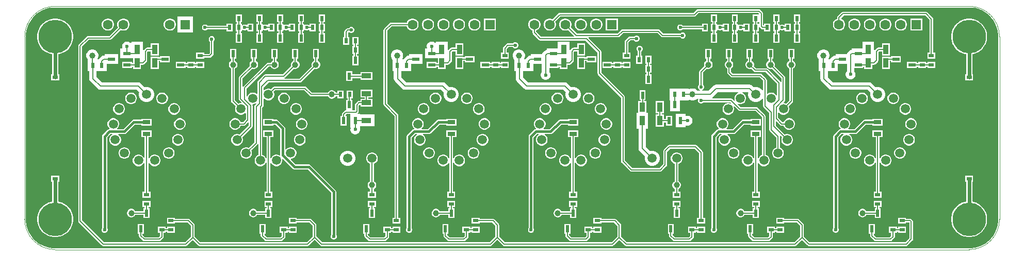
<source format=gtl>
G04*
G04 #@! TF.GenerationSoftware,Altium Limited,Altium Designer,23.4.1 (23)*
G04*
G04 Layer_Physical_Order=1*
G04 Layer_Color=255*
%FSAX44Y44*%
%MOMM*%
G71*
G04*
G04 #@! TF.SameCoordinates,1AFE91A9-0CB0-4E6F-966B-FDDC03A74EF8*
G04*
G04*
G04 #@! TF.FilePolarity,Positive*
G04*
G01*
G75*
%ADD10C,0.2000*%
%ADD12C,0.4000*%
%ADD16C,0.1000*%
%ADD17R,1.3000X0.7000*%
%ADD18R,0.9000X0.6000*%
%ADD19R,1.2000X0.6000*%
%ADD20R,0.9000X1.6000*%
%ADD21R,0.6000X0.9000*%
%ADD22R,0.6000X1.2000*%
%ADD23C,1.0000*%
%ADD24R,1.6000X0.9000*%
%ADD38C,0.6000*%
%ADD39C,1.5000*%
%ADD40C,1.6000*%
%ADD41R,1.6000X1.6000*%
%ADD42C,5.5000*%
%ADD43C,0.6000*%
G36*
X02850000Y02197961D02*
X02853144Y02197961D01*
X02859377Y02197140D01*
X02865450Y02195513D01*
X02871258Y02193107D01*
X02876703Y02189964D01*
X02881690Y02186136D01*
X02886136Y02181691D01*
X02889963Y02176703D01*
X02893107Y02171258D01*
X02895513Y02165450D01*
X02897140Y02159377D01*
X02897961Y02153143D01*
X02897961Y02150000D01*
Y01850000D01*
Y01846857D01*
X02897140Y01840623D01*
X02895513Y01834550D01*
X02893107Y01828742D01*
X02889964Y01823297D01*
X02886136Y01818309D01*
X02881691Y01813864D01*
X02876703Y01810036D01*
X02871258Y01806893D01*
X02865450Y01804487D01*
X02859377Y01802860D01*
X02853144Y01802039D01*
X02850000D01*
X01350000Y01802039D01*
X01346856Y01802039D01*
X01340623Y01802860D01*
X01334550Y01804487D01*
X01328742Y01806893D01*
X01323297Y01810036D01*
X01318309Y01813864D01*
X01313864Y01818309D01*
X01310036Y01823297D01*
X01306893Y01828742D01*
X01304487Y01834550D01*
X01302860Y01840623D01*
X01302039Y01846857D01*
Y01850000D01*
X01302039Y02150000D01*
Y02153143D01*
X01302860Y02159377D01*
X01304487Y02165450D01*
X01306893Y02171258D01*
X01310036Y02176703D01*
X01313864Y02181691D01*
X01318309Y02186136D01*
X01323297Y02189964D01*
X01328742Y02193107D01*
X01334550Y02195513D01*
X01340623Y02197140D01*
X01346856Y02197961D01*
X01350000Y02197961D01*
X02850000Y02197961D01*
D02*
G37*
%LPC*%
G36*
X02505000Y02195059D02*
X02505000Y02195059D01*
X02405000D01*
X02405000Y02195059D01*
X02403829Y02194826D01*
X02402837Y02194163D01*
X02397733Y02189059D01*
X02177900D01*
X02177900Y02189059D01*
X02176729Y02188826D01*
X02175737Y02188163D01*
X02166478Y02178904D01*
X02165760Y02179319D01*
X02163217Y02180000D01*
X02160583D01*
X02158040Y02179319D01*
X02155760Y02178002D01*
X02153898Y02176140D01*
X02152581Y02173860D01*
X02151900Y02171317D01*
Y02168683D01*
X02152581Y02166140D01*
X02153898Y02163860D01*
X02155760Y02161998D01*
X02158040Y02160681D01*
X02160583Y02160000D01*
X02163217D01*
X02165760Y02160681D01*
X02168040Y02161998D01*
X02169902Y02163860D01*
X02171219Y02166140D01*
X02171900Y02168683D01*
Y02171317D01*
X02171219Y02173860D01*
X02170804Y02174578D01*
X02179167Y02182941D01*
X02399000D01*
X02399000Y02182941D01*
X02400170Y02183174D01*
X02401163Y02183837D01*
X02406267Y02188941D01*
X02503733D01*
X02505190Y02187484D01*
X02504390Y02186515D01*
X02503496Y02186500D01*
X02503280Y02186500D01*
X02494500D01*
Y02173500D01*
X02496441D01*
Y02171500D01*
X02494500D01*
Y02158500D01*
X02496441D01*
Y02156000D01*
X02494500D01*
Y02140000D01*
X02504500D01*
Y02156000D01*
X02502559D01*
Y02158500D01*
X02504500D01*
Y02171500D01*
X02502559D01*
Y02173500D01*
X02504500D01*
Y02185236D01*
X02505770Y02186001D01*
X02505941Y02185921D01*
Y02167000D01*
X02505941Y02167000D01*
X02506174Y02165829D01*
X02506837Y02164837D01*
X02508837Y02162837D01*
X02509829Y02162174D01*
X02511000Y02161941D01*
X02513500D01*
Y02158500D01*
X02523500D01*
Y02171500D01*
X02513500D01*
Y02169685D01*
X02512230Y02169145D01*
X02512059Y02169310D01*
Y02188000D01*
X02511826Y02189171D01*
X02511163Y02190163D01*
X02511163Y02190163D01*
X02507163Y02194163D01*
X02506171Y02194826D01*
X02505000Y02195059D01*
D02*
G37*
G36*
X02421500Y02171500D02*
X02411500D01*
Y02168059D01*
X02380012D01*
X02378832Y02169239D01*
X02376995Y02170000D01*
X02375005D01*
X02373168Y02169239D01*
X02371761Y02167832D01*
X02371000Y02165995D01*
Y02164005D01*
X02371761Y02162168D01*
X02373168Y02160761D01*
X02375005Y02160000D01*
X02376995D01*
X02378832Y02160761D01*
X02380012Y02161941D01*
X02411500D01*
Y02158500D01*
X02421500D01*
Y02171500D01*
D02*
G37*
G36*
X01641500D02*
X01631500D01*
Y02168059D01*
X01600012D01*
X01598832Y02169239D01*
X01596994Y02170000D01*
X01595005D01*
X01593168Y02169239D01*
X01591761Y02167832D01*
X01591000Y02165995D01*
Y02164005D01*
X01591761Y02162168D01*
X01593168Y02160761D01*
X01595005Y02160000D01*
X01596994D01*
X01598832Y02160761D01*
X01600012Y02161941D01*
X01631500D01*
Y02158500D01*
X01641500D01*
Y02171500D01*
D02*
G37*
G36*
X01836994Y02166000D02*
X01835005D01*
X01833168Y02165239D01*
X01831988Y02164059D01*
X01830500D01*
X01830500Y02164059D01*
X01829329Y02163826D01*
X01828337Y02163163D01*
X01828337Y02163163D01*
X01825337Y02160163D01*
X01824674Y02159171D01*
X01824441Y02158000D01*
X01824441Y02158000D01*
Y02149500D01*
X01822500D01*
Y02136500D01*
X01832500D01*
Y02149500D01*
X01830559D01*
Y02156733D01*
X01831025Y02157199D01*
X01832730D01*
X01833168Y02156761D01*
X01835005Y02156000D01*
X01836994D01*
X01838832Y02156761D01*
X01840239Y02158168D01*
X01841000Y02160005D01*
Y02161995D01*
X01840239Y02163832D01*
X01838832Y02165239D01*
X01836994Y02166000D01*
D02*
G37*
G36*
X02773500Y02180000D02*
X02753500D01*
Y02160000D01*
X02773500D01*
Y02180000D01*
D02*
G37*
G36*
X02739417D02*
X02736783D01*
X02734240Y02179319D01*
X02731960Y02178002D01*
X02730098Y02176140D01*
X02728781Y02173860D01*
X02728100Y02171317D01*
Y02168683D01*
X02728781Y02166140D01*
X02730098Y02163860D01*
X02731960Y02161998D01*
X02734240Y02160681D01*
X02736783Y02160000D01*
X02739417D01*
X02741960Y02160681D01*
X02744240Y02161998D01*
X02746102Y02163860D01*
X02747419Y02166140D01*
X02748100Y02168683D01*
Y02171317D01*
X02747419Y02173860D01*
X02746102Y02176140D01*
X02744240Y02178002D01*
X02741960Y02179319D01*
X02739417Y02180000D01*
D02*
G37*
G36*
X02714016D02*
X02711383D01*
X02708840Y02179319D01*
X02706560Y02178002D01*
X02704698Y02176140D01*
X02703381Y02173860D01*
X02702700Y02171317D01*
Y02168683D01*
X02703381Y02166140D01*
X02704698Y02163860D01*
X02706560Y02161998D01*
X02708840Y02160681D01*
X02711383Y02160000D01*
X02714016D01*
X02716560Y02160681D01*
X02718840Y02161998D01*
X02720702Y02163860D01*
X02722018Y02166140D01*
X02722700Y02168683D01*
Y02171317D01*
X02722018Y02173860D01*
X02720702Y02176140D01*
X02718840Y02178002D01*
X02716560Y02179319D01*
X02714016Y02180000D01*
D02*
G37*
G36*
X02688617D02*
X02685984D01*
X02683440Y02179319D01*
X02681160Y02178002D01*
X02679298Y02176140D01*
X02677982Y02173860D01*
X02677300Y02171317D01*
Y02168683D01*
X02677982Y02166140D01*
X02679298Y02163860D01*
X02681160Y02161998D01*
X02683440Y02160681D01*
X02685984Y02160000D01*
X02688617D01*
X02691160Y02160681D01*
X02693440Y02161998D01*
X02695302Y02163860D01*
X02696619Y02166140D01*
X02697300Y02168683D01*
Y02171317D01*
X02696619Y02173860D01*
X02695302Y02176140D01*
X02693440Y02178002D01*
X02691160Y02179319D01*
X02688617Y02180000D01*
D02*
G37*
G36*
X02663217D02*
X02660583D01*
X02658040Y02179319D01*
X02655760Y02178002D01*
X02653898Y02176140D01*
X02652581Y02173860D01*
X02651900Y02171317D01*
Y02168683D01*
X02652581Y02166140D01*
X02653898Y02163860D01*
X02655760Y02161998D01*
X02658040Y02160681D01*
X02660583Y02160000D01*
X02663217D01*
X02665760Y02160681D01*
X02668040Y02161998D01*
X02669902Y02163860D01*
X02671219Y02166140D01*
X02671900Y02168683D01*
Y02171317D01*
X02671219Y02173860D01*
X02669902Y02176140D01*
X02668040Y02178002D01*
X02665760Y02179319D01*
X02663217Y02180000D01*
D02*
G37*
G36*
X02273500D02*
X02253500D01*
Y02160000D01*
X02273500D01*
Y02180000D01*
D02*
G37*
G36*
X02239417D02*
X02236783D01*
X02234240Y02179319D01*
X02231960Y02178002D01*
X02230098Y02176140D01*
X02228781Y02173860D01*
X02228100Y02171317D01*
Y02168683D01*
X02228781Y02166140D01*
X02230098Y02163860D01*
X02231960Y02161998D01*
X02234240Y02160681D01*
X02236783Y02160000D01*
X02239417D01*
X02241960Y02160681D01*
X02244240Y02161998D01*
X02246102Y02163860D01*
X02247419Y02166140D01*
X02248100Y02168683D01*
Y02171317D01*
X02247419Y02173860D01*
X02246102Y02176140D01*
X02244240Y02178002D01*
X02241960Y02179319D01*
X02239417Y02180000D01*
D02*
G37*
G36*
X02214017D02*
X02211384D01*
X02208840Y02179319D01*
X02206560Y02178002D01*
X02204698Y02176140D01*
X02203382Y02173860D01*
X02202700Y02171317D01*
Y02168683D01*
X02203382Y02166140D01*
X02204698Y02163860D01*
X02206560Y02161998D01*
X02208840Y02160681D01*
X02211384Y02160000D01*
X02214017D01*
X02216560Y02160681D01*
X02218840Y02161998D01*
X02220702Y02163860D01*
X02222018Y02166140D01*
X02222700Y02168683D01*
Y02171317D01*
X02222018Y02173860D01*
X02220702Y02176140D01*
X02218840Y02178002D01*
X02216560Y02179319D01*
X02214017Y02180000D01*
D02*
G37*
G36*
X02073500D02*
X02053500D01*
Y02160000D01*
X02073500D01*
Y02180000D01*
D02*
G37*
G36*
X02039417D02*
X02036783D01*
X02034240Y02179319D01*
X02031960Y02178002D01*
X02030098Y02176140D01*
X02028781Y02173860D01*
X02028100Y02171317D01*
Y02168683D01*
X02028781Y02166140D01*
X02030098Y02163860D01*
X02031960Y02161998D01*
X02034240Y02160681D01*
X02036783Y02160000D01*
X02039417D01*
X02041960Y02160681D01*
X02044240Y02161998D01*
X02046102Y02163860D01*
X02047419Y02166140D01*
X02048100Y02168683D01*
Y02171317D01*
X02047419Y02173860D01*
X02046102Y02176140D01*
X02044240Y02178002D01*
X02041960Y02179319D01*
X02039417Y02180000D01*
D02*
G37*
G36*
X02014017D02*
X02011384D01*
X02008840Y02179319D01*
X02006560Y02178002D01*
X02004698Y02176140D01*
X02003382Y02173860D01*
X02002700Y02171317D01*
Y02168683D01*
X02003382Y02166140D01*
X02004698Y02163860D01*
X02006560Y02161998D01*
X02008840Y02160681D01*
X02011384Y02160000D01*
X02014017D01*
X02016560Y02160681D01*
X02018840Y02161998D01*
X02020702Y02163860D01*
X02022018Y02166140D01*
X02022700Y02168683D01*
Y02171317D01*
X02022018Y02173860D01*
X02020702Y02176140D01*
X02018840Y02178002D01*
X02016560Y02179319D01*
X02014017Y02180000D01*
D02*
G37*
G36*
X01988616D02*
X01985983D01*
X01983440Y02179319D01*
X01981160Y02178002D01*
X01979298Y02176140D01*
X01977982Y02173860D01*
X01977300Y02171317D01*
Y02168683D01*
X01977982Y02166140D01*
X01979298Y02163860D01*
X01981160Y02161998D01*
X01983440Y02160681D01*
X01985983Y02160000D01*
X01988616D01*
X01991160Y02160681D01*
X01993440Y02161998D01*
X01995302Y02163860D01*
X01996618Y02166140D01*
X01997300Y02168683D01*
Y02171317D01*
X01996618Y02173860D01*
X01995302Y02176140D01*
X01993440Y02178002D01*
X01991160Y02179319D01*
X01988616Y02180000D01*
D02*
G37*
G36*
X01963217D02*
X01960583D01*
X01958040Y02179319D01*
X01955760Y02178002D01*
X01953898Y02176140D01*
X01952581Y02173860D01*
X01951900Y02171317D01*
Y02168683D01*
X01952581Y02166140D01*
X01953898Y02163860D01*
X01955760Y02161998D01*
X01958040Y02160681D01*
X01960583Y02160000D01*
X01963217D01*
X01965760Y02160681D01*
X01968040Y02161998D01*
X01969902Y02163860D01*
X01971219Y02166140D01*
X01971900Y02168683D01*
Y02171317D01*
X01971219Y02173860D01*
X01969902Y02176140D01*
X01968040Y02178002D01*
X01965760Y02179319D01*
X01963217Y02180000D01*
D02*
G37*
G36*
X01937816D02*
X01935184D01*
X01932640Y02179319D01*
X01930360Y02178002D01*
X01928498Y02176140D01*
X01927182Y02173860D01*
X01926967Y02173059D01*
X01901000D01*
X01899829Y02172826D01*
X01898837Y02172163D01*
X01898837Y02172163D01*
X01889837Y02163163D01*
X01889174Y02162171D01*
X01888941Y02161000D01*
X01888941Y02161000D01*
Y02039000D01*
X01888941Y02039000D01*
X01889174Y02037829D01*
X01889837Y02036837D01*
X01906941Y02019733D01*
Y01852500D01*
X01903500D01*
Y01842500D01*
X01916500D01*
Y01852500D01*
X01913059D01*
Y02021000D01*
X01913059Y02021000D01*
X01912826Y02022171D01*
X01912163Y02023163D01*
X01895059Y02040267D01*
Y02159733D01*
X01902267Y02166941D01*
X01926967D01*
X01927182Y02166140D01*
X01928498Y02163860D01*
X01930360Y02161998D01*
X01932640Y02160681D01*
X01935184Y02160000D01*
X01937816D01*
X01940360Y02160681D01*
X01942640Y02161998D01*
X01944502Y02163860D01*
X01945818Y02166140D01*
X01946500Y02168683D01*
Y02171317D01*
X01945818Y02173860D01*
X01944502Y02176140D01*
X01942640Y02178002D01*
X01940360Y02179319D01*
X01937816Y02180000D01*
D02*
G37*
G36*
X01539417D02*
X01536783D01*
X01534240Y02179319D01*
X01531960Y02178002D01*
X01530098Y02176140D01*
X01528781Y02173860D01*
X01528100Y02171317D01*
Y02168683D01*
X01528781Y02166140D01*
X01530098Y02163860D01*
X01531960Y02161998D01*
X01534240Y02160681D01*
X01536783Y02160000D01*
X01539417D01*
X01541960Y02160681D01*
X01544240Y02161998D01*
X01546102Y02163860D01*
X01547419Y02166140D01*
X01548100Y02168683D01*
Y02171317D01*
X01547419Y02173860D01*
X01546102Y02176140D01*
X01544240Y02178002D01*
X01541960Y02179319D01*
X01539417Y02180000D01*
D02*
G37*
G36*
X01463217D02*
X01460583D01*
X01458040Y02179319D01*
X01455760Y02178002D01*
X01453898Y02176140D01*
X01452581Y02173860D01*
X01451900Y02171317D01*
Y02168683D01*
X01452581Y02166140D01*
X01452996Y02165422D01*
X01438633Y02151059D01*
X01404000D01*
X01402829Y02150826D01*
X01401837Y02150163D01*
X01388837Y02137163D01*
X01388174Y02136171D01*
X01387941Y02135000D01*
X01387941Y02135000D01*
Y01846837D01*
X01387941Y01846837D01*
X01388174Y01845667D01*
X01388837Y01844674D01*
X01426674Y01806837D01*
X01427667Y01806174D01*
X01428837Y01805941D01*
X01564500D01*
X01564500Y01805941D01*
X01565670Y01806174D01*
X01566663Y01806837D01*
X01575750Y01815924D01*
X01584837Y01806837D01*
X01585829Y01806174D01*
X01587000Y01805941D01*
X01587000Y01805941D01*
X01764500D01*
X01764500Y01805941D01*
X01765670Y01806174D01*
X01766663Y01806837D01*
X01775750Y01815924D01*
X01784837Y01806837D01*
X01785829Y01806174D01*
X01787000Y01805941D01*
X01787000Y01805941D01*
X02064500D01*
X02064500Y01805941D01*
X02065670Y01806174D01*
X02066663Y01806837D01*
X02075750Y01815924D01*
X02084837Y01806837D01*
X02085829Y01806174D01*
X02087000Y01805941D01*
X02087000Y01805941D01*
X02264500D01*
X02264500Y01805941D01*
X02265670Y01806174D01*
X02266663Y01806837D01*
X02275750Y01815924D01*
X02284837Y01806837D01*
X02285829Y01806174D01*
X02287000Y01805941D01*
X02287000Y01805941D01*
X02564500D01*
X02564500Y01805941D01*
X02565670Y01806174D01*
X02566663Y01806837D01*
X02575750Y01815924D01*
X02584837Y01806837D01*
X02585829Y01806174D01*
X02587000Y01805941D01*
X02587000Y01805941D01*
X02747000D01*
X02747000Y01805941D01*
X02748170Y01806174D01*
X02749163Y01806837D01*
X02757163Y01814837D01*
X02757826Y01815829D01*
X02758059Y01817000D01*
Y01846000D01*
X02757826Y01847171D01*
X02757163Y01848163D01*
X02757163Y01848163D01*
X02755663Y01849663D01*
X02754670Y01850326D01*
X02753500Y01850559D01*
X02753500Y01850559D01*
X02746500D01*
Y01852500D01*
X02733500D01*
Y01842500D01*
X02746500D01*
Y01844441D01*
X02751941D01*
Y01818267D01*
X02745733Y01812059D01*
X02588267D01*
X02578809Y01821517D01*
Y01840250D01*
X02578576Y01841420D01*
X02577913Y01842413D01*
X02577913Y01842413D01*
X02570663Y01849663D01*
X02569670Y01850326D01*
X02568500Y01850559D01*
X02568500Y01850559D01*
X02546500D01*
Y01852500D01*
X02533500D01*
Y01842500D01*
X02546500D01*
Y01844441D01*
X02567233D01*
X02572691Y01838983D01*
Y01821517D01*
X02563233Y01812059D01*
X02288267D01*
X02278809Y01821517D01*
Y01840250D01*
X02278576Y01841420D01*
X02277913Y01842413D01*
X02277913Y01842413D01*
X02270663Y01849663D01*
X02269671Y01850326D01*
X02268500Y01850559D01*
X02268500Y01850559D01*
X02246500D01*
Y01852500D01*
X02233500D01*
Y01842500D01*
X02246500D01*
Y01844441D01*
X02267233D01*
X02272691Y01838983D01*
Y01821517D01*
X02263233Y01812059D01*
X02088267D01*
X02078809Y01821517D01*
Y01840250D01*
X02078576Y01841420D01*
X02077913Y01842413D01*
X02077913Y01842413D01*
X02070663Y01849663D01*
X02069671Y01850326D01*
X02068500Y01850559D01*
X02068500Y01850559D01*
X02046500D01*
Y01852500D01*
X02033500D01*
Y01842500D01*
X02046500D01*
Y01844441D01*
X02067233D01*
X02072691Y01838983D01*
Y01821517D01*
X02063233Y01812059D01*
X01788267D01*
X01778809Y01821517D01*
Y01840250D01*
X01778576Y01841420D01*
X01777913Y01842413D01*
X01777913Y01842413D01*
X01770663Y01849663D01*
X01769671Y01850326D01*
X01768500Y01850559D01*
X01768500Y01850559D01*
X01746500D01*
Y01852500D01*
X01733500D01*
Y01842500D01*
X01746500D01*
Y01844441D01*
X01767233D01*
X01772691Y01838983D01*
Y01821517D01*
X01763233Y01812059D01*
X01588267D01*
X01578809Y01821517D01*
Y01840250D01*
X01578576Y01841420D01*
X01577913Y01842413D01*
X01577913Y01842413D01*
X01570663Y01849663D01*
X01569671Y01850326D01*
X01568500Y01850559D01*
X01568500Y01850559D01*
X01546500D01*
Y01852500D01*
X01533500D01*
Y01842500D01*
X01546500D01*
Y01844441D01*
X01567233D01*
X01572691Y01838983D01*
Y01821517D01*
X01563233Y01812059D01*
X01430104D01*
X01394059Y01848104D01*
Y02133733D01*
X01405267Y02144941D01*
X01439900D01*
X01439900Y02144941D01*
X01441071Y02145174D01*
X01442063Y02145837D01*
X01457322Y02161096D01*
X01458040Y02160681D01*
X01460583Y02160000D01*
X01463217D01*
X01465760Y02160681D01*
X01468040Y02161998D01*
X01469902Y02163860D01*
X01471219Y02166140D01*
X01471900Y02168683D01*
Y02171317D01*
X01471219Y02173860D01*
X01469902Y02176140D01*
X01468040Y02178002D01*
X01465760Y02179319D01*
X01463217Y02180000D01*
D02*
G37*
G36*
X01437816D02*
X01435184D01*
X01432640Y02179319D01*
X01430360Y02178002D01*
X01428498Y02176140D01*
X01427182Y02173860D01*
X01426500Y02171317D01*
Y02168683D01*
X01427182Y02166140D01*
X01428498Y02163860D01*
X01430360Y02161998D01*
X01432640Y02160681D01*
X01435184Y02160000D01*
X01437816D01*
X01440360Y02160681D01*
X01442640Y02161998D01*
X01444502Y02163860D01*
X01445818Y02166140D01*
X01446500Y02168683D01*
Y02171317D01*
X01445818Y02173860D01*
X01444502Y02176140D01*
X01442640Y02178002D01*
X01440360Y02179319D01*
X01437816Y02180000D01*
D02*
G37*
G36*
X02538500Y02186500D02*
X02528500D01*
Y02173500D01*
X02530441D01*
Y02171500D01*
X02528500D01*
Y02158500D01*
X02530441D01*
Y02156000D01*
X02528500D01*
Y02140000D01*
X02538500D01*
Y02156000D01*
X02536559D01*
Y02158500D01*
X02538500D01*
Y02160633D01*
X02539770Y02161159D01*
X02540168Y02160761D01*
X02542005Y02160000D01*
X02543994D01*
X02545832Y02160761D01*
X02546230Y02161159D01*
X02547500Y02160633D01*
Y02158500D01*
X02557500D01*
Y02171500D01*
X02547500D01*
Y02169367D01*
X02546230Y02168841D01*
X02545832Y02169239D01*
X02543994Y02170000D01*
X02542005D01*
X02540168Y02169239D01*
X02539770Y02168841D01*
X02538500Y02169367D01*
Y02171500D01*
X02536559D01*
Y02173500D01*
X02538500D01*
Y02186500D01*
D02*
G37*
G36*
X02470500D02*
X02460500D01*
Y02173500D01*
X02462441D01*
Y02171500D01*
X02460500D01*
Y02158500D01*
X02462441D01*
Y02156000D01*
X02460500D01*
Y02140000D01*
X02470500D01*
Y02156000D01*
X02468559D01*
Y02158500D01*
X02470500D01*
Y02160633D01*
X02471770Y02161159D01*
X02472168Y02160761D01*
X02474005Y02160000D01*
X02475995D01*
X02477832Y02160761D01*
X02478230Y02161159D01*
X02479500Y02160633D01*
Y02158500D01*
X02489500D01*
Y02171500D01*
X02479500D01*
Y02169367D01*
X02478230Y02168841D01*
X02477832Y02169239D01*
X02475995Y02170000D01*
X02474005D01*
X02472168Y02169239D01*
X02471770Y02168841D01*
X02470500Y02169367D01*
Y02171500D01*
X02468559D01*
Y02173500D01*
X02470500D01*
Y02186500D01*
D02*
G37*
G36*
X02436500D02*
X02426500D01*
Y02173500D01*
X02428441D01*
Y02171500D01*
X02426500D01*
Y02158500D01*
X02428441D01*
Y02156000D01*
X02426500D01*
Y02140000D01*
X02436500D01*
Y02156000D01*
X02434559D01*
Y02158500D01*
X02436500D01*
Y02160633D01*
X02437770Y02161159D01*
X02438168Y02160761D01*
X02440005Y02160000D01*
X02441994D01*
X02443832Y02160761D01*
X02444230Y02161159D01*
X02445500Y02160633D01*
Y02158500D01*
X02455500D01*
Y02171500D01*
X02445500D01*
Y02169367D01*
X02444230Y02168841D01*
X02443832Y02169239D01*
X02441994Y02170000D01*
X02440005D01*
X02438168Y02169239D01*
X02437770Y02168841D01*
X02436500Y02169367D01*
Y02171500D01*
X02434559D01*
Y02173500D01*
X02436500D01*
Y02186500D01*
D02*
G37*
G36*
X01758500D02*
X01748500D01*
Y02173500D01*
X01750441D01*
Y02171500D01*
X01748500D01*
Y02158500D01*
X01750441D01*
Y02156000D01*
X01748500D01*
Y02140000D01*
X01758500D01*
Y02156000D01*
X01756559D01*
Y02158500D01*
X01758500D01*
Y02160633D01*
X01759770Y02161159D01*
X01760168Y02160761D01*
X01762005Y02160000D01*
X01763994D01*
X01765832Y02160761D01*
X01766230Y02161159D01*
X01767500Y02160633D01*
Y02158500D01*
X01777500D01*
Y02171500D01*
X01767500D01*
Y02169367D01*
X01766230Y02168841D01*
X01765832Y02169239D01*
X01763994Y02170000D01*
X01762005D01*
X01760168Y02169239D01*
X01759770Y02168841D01*
X01758500Y02169367D01*
Y02171500D01*
X01756559D01*
Y02173500D01*
X01758500D01*
Y02186500D01*
D02*
G37*
G36*
X01724500D02*
X01714500D01*
Y02173500D01*
X01716441D01*
Y02171500D01*
X01714500D01*
Y02158500D01*
X01716441D01*
Y02156000D01*
X01714500D01*
Y02140000D01*
X01724500D01*
Y02156000D01*
X01722559D01*
Y02158500D01*
X01724500D01*
Y02160633D01*
X01725770Y02161159D01*
X01726168Y02160761D01*
X01728005Y02160000D01*
X01729995D01*
X01731832Y02160761D01*
X01732230Y02161159D01*
X01733500Y02160633D01*
Y02158500D01*
X01743500D01*
Y02171500D01*
X01733500D01*
Y02169367D01*
X01732230Y02168841D01*
X01731832Y02169239D01*
X01729995Y02170000D01*
X01728005D01*
X01726168Y02169239D01*
X01725770Y02168841D01*
X01724500Y02169367D01*
Y02171500D01*
X01722559D01*
Y02173500D01*
X01724500D01*
Y02186500D01*
D02*
G37*
G36*
X01690500D02*
X01680500D01*
Y02173500D01*
X01682441D01*
Y02171500D01*
X01680500D01*
Y02158500D01*
X01682441D01*
Y02156000D01*
X01680500D01*
Y02140000D01*
X01690500D01*
Y02156000D01*
X01688559D01*
Y02158500D01*
X01690500D01*
Y02160633D01*
X01691770Y02161159D01*
X01692168Y02160761D01*
X01694005Y02160000D01*
X01695995D01*
X01697832Y02160761D01*
X01698230Y02161159D01*
X01699500Y02160633D01*
Y02158500D01*
X01709500D01*
Y02171500D01*
X01699500D01*
Y02169367D01*
X01698230Y02168841D01*
X01697832Y02169239D01*
X01695995Y02170000D01*
X01694005D01*
X01692168Y02169239D01*
X01691770Y02168841D01*
X01690500Y02169367D01*
Y02171500D01*
X01688559D01*
Y02173500D01*
X01690500D01*
Y02186500D01*
D02*
G37*
G36*
X01656500D02*
X01646500D01*
Y02173500D01*
X01648441D01*
Y02171500D01*
X01646500D01*
Y02158500D01*
X01648441D01*
Y02156000D01*
X01646500D01*
Y02140000D01*
X01656500D01*
Y02156000D01*
X01654559D01*
Y02158500D01*
X01656500D01*
Y02160633D01*
X01657770Y02161159D01*
X01658168Y02160761D01*
X01660005Y02160000D01*
X01661994D01*
X01663832Y02160761D01*
X01664230Y02161159D01*
X01665500Y02160633D01*
Y02158500D01*
X01675500D01*
Y02171500D01*
X01665500D01*
Y02169367D01*
X01664230Y02168841D01*
X01663832Y02169239D01*
X01661994Y02170000D01*
X01660005D01*
X01658168Y02169239D01*
X01657770Y02168841D01*
X01656500Y02169367D01*
Y02171500D01*
X01654559D01*
Y02173500D01*
X01656500D01*
Y02186500D01*
D02*
G37*
G36*
X01576500Y02183000D02*
X01550500D01*
Y02157000D01*
X01576500D01*
Y02183000D01*
D02*
G37*
G36*
X02304995Y02152000D02*
X02303005D01*
X02301168Y02151239D01*
X02299988Y02150059D01*
X02293000D01*
X02293000Y02150059D01*
X02291830Y02149826D01*
X02290837Y02149163D01*
X02285837Y02144163D01*
X02285174Y02143170D01*
X02284941Y02142000D01*
X02284941Y02142000D01*
Y02123500D01*
X02281500D01*
Y02113500D01*
X02294500D01*
Y02123500D01*
X02291059D01*
Y02140733D01*
X02294267Y02143941D01*
X02299988D01*
X02301168Y02142761D01*
X02303005Y02142000D01*
X02304995D01*
X02306832Y02142761D01*
X02308239Y02144168D01*
X02309000Y02146005D01*
Y02147995D01*
X02308239Y02149832D01*
X02306832Y02151239D01*
X02304995Y02152000D01*
D02*
G37*
G36*
X02188616Y02180000D02*
X02185983D01*
X02183440Y02179319D01*
X02181160Y02178002D01*
X02179298Y02176140D01*
X02177982Y02173860D01*
X02177300Y02171317D01*
Y02168683D01*
X02177982Y02166140D01*
X02179298Y02163860D01*
X02181160Y02161998D01*
X02183440Y02160681D01*
X02185983Y02160000D01*
X02188616D01*
X02191160Y02160681D01*
X02191878Y02161096D01*
X02201895Y02151079D01*
X02201369Y02149809D01*
X02147517D01*
X02139559Y02157767D01*
Y02160467D01*
X02140360Y02160681D01*
X02142640Y02161998D01*
X02144502Y02163860D01*
X02145818Y02166140D01*
X02146500Y02168683D01*
Y02171317D01*
X02145818Y02173860D01*
X02144502Y02176140D01*
X02142640Y02178002D01*
X02140360Y02179319D01*
X02137816Y02180000D01*
X02135184D01*
X02132640Y02179319D01*
X02130360Y02178002D01*
X02128498Y02176140D01*
X02127182Y02173860D01*
X02126500Y02171317D01*
Y02168683D01*
X02127182Y02166140D01*
X02128498Y02163860D01*
X02130360Y02161998D01*
X02132640Y02160681D01*
X02133441Y02160467D01*
Y02156500D01*
X02133441Y02156500D01*
X02133674Y02155329D01*
X02134337Y02154337D01*
X02144087Y02144587D01*
X02144087Y02144587D01*
X02145079Y02143924D01*
X02146250Y02143691D01*
X02220733D01*
X02240191Y02124233D01*
Y02089750D01*
X02240191Y02089750D01*
X02240424Y02088580D01*
X02241087Y02087587D01*
X02278941Y02049733D01*
Y01945000D01*
X02278941Y01945000D01*
X02279174Y01943829D01*
X02279837Y01942837D01*
X02293837Y01928837D01*
X02293837Y01928837D01*
X02294829Y01928174D01*
X02296000Y01927941D01*
X02296000Y01927941D01*
X02343000D01*
X02343000Y01927941D01*
X02344171Y01928174D01*
X02345163Y01928837D01*
X02353163Y01936837D01*
X02353163Y01936837D01*
X02353826Y01937829D01*
X02354059Y01939000D01*
X02354059Y01939000D01*
Y01960733D01*
X02359267Y01965941D01*
X02399733D01*
X02406941Y01958733D01*
Y01852500D01*
X02403500D01*
Y01842500D01*
X02416500D01*
Y01852500D01*
X02413059D01*
Y01960000D01*
X02413059Y01960000D01*
X02412826Y01961171D01*
X02412163Y01962163D01*
X02403163Y01971163D01*
X02402171Y01971826D01*
X02401000Y01972059D01*
X02401000Y01972059D01*
X02358000D01*
X02356829Y01971826D01*
X02355837Y01971163D01*
X02348837Y01964163D01*
X02348174Y01963170D01*
X02347941Y01962000D01*
X02347941Y01962000D01*
Y01940267D01*
X02341733Y01934059D01*
X02297267D01*
X02285059Y01946267D01*
Y02051000D01*
X02284826Y02052171D01*
X02284163Y02053163D01*
X02246309Y02091017D01*
Y02125500D01*
X02246309Y02125500D01*
X02246076Y02126671D01*
X02245413Y02127663D01*
X02225405Y02147671D01*
X02225931Y02148941D01*
X02274000D01*
X02274000Y02148941D01*
X02275170Y02149174D01*
X02276163Y02149837D01*
X02282267Y02155941D01*
X02338733D01*
X02344837Y02149837D01*
X02345829Y02149174D01*
X02347000Y02148941D01*
X02375988D01*
X02377168Y02147761D01*
X02379005Y02147000D01*
X02380995D01*
X02382832Y02147761D01*
X02384239Y02149168D01*
X02385000Y02151006D01*
Y02152995D01*
X02384239Y02154832D01*
X02382832Y02156239D01*
X02380995Y02157000D01*
X02379005D01*
X02377168Y02156239D01*
X02375988Y02155059D01*
X02348267D01*
X02342163Y02161163D01*
X02341171Y02161826D01*
X02340000Y02162059D01*
X02340000Y02162059D01*
X02281000D01*
X02279830Y02161826D01*
X02278837Y02161163D01*
X02272733Y02155059D01*
X02206567D01*
X02196204Y02165422D01*
X02196618Y02166140D01*
X02197300Y02168683D01*
Y02171317D01*
X02196618Y02173860D01*
X02195302Y02176140D01*
X02193440Y02178002D01*
X02191160Y02179319D01*
X02188616Y02180000D01*
D02*
G37*
G36*
X02572500Y02186500D02*
X02562500D01*
Y02173500D01*
X02564441D01*
Y02171500D01*
X02562500D01*
Y02158500D01*
X02564441D01*
Y02156000D01*
X02562500D01*
Y02140000D01*
X02572500D01*
Y02156000D01*
X02570559D01*
Y02158500D01*
X02572500D01*
Y02171500D01*
X02570559D01*
Y02173500D01*
X02572500D01*
Y02186500D01*
D02*
G37*
G36*
X01792500D02*
X01782500D01*
Y02173500D01*
X01784441D01*
Y02171500D01*
X01782500D01*
Y02158500D01*
X01784441D01*
Y02156000D01*
X01782500D01*
Y02140000D01*
X01792500D01*
Y02156000D01*
X01790559D01*
Y02158500D01*
X01792500D01*
Y02171500D01*
X01790559D01*
Y02173500D01*
X01792500D01*
Y02186500D01*
D02*
G37*
G36*
X01994000Y02142000D02*
X01975000D01*
Y02140110D01*
X01973730Y02139584D01*
X01972912Y02140402D01*
X01971088Y02141455D01*
X01969053Y02142000D01*
X01966947D01*
X01964912Y02141455D01*
X01963088Y02140402D01*
X01961598Y02138912D01*
X01960545Y02137088D01*
X01960000Y02135053D01*
Y02132947D01*
X01960315Y02131770D01*
X01959382Y02130500D01*
X01957000D01*
Y02114500D01*
X01978000D01*
Y02106559D01*
X01976000D01*
Y02108500D01*
X01960000D01*
Y02098500D01*
X01976000D01*
Y02100441D01*
X01978000D01*
Y02097000D01*
X01991000D01*
Y02103941D01*
X01994000D01*
X01994000Y02103941D01*
X01995170Y02104174D01*
X01996163Y02104837D01*
X02000163Y02108837D01*
X02000163Y02108837D01*
X02000826Y02109829D01*
X02001059Y02111000D01*
Y02124733D01*
X02002267Y02125941D01*
X02007000D01*
Y02119000D01*
X02020000D01*
Y02139000D01*
X02007000D01*
Y02132059D01*
X02001000D01*
X02001000Y02132059D01*
X01999830Y02131826D01*
X01998837Y02131163D01*
X01998837Y02131163D01*
X01995837Y02128163D01*
X01994242Y02128062D01*
X01994000Y02128255D01*
Y02142000D01*
D02*
G37*
G36*
X01494000D02*
X01475000D01*
Y02140110D01*
X01473730Y02139584D01*
X01472912Y02140402D01*
X01471088Y02141455D01*
X01469053Y02142000D01*
X01466947D01*
X01464912Y02141455D01*
X01463088Y02140402D01*
X01461598Y02138912D01*
X01460545Y02137088D01*
X01460000Y02135053D01*
Y02132947D01*
X01460315Y02131770D01*
X01459382Y02130500D01*
X01457000D01*
Y02114500D01*
X01478000D01*
Y02106559D01*
X01476000D01*
Y02108500D01*
X01460000D01*
Y02098500D01*
X01476000D01*
Y02100441D01*
X01478000D01*
Y02097000D01*
X01491000D01*
Y02103941D01*
X01494000D01*
X01494000Y02103941D01*
X01495170Y02104174D01*
X01496163Y02104837D01*
X01500163Y02108837D01*
X01500163Y02108837D01*
X01500826Y02109829D01*
X01501059Y02111000D01*
Y02124733D01*
X01502267Y02125941D01*
X01507000D01*
Y02119000D01*
X01520000D01*
Y02139000D01*
X01507000D01*
Y02132059D01*
X01501000D01*
X01501000Y02132059D01*
X01499830Y02131826D01*
X01498837Y02131163D01*
X01498837Y02131163D01*
X01495837Y02128163D01*
X01494242Y02128062D01*
X01494000Y02128255D01*
Y02142000D01*
D02*
G37*
G36*
X02105995Y02141000D02*
X02104005D01*
X02102168Y02140239D01*
X02100988Y02139059D01*
X02093000D01*
X02093000Y02139059D01*
X02091829Y02138826D01*
X02090837Y02138163D01*
X02085837Y02133163D01*
X02085174Y02132171D01*
X02084941Y02131000D01*
X02084941Y02131000D01*
Y02123500D01*
X02081500D01*
Y02113500D01*
X02094500D01*
Y02123500D01*
X02091059D01*
Y02129733D01*
X02094267Y02132941D01*
X02100988D01*
X02102168Y02131761D01*
X02104005Y02131000D01*
X02105995D01*
X02107832Y02131761D01*
X02109239Y02133168D01*
X02110000Y02135005D01*
Y02136995D01*
X02109239Y02138832D01*
X02107832Y02140239D01*
X02105995Y02141000D01*
D02*
G37*
G36*
X01607995Y02151000D02*
X01606005D01*
X01604168Y02150239D01*
X01602761Y02148832D01*
X01602000Y02146995D01*
Y02145005D01*
X01602761Y02143168D01*
X01603941Y02141988D01*
Y02123267D01*
X01602233Y02121559D01*
X01594500D01*
Y02123500D01*
X01581500D01*
Y02113500D01*
X01594500D01*
Y02115441D01*
X01603500D01*
X01603500Y02115441D01*
X01604671Y02115674D01*
X01605663Y02116337D01*
X01609163Y02119837D01*
X01609163Y02119837D01*
X01609826Y02120829D01*
X01610059Y02122000D01*
X01610059Y02122000D01*
Y02141988D01*
X01611239Y02143168D01*
X01612000Y02145005D01*
Y02146995D01*
X01611239Y02148832D01*
X01609832Y02150239D01*
X01607995Y02151000D01*
D02*
G37*
G36*
X02738000Y02118000D02*
X02722000D01*
Y02116059D01*
X02720000D01*
Y02117000D01*
X02707000D01*
Y02097000D01*
X02720000D01*
Y02109941D01*
X02722000D01*
Y02108000D01*
X02738000D01*
Y02118000D01*
D02*
G37*
G36*
X02238000D02*
X02222000D01*
Y02116059D01*
X02220000D01*
Y02117000D01*
X02207000D01*
Y02097000D01*
X02220000D01*
Y02109941D01*
X02222000D01*
Y02108000D01*
X02238000D01*
Y02118000D01*
D02*
G37*
G36*
X02038000D02*
X02022000D01*
Y02116059D01*
X02020000D01*
Y02117000D01*
X02007000D01*
Y02097000D01*
X02020000D01*
Y02109941D01*
X02022000D01*
Y02108000D01*
X02038000D01*
Y02118000D01*
D02*
G37*
G36*
X01538000D02*
X01522000D01*
Y02116059D01*
X01520000D01*
Y02117000D01*
X01507000D01*
Y02097000D01*
X01520000D01*
Y02109941D01*
X01522000D01*
Y02108000D01*
X01538000D01*
Y02118000D01*
D02*
G37*
G36*
X02779000Y02191059D02*
X02779000Y02191059D01*
X02643000D01*
X02641830Y02190826D01*
X02640837Y02190163D01*
X02634337Y02183663D01*
X02633674Y02182670D01*
X02633441Y02181500D01*
X02633441Y02181500D01*
Y02179533D01*
X02632640Y02179319D01*
X02630360Y02178002D01*
X02628498Y02176140D01*
X02627181Y02173860D01*
X02626500Y02171317D01*
Y02168683D01*
X02627181Y02166140D01*
X02628498Y02163860D01*
X02630360Y02161998D01*
X02632640Y02160681D01*
X02635183Y02160000D01*
X02637816D01*
X02640360Y02160681D01*
X02642640Y02161998D01*
X02644502Y02163860D01*
X02645818Y02166140D01*
X02646500Y02168683D01*
Y02171317D01*
X02645818Y02173860D01*
X02644502Y02176140D01*
X02642640Y02178002D01*
X02640360Y02179319D01*
X02640044Y02180718D01*
X02644267Y02184941D01*
X02777733D01*
X02784941Y02177733D01*
Y02123500D01*
X02781500D01*
Y02113500D01*
X02794500D01*
Y02123500D01*
X02791059D01*
Y02179000D01*
X02791059Y02179000D01*
X02790826Y02180170D01*
X02790163Y02181163D01*
X02790163Y02181163D01*
X02781163Y02190163D01*
X02780171Y02190826D01*
X02779000Y02191059D01*
D02*
G37*
G36*
X02694000Y02142000D02*
X02675000D01*
Y02130500D01*
X02657000D01*
Y02128518D01*
X02655159Y02128152D01*
X02653174Y02126826D01*
X02651174Y02124826D01*
X02649848Y02122841D01*
X02649482Y02121000D01*
X02631000D01*
Y02119118D01*
X02630000D01*
X02627659Y02118652D01*
X02625674Y02117326D01*
X02622174Y02113826D01*
X02621418Y02112695D01*
X02620135Y02112717D01*
X02619527Y02113770D01*
X02620319Y02115140D01*
X02621000Y02117684D01*
Y02120316D01*
X02620319Y02122860D01*
X02619002Y02125140D01*
X02617140Y02127002D01*
X02614860Y02128318D01*
X02612317Y02129000D01*
X02609684D01*
X02607140Y02128318D01*
X02604860Y02127002D01*
X02602998Y02125140D01*
X02601682Y02122860D01*
X02601000Y02120316D01*
Y02117684D01*
X02601682Y02115140D01*
X02602998Y02112860D01*
X02603500Y02112358D01*
Y02093500D01*
X02605882D01*
Y02081000D01*
X02606348Y02078659D01*
X02607674Y02076674D01*
X02619955Y02064394D01*
X02621939Y02063068D01*
X02624280Y02062602D01*
X02683746D01*
X02687965Y02058383D01*
X02687500Y02056646D01*
Y02053354D01*
X02688352Y02050175D01*
X02689998Y02047325D01*
X02692325Y02044998D01*
X02695175Y02043352D01*
X02698354Y02042500D01*
X02701646D01*
X02704825Y02043352D01*
X02707675Y02044998D01*
X02710002Y02047325D01*
X02711648Y02050175D01*
X02712500Y02053354D01*
Y02056646D01*
X02711648Y02059825D01*
X02710002Y02062675D01*
X02707675Y02065002D01*
X02704825Y02066648D01*
X02701646Y02067500D01*
X02698354D01*
X02696617Y02067034D01*
X02690606Y02073046D01*
X02688621Y02074372D01*
X02686280Y02074837D01*
X02626814D01*
X02618117Y02083534D01*
Y02093500D01*
X02634500D01*
Y02105000D01*
X02649383D01*
Y02093196D01*
X02649099Y02092912D01*
X02648045Y02091088D01*
X02647500Y02089053D01*
Y02086947D01*
X02648045Y02084912D01*
X02649099Y02083088D01*
X02650588Y02081598D01*
X02652412Y02080545D01*
X02654447Y02080000D01*
X02656553D01*
X02658588Y02080545D01*
X02660412Y02081598D01*
X02661902Y02083088D01*
X02662955Y02084912D01*
X02663500Y02086947D01*
Y02089053D01*
X02662955Y02091088D01*
X02661902Y02092912D01*
X02661617Y02093196D01*
Y02098500D01*
X02676000D01*
Y02100441D01*
X02678000D01*
Y02097000D01*
X02691000D01*
Y02103941D01*
X02694000D01*
X02694000Y02103941D01*
X02695171Y02104174D01*
X02696163Y02104837D01*
X02700163Y02108837D01*
X02700163Y02108837D01*
X02700826Y02109829D01*
X02701059Y02111000D01*
Y02124733D01*
X02702267Y02125941D01*
X02707000D01*
Y02119000D01*
X02720000D01*
Y02139000D01*
X02707000D01*
Y02132059D01*
X02701000D01*
X02701000Y02132059D01*
X02699829Y02131826D01*
X02698837Y02131163D01*
X02698837Y02131163D01*
X02695837Y02128163D01*
X02694242Y02128062D01*
X02694000Y02128255D01*
Y02142000D01*
D02*
G37*
G36*
X02194000D02*
X02175000D01*
Y02130500D01*
X02157000D01*
Y02128518D01*
X02155159Y02128152D01*
X02153174Y02126826D01*
X02150674Y02124326D01*
X02149348Y02122341D01*
X02149081Y02121000D01*
X02131000D01*
Y02119118D01*
X02130000D01*
X02127659Y02118652D01*
X02125674Y02117326D01*
X02122174Y02113826D01*
X02121418Y02112695D01*
X02120135Y02112717D01*
X02119527Y02113770D01*
X02120318Y02115140D01*
X02121000Y02117684D01*
Y02120316D01*
X02120318Y02122860D01*
X02119002Y02125140D01*
X02117140Y02127002D01*
X02114860Y02128318D01*
X02112316Y02129000D01*
X02109684D01*
X02107140Y02128318D01*
X02104860Y02127002D01*
X02102998Y02125140D01*
X02101682Y02122860D01*
X02101000Y02120316D01*
Y02117684D01*
X02101682Y02115140D01*
X02102998Y02112860D01*
X02103500Y02112358D01*
Y02093500D01*
X02105882D01*
Y02081000D01*
X02106348Y02078659D01*
X02107674Y02076674D01*
X02119954Y02064394D01*
X02121939Y02063068D01*
X02124280Y02062602D01*
X02183746D01*
X02187966Y02058383D01*
X02187500Y02056646D01*
Y02053354D01*
X02188352Y02050175D01*
X02189998Y02047325D01*
X02192325Y02044998D01*
X02195175Y02043352D01*
X02198354Y02042500D01*
X02201646D01*
X02204825Y02043352D01*
X02207675Y02044998D01*
X02210002Y02047325D01*
X02211648Y02050175D01*
X02212500Y02053354D01*
Y02056646D01*
X02211648Y02059825D01*
X02210002Y02062675D01*
X02207675Y02065002D01*
X02204825Y02066648D01*
X02201646Y02067500D01*
X02198354D01*
X02196617Y02067034D01*
X02190606Y02073046D01*
X02188621Y02074372D01*
X02186280Y02074837D01*
X02126814D01*
X02118118Y02083534D01*
Y02093500D01*
X02134500D01*
Y02105000D01*
X02148882D01*
Y02092196D01*
X02148598Y02091912D01*
X02147545Y02090088D01*
X02147000Y02088053D01*
Y02085947D01*
X02147545Y02083912D01*
X02148598Y02082088D01*
X02150088Y02080598D01*
X02151912Y02079545D01*
X02153947Y02079000D01*
X02156053D01*
X02158088Y02079545D01*
X02159912Y02080598D01*
X02161402Y02082088D01*
X02162455Y02083912D01*
X02163000Y02085947D01*
Y02088053D01*
X02162455Y02090088D01*
X02161402Y02091912D01*
X02161118Y02092196D01*
Y02098500D01*
X02176000D01*
Y02100441D01*
X02178000D01*
Y02097000D01*
X02191000D01*
Y02103941D01*
X02194000D01*
X02194000Y02103941D01*
X02195170Y02104174D01*
X02196163Y02104837D01*
X02200163Y02108837D01*
X02200163Y02108837D01*
X02200826Y02109829D01*
X02201059Y02111000D01*
Y02124733D01*
X02202267Y02125941D01*
X02207000D01*
Y02119000D01*
X02220000D01*
Y02139000D01*
X02207000D01*
Y02132059D01*
X02201000D01*
X02201000Y02132059D01*
X02199830Y02131826D01*
X02198837Y02131163D01*
X02198837Y02131163D01*
X02195837Y02128163D01*
X02194242Y02128062D01*
X02194000Y02128255D01*
Y02142000D01*
D02*
G37*
G36*
X02094500Y02108500D02*
X02081500D01*
Y02106559D01*
X02079500D01*
Y02108500D01*
X02066500D01*
Y02106559D01*
X02064000D01*
Y02108500D01*
X02048000D01*
Y02098500D01*
X02064000D01*
Y02100441D01*
X02066500D01*
Y02098500D01*
X02079500D01*
Y02100441D01*
X02081500D01*
Y02098500D01*
X02094500D01*
Y02108500D01*
D02*
G37*
G36*
X02309995Y02135000D02*
X02308005D01*
X02306168Y02134239D01*
X02304761Y02132832D01*
X02304000Y02130995D01*
Y02129005D01*
X02304761Y02127168D01*
X02305941Y02125988D01*
Y02118500D01*
X02303500D01*
Y02105500D01*
X02313500D01*
Y02118500D01*
X02312059D01*
Y02125988D01*
X02313239Y02127168D01*
X02314000Y02129005D01*
Y02130995D01*
X02313239Y02132832D01*
X02311832Y02134239D01*
X02309995Y02135000D01*
D02*
G37*
G36*
X01847500Y02149500D02*
X01837500D01*
Y02136500D01*
X01839441D01*
Y02134500D01*
X01837500D01*
Y02121500D01*
X01839441D01*
Y02119000D01*
X01837500D01*
Y02103000D01*
X01847500D01*
Y02119000D01*
X01845559D01*
Y02121500D01*
X01847500D01*
Y02134500D01*
X01845559D01*
Y02136500D01*
X01847500D01*
Y02149500D01*
D02*
G37*
G36*
X02764000Y02108500D02*
X02748000D01*
Y02098500D01*
X02764000D01*
Y02100441D01*
X02766500D01*
Y02098500D01*
X02779500D01*
Y02100441D01*
X02781500D01*
Y02098500D01*
X02794500D01*
Y02108500D01*
X02781500D01*
Y02106559D01*
X02779500D01*
Y02108500D01*
X02766500D01*
Y02106559D01*
X02764000D01*
Y02108500D01*
D02*
G37*
G36*
X02264000D02*
X02248000D01*
Y02098500D01*
X02264000D01*
Y02100441D01*
X02266500D01*
Y02098500D01*
X02279500D01*
Y02100441D01*
X02281500D01*
Y02098500D01*
X02294500D01*
Y02108500D01*
X02281500D01*
Y02106559D01*
X02279500D01*
Y02108500D01*
X02266500D01*
Y02106559D01*
X02264000D01*
Y02108500D01*
D02*
G37*
G36*
X01564000D02*
X01548000D01*
Y02098500D01*
X01564000D01*
Y02100441D01*
X01566500D01*
Y02098500D01*
X01579500D01*
Y02100441D01*
X01581500D01*
Y02098500D01*
X01594500D01*
Y02108500D01*
X01581500D01*
Y02106559D01*
X01579500D01*
Y02108500D01*
X01566500D01*
Y02106559D01*
X01564000D01*
Y02108500D01*
D02*
G37*
G36*
X01783000Y02130000D02*
X01773000D01*
Y02114000D01*
X01774941D01*
Y02110317D01*
X01773702Y02109601D01*
X01772399Y02108298D01*
X01771477Y02106702D01*
X01771000Y02104922D01*
Y02103078D01*
X01771370Y02101696D01*
X01750733Y02081059D01*
X01726613D01*
X01726559Y02081196D01*
X01726402Y02082329D01*
X01727163Y02082837D01*
X01741696Y02097370D01*
X01743078Y02097000D01*
X01744922D01*
X01746702Y02097477D01*
X01748298Y02098399D01*
X01749601Y02099702D01*
X01750523Y02101298D01*
X01751000Y02103078D01*
Y02104922D01*
X01750523Y02106702D01*
X01749601Y02108298D01*
X01748298Y02109601D01*
X01747059Y02110317D01*
Y02114000D01*
X01749000D01*
Y02130000D01*
X01739000D01*
Y02114000D01*
X01740941D01*
Y02110317D01*
X01739702Y02109601D01*
X01738399Y02108298D01*
X01737477Y02106702D01*
X01737000Y02104922D01*
Y02103078D01*
X01737370Y02101696D01*
X01723733Y02088059D01*
X01695000D01*
X01693829Y02087826D01*
X01692837Y02087163D01*
X01692837Y02087163D01*
X01682837Y02077163D01*
X01682174Y02076171D01*
X01681941Y02075000D01*
X01681941Y02075000D01*
Y02056294D01*
X01680768Y02055808D01*
X01680274Y02056302D01*
X01678107Y02057553D01*
X01675691Y02058200D01*
X01673190D01*
X01670774Y02057553D01*
X01668607Y02056302D01*
X01666839Y02054533D01*
X01665588Y02052367D01*
X01665329Y02051400D01*
X01664059Y02051567D01*
Y02064733D01*
X01700267Y02100941D01*
X01703683D01*
X01704399Y02099702D01*
X01705702Y02098399D01*
X01707298Y02097477D01*
X01709078Y02097000D01*
X01710921D01*
X01712702Y02097477D01*
X01714298Y02098399D01*
X01715601Y02099702D01*
X01716523Y02101298D01*
X01717000Y02103078D01*
Y02104922D01*
X01716523Y02106702D01*
X01715601Y02108298D01*
X01714298Y02109601D01*
X01713059Y02110317D01*
Y02114000D01*
X01715000D01*
Y02130000D01*
X01705000D01*
Y02114000D01*
X01706941D01*
Y02110317D01*
X01705702Y02109601D01*
X01704399Y02108298D01*
X01703683Y02107059D01*
X01699000D01*
X01699000Y02107059D01*
X01697829Y02106826D01*
X01696837Y02106163D01*
X01658837Y02068163D01*
X01658579Y02067776D01*
X01657309Y02068161D01*
Y02080983D01*
X01673696Y02097370D01*
X01675078Y02097000D01*
X01676922D01*
X01678702Y02097477D01*
X01680298Y02098399D01*
X01681601Y02099702D01*
X01682523Y02101298D01*
X01683000Y02103078D01*
Y02104922D01*
X01682523Y02106702D01*
X01681601Y02108298D01*
X01680298Y02109601D01*
X01679059Y02110317D01*
Y02114000D01*
X01681000D01*
Y02130000D01*
X01671000D01*
Y02114000D01*
X01672941D01*
Y02110317D01*
X01671702Y02109601D01*
X01670399Y02108298D01*
X01669477Y02106702D01*
X01669000Y02104922D01*
Y02103078D01*
X01669370Y02101696D01*
X01652087Y02084413D01*
X01651424Y02083421D01*
X01651191Y02082250D01*
X01651191Y02082250D01*
Y02047750D01*
X01651191Y02047750D01*
X01651424Y02046579D01*
X01652087Y02045587D01*
X01655661Y02042014D01*
X01655135Y02040744D01*
X01653485D01*
X01651069Y02040096D01*
X01650524Y02039781D01*
X01645059Y02045246D01*
Y02097683D01*
X01646298Y02098399D01*
X01647601Y02099702D01*
X01648523Y02101298D01*
X01649000Y02103078D01*
Y02104922D01*
X01648523Y02106702D01*
X01647601Y02108298D01*
X01646298Y02109601D01*
X01645059Y02110317D01*
Y02114000D01*
X01647000D01*
Y02130000D01*
X01637000D01*
Y02114000D01*
X01638941D01*
Y02110317D01*
X01637702Y02109601D01*
X01636399Y02108298D01*
X01635477Y02106702D01*
X01635000Y02104922D01*
Y02103078D01*
X01635477Y02101298D01*
X01636399Y02099702D01*
X01637702Y02098399D01*
X01638941Y02097683D01*
Y02043980D01*
X01638941Y02043979D01*
X01639174Y02042809D01*
X01639837Y02041817D01*
X01646198Y02035456D01*
X01645883Y02034910D01*
X01645236Y02032494D01*
Y02029993D01*
X01645883Y02027577D01*
X01647134Y02025410D01*
X01648903Y02023642D01*
X01651069Y02022391D01*
X01653485Y02021744D01*
X01655987D01*
X01658403Y02022391D01*
X01660569Y02023642D01*
X01661671Y02024744D01*
X01662941Y02024218D01*
Y02014267D01*
X01658363Y02009689D01*
X01654417D01*
X01654254Y02010297D01*
X01653003Y02012463D01*
X01651234Y02014232D01*
X01649068Y02015483D01*
X01646652Y02016130D01*
X01644151D01*
X01641734Y02015483D01*
X01639568Y02014232D01*
X01637799Y02012463D01*
X01636549Y02010297D01*
X01635901Y02007881D01*
Y02005379D01*
X01636549Y02002963D01*
X01637799Y02000797D01*
X01639568Y01999028D01*
X01641734Y01997778D01*
X01644151Y01997130D01*
X01646652D01*
X01649068Y01997778D01*
X01651234Y01999028D01*
X01653003Y02000797D01*
X01654254Y02002963D01*
X01654417Y02003571D01*
X01659630D01*
X01659630Y02003571D01*
X01660801Y02003804D01*
X01661793Y02004467D01*
X01666768Y02009442D01*
X01667941Y02008956D01*
Y02004191D01*
X01652786Y01989036D01*
X01652240Y01989350D01*
X01649824Y01989998D01*
X01647323D01*
X01644907Y01989350D01*
X01642741Y01988100D01*
X01640972Y01986331D01*
X01639721Y01984165D01*
X01639074Y01981749D01*
Y01979247D01*
X01639721Y01976831D01*
X01640972Y01974665D01*
X01642741Y01972896D01*
X01644907Y01971645D01*
X01647323Y01970998D01*
X01649824D01*
X01652240Y01971645D01*
X01654407Y01972896D01*
X01656176Y01974665D01*
X01657426Y01976831D01*
X01658074Y01979247D01*
Y01981749D01*
X01657426Y01984165D01*
X01657112Y01984710D01*
X01673163Y02000761D01*
X01673826Y02001754D01*
X01674059Y02002924D01*
X01674059Y02002924D01*
Y02037000D01*
X01673874Y02037930D01*
X01674331Y02038790D01*
X01674665Y02039200D01*
X01675691D01*
X01678107Y02039848D01*
X01679571Y02040692D01*
X01680350Y02039676D01*
X01677837Y02037163D01*
X01677174Y02036171D01*
X01676941Y02035000D01*
X01676941Y02035000D01*
Y01976573D01*
X01667739Y01967371D01*
X01667194Y01967686D01*
X01664778Y01968333D01*
X01662276D01*
X01659860Y01967686D01*
X01657694Y01966435D01*
X01655925Y01964666D01*
X01654674Y01962500D01*
X01654027Y01960084D01*
Y01957583D01*
X01654674Y01955166D01*
X01655925Y01953000D01*
X01657694Y01951231D01*
X01659860Y01949981D01*
X01662276Y01949333D01*
X01664778D01*
X01667194Y01949981D01*
X01669360Y01951231D01*
X01671129Y01953000D01*
X01672379Y01955166D01*
X01673027Y01957583D01*
Y01960084D01*
X01672379Y01962500D01*
X01672065Y01963045D01*
X01682163Y01973143D01*
X01682163Y01973143D01*
X01682505Y01973656D01*
X01683775Y01973271D01*
Y01955615D01*
X01683167Y01955452D01*
X01681001Y01954201D01*
X01679232Y01952432D01*
X01677982Y01950266D01*
X01677334Y01947850D01*
Y01945348D01*
X01677982Y01942932D01*
X01679232Y01940766D01*
X01681001Y01938997D01*
X01683167Y01937746D01*
X01685583Y01937099D01*
X01688085D01*
X01690501Y01937746D01*
X01692667Y01938997D01*
X01694436Y01940766D01*
X01695687Y01942932D01*
X01696941Y01942707D01*
Y01895000D01*
X01693500D01*
Y01885000D01*
X01706500D01*
Y01895000D01*
X01703059D01*
Y01942708D01*
X01704313Y01942932D01*
X01705564Y01940766D01*
X01707333Y01938997D01*
X01709499Y01937746D01*
X01711915Y01937099D01*
X01714417D01*
X01716833Y01937746D01*
X01718999Y01938997D01*
X01720768Y01940766D01*
X01722018Y01942932D01*
X01722666Y01945348D01*
Y01947850D01*
X01722313Y01949166D01*
X01723452Y01949823D01*
X01740409Y01932866D01*
X01741732Y01931982D01*
X01743293Y01931672D01*
X01743293Y01931672D01*
X01764811D01*
X01803172Y01893311D01*
Y01824243D01*
X01803011Y01824082D01*
X01802250Y01822245D01*
Y01820255D01*
X01803011Y01818418D01*
X01804418Y01817011D01*
X01806255Y01816250D01*
X01808244D01*
X01810082Y01817011D01*
X01811489Y01818418D01*
X01812250Y01820255D01*
Y01822245D01*
X01811489Y01824082D01*
X01811328Y01824243D01*
Y01895000D01*
X01811018Y01896561D01*
X01810134Y01897884D01*
X01810134Y01897884D01*
X01769384Y01938634D01*
X01768061Y01939518D01*
X01766500Y01939828D01*
X01766500Y01939828D01*
X01744982D01*
X01736651Y01948160D01*
X01737137Y01949333D01*
X01737724D01*
X01740140Y01949981D01*
X01742306Y01951231D01*
X01744075Y01953000D01*
X01745326Y01955166D01*
X01745973Y01957583D01*
Y01960084D01*
X01745326Y01962500D01*
X01744075Y01964666D01*
X01742306Y01966435D01*
X01740140Y01967686D01*
X01737724Y01968333D01*
X01735222D01*
X01732806Y01967686D01*
X01730640Y01966435D01*
X01728871Y01964666D01*
X01728598Y01964194D01*
X01727328Y01964534D01*
Y01999250D01*
X01727018Y02000811D01*
X01726134Y02002134D01*
X01726134Y02002134D01*
X01715884Y02012384D01*
X01714561Y02013268D01*
X01713000Y02013578D01*
X01713000Y02013578D01*
X01708500D01*
Y02015000D01*
X01691500D01*
Y02004000D01*
X01708500D01*
Y02005422D01*
X01711311D01*
X01719172Y01997561D01*
Y01955793D01*
X01719172Y01955793D01*
X01719222Y01955539D01*
X01718089Y01954727D01*
X01716833Y01955452D01*
X01714417Y01956099D01*
X01711915D01*
X01709499Y01955452D01*
X01707333Y01954201D01*
X01705564Y01952432D01*
X01704313Y01950266D01*
X01703059Y01950490D01*
Y01985000D01*
X01708500D01*
Y01996000D01*
X01691500D01*
Y01985000D01*
X01696941D01*
Y01950491D01*
X01695687Y01950266D01*
X01694436Y01952432D01*
X01692667Y01954201D01*
X01690501Y01955452D01*
X01689893Y01955615D01*
Y02033567D01*
X01691163Y02034837D01*
X01691163Y02034837D01*
X01691826Y02035829D01*
X01692059Y02037000D01*
X01692059Y02037000D01*
Y02047710D01*
X01693329Y02048236D01*
X01694167Y02047398D01*
X01696333Y02046147D01*
X01698749Y02045500D01*
X01701251D01*
X01703667Y02046147D01*
X01705833Y02047398D01*
X01707602Y02049167D01*
X01708853Y02051333D01*
X01709500Y02053749D01*
Y02056251D01*
X01708853Y02058667D01*
X01708538Y02059212D01*
X01711267Y02061941D01*
X01758733D01*
X01767837Y02052837D01*
X01767837Y02052837D01*
X01768829Y02052174D01*
X01770000Y02051941D01*
X01797683D01*
X01798399Y02050702D01*
X01799702Y02049399D01*
X01801298Y02048477D01*
X01803078Y02048000D01*
X01804922D01*
X01806702Y02048477D01*
X01808298Y02049399D01*
X01809601Y02050702D01*
X01810317Y02051941D01*
X01813500D01*
Y02048500D01*
X01823500D01*
Y02061500D01*
X01813500D01*
Y02058059D01*
X01810317D01*
X01809601Y02059298D01*
X01808298Y02060601D01*
X01806702Y02061523D01*
X01804922Y02062000D01*
X01803078D01*
X01801298Y02061523D01*
X01799702Y02060601D01*
X01798399Y02059298D01*
X01797683Y02058059D01*
X01771267D01*
X01762163Y02067163D01*
X01761171Y02067826D01*
X01760000Y02068059D01*
X01760000Y02068059D01*
X01710000D01*
X01708829Y02067826D01*
X01707837Y02067163D01*
X01707837Y02067163D01*
X01704212Y02063538D01*
X01703667Y02063853D01*
X01701251Y02064500D01*
X01698749D01*
X01696333Y02063853D01*
X01694167Y02062602D01*
X01693329Y02061764D01*
X01692059Y02062290D01*
Y02066733D01*
X01700267Y02074941D01*
X01752000D01*
X01752000Y02074941D01*
X01753170Y02075174D01*
X01754163Y02075837D01*
X01775696Y02097370D01*
X01777078Y02097000D01*
X01778922D01*
X01780702Y02097477D01*
X01782298Y02098399D01*
X01783601Y02099702D01*
X01784523Y02101298D01*
X01785000Y02103078D01*
Y02104922D01*
X01784523Y02106702D01*
X01783601Y02108298D01*
X01782298Y02109601D01*
X01781059Y02110317D01*
Y02114000D01*
X01783000D01*
Y02130000D01*
D02*
G37*
G36*
X01838000Y02093000D02*
X01828000D01*
Y02077000D01*
X01838000D01*
Y02081941D01*
X01851000D01*
Y02079000D01*
X01871000D01*
Y02092000D01*
X01851000D01*
Y02088059D01*
X01838000D01*
Y02093000D01*
D02*
G37*
G36*
X01352322Y02179500D02*
X01347678D01*
X01343092Y02178774D01*
X01338676Y02177339D01*
X01334539Y02175231D01*
X01330782Y02172501D01*
X01327499Y02169218D01*
X01324769Y02165461D01*
X01322661Y02161324D01*
X01321226Y02156908D01*
X01320500Y02152322D01*
Y02147678D01*
X01321226Y02143092D01*
X01322661Y02138676D01*
X01324769Y02134539D01*
X01327499Y02130782D01*
X01330782Y02127499D01*
X01334539Y02124769D01*
X01338676Y02122661D01*
X01343092Y02121226D01*
X01344902Y02120940D01*
Y02088500D01*
X01343500D01*
Y02078500D01*
X01349508D01*
X01350000Y02078402D01*
X01350492Y02078500D01*
X01356500D01*
Y02088500D01*
X01355098D01*
Y02120940D01*
X01356908Y02121226D01*
X01361324Y02122661D01*
X01365461Y02124769D01*
X01369218Y02127499D01*
X01372501Y02130782D01*
X01375231Y02134539D01*
X01377339Y02138676D01*
X01378774Y02143092D01*
X01379500Y02147678D01*
Y02152322D01*
X01378774Y02156908D01*
X01377339Y02161324D01*
X01375231Y02165461D01*
X01372501Y02169218D01*
X01369218Y02172501D01*
X01365461Y02175231D01*
X01361324Y02177339D01*
X01356908Y02178774D01*
X01352322Y02179500D01*
D02*
G37*
G36*
X02852322D02*
X02847678D01*
X02843092Y02178774D01*
X02838676Y02177339D01*
X02834539Y02175231D01*
X02830782Y02172501D01*
X02827499Y02169218D01*
X02824769Y02165461D01*
X02822661Y02161324D01*
X02821227Y02156908D01*
X02820500Y02152322D01*
Y02147678D01*
X02821227Y02143092D01*
X02822661Y02138676D01*
X02824769Y02134539D01*
X02827499Y02130782D01*
X02830782Y02127499D01*
X02834539Y02124769D01*
X02838676Y02122661D01*
X02843092Y02121226D01*
X02844902Y02120940D01*
Y02088500D01*
X02843500D01*
Y02078500D01*
X02849507D01*
X02850000Y02078402D01*
X02850493Y02078500D01*
X02856500D01*
Y02088500D01*
X02855098D01*
Y02120940D01*
X02856908Y02121226D01*
X02861324Y02122661D01*
X02865461Y02124769D01*
X02869218Y02127499D01*
X02872501Y02130782D01*
X02875231Y02134539D01*
X02877339Y02138676D01*
X02878773Y02143092D01*
X02879500Y02147678D01*
Y02152322D01*
X02878773Y02156908D01*
X02877339Y02161324D01*
X02875231Y02165461D01*
X02872501Y02169218D01*
X02869218Y02172501D01*
X02865461Y02175231D01*
X02861324Y02177339D01*
X02856908Y02178774D01*
X02852322Y02179500D01*
D02*
G37*
G36*
X02328500Y02118500D02*
X02318500D01*
Y02105500D01*
X02320441D01*
Y02103500D01*
X02318500D01*
Y02090500D01*
X02320441D01*
Y02088000D01*
X02318500D01*
Y02072000D01*
X02328500D01*
Y02088000D01*
X02326559D01*
Y02090500D01*
X02328500D01*
Y02103500D01*
X02326559D01*
Y02105500D01*
X02328500D01*
Y02118500D01*
D02*
G37*
G36*
X01871000Y02063000D02*
X01851000D01*
Y02050000D01*
X01857941D01*
Y02048000D01*
X01851000D01*
Y02044559D01*
X01848672D01*
X01848672Y02044559D01*
X01847501Y02044326D01*
X01846509Y02043663D01*
X01846509Y02043663D01*
X01842837Y02039991D01*
X01842174Y02038999D01*
X01841941Y02037828D01*
X01841941Y02037828D01*
Y02029059D01*
X01838794D01*
X01838000Y02030000D01*
X01838000Y02030329D01*
Y02046000D01*
X01836059D01*
Y02048500D01*
X01838500D01*
Y02061500D01*
X01828500D01*
Y02048500D01*
X01829941D01*
Y02046000D01*
X01828000D01*
Y02030329D01*
X01828000Y02030000D01*
X01827206Y02029059D01*
X01827000D01*
X01827000Y02029059D01*
X01825829Y02028826D01*
X01824837Y02028163D01*
X01824837Y02028163D01*
X01821337Y02024663D01*
X01820674Y02023671D01*
X01820441Y02022500D01*
X01820441Y02022500D01*
Y02020000D01*
X01818500D01*
Y02004000D01*
X01828500D01*
Y02020000D01*
X01826648D01*
X01826596Y02021270D01*
X01828267Y02022941D01*
X01834500D01*
Y02001000D01*
X01834500D01*
X01834815Y01999730D01*
X01834500Y01998553D01*
Y01996447D01*
X01835045Y01994412D01*
X01836098Y01992588D01*
X01837588Y01991098D01*
X01839412Y01990045D01*
X01841447Y01989500D01*
X01843553D01*
X01845588Y01990045D01*
X01847412Y01991098D01*
X01848902Y01992588D01*
X01849955Y01994412D01*
X01850500Y01996447D01*
Y01998553D01*
X01850185Y01999730D01*
X01850500Y02001000D01*
X01850500D01*
Y02003000D01*
X01874000D01*
Y02022000D01*
X01850500D01*
Y02023000D01*
X01846950D01*
X01846424Y02024270D01*
X01847163Y02025009D01*
X01847163Y02025009D01*
X01847826Y02026001D01*
X01848059Y02027172D01*
X01848059Y02027172D01*
Y02036561D01*
X01849730Y02038233D01*
X01851000Y02037938D01*
Y02035000D01*
X01871000D01*
Y02048000D01*
X01864059D01*
Y02050000D01*
X01871000D01*
Y02063000D01*
D02*
G37*
G36*
X01912316Y02129000D02*
X01909684D01*
X01907140Y02128318D01*
X01904860Y02127002D01*
X01902998Y02125140D01*
X01901682Y02122860D01*
X01901000Y02120316D01*
Y02117684D01*
X01901682Y02115140D01*
X01902998Y02112860D01*
X01903500Y02112358D01*
Y02093500D01*
X01905882D01*
Y02081000D01*
X01906348Y02078659D01*
X01907674Y02076674D01*
X01919954Y02064394D01*
X01921939Y02063068D01*
X01924280Y02062602D01*
X01983746D01*
X01987966Y02058383D01*
X01987500Y02056646D01*
Y02053354D01*
X01988352Y02050175D01*
X01989998Y02047325D01*
X01992325Y02044998D01*
X01995175Y02043352D01*
X01998354Y02042500D01*
X02001646D01*
X02004825Y02043352D01*
X02007675Y02044998D01*
X02010002Y02047325D01*
X02011648Y02050175D01*
X02012500Y02053354D01*
Y02056646D01*
X02011648Y02059825D01*
X02010002Y02062675D01*
X02007675Y02065002D01*
X02004825Y02066648D01*
X02001646Y02067500D01*
X01998354D01*
X01996617Y02067034D01*
X01990606Y02073046D01*
X01988621Y02074372D01*
X01986280Y02074837D01*
X01926814D01*
X01918118Y02083534D01*
Y02093500D01*
X01934500D01*
Y02105000D01*
X01953000D01*
Y02121000D01*
X01931000D01*
Y02119118D01*
X01930000D01*
X01927659Y02118652D01*
X01925674Y02117326D01*
X01922174Y02113826D01*
X01921418Y02112695D01*
X01920135Y02112717D01*
X01919527Y02113770D01*
X01920318Y02115140D01*
X01921000Y02117684D01*
Y02120316D01*
X01920318Y02122860D01*
X01919002Y02125140D01*
X01917140Y02127002D01*
X01914860Y02128318D01*
X01912316Y02129000D01*
D02*
G37*
G36*
X01412316D02*
X01409684D01*
X01407140Y02128318D01*
X01404860Y02127002D01*
X01402998Y02125140D01*
X01401682Y02122860D01*
X01401000Y02120316D01*
Y02117684D01*
X01401682Y02115140D01*
X01402998Y02112860D01*
X01403500Y02112358D01*
Y02093500D01*
X01405882D01*
Y02081000D01*
X01406348Y02078659D01*
X01407674Y02076674D01*
X01419954Y02064394D01*
X01421939Y02063068D01*
X01424280Y02062602D01*
X01483746D01*
X01487966Y02058383D01*
X01487500Y02056646D01*
Y02053354D01*
X01488352Y02050175D01*
X01489998Y02047325D01*
X01492325Y02044998D01*
X01495175Y02043352D01*
X01498354Y02042500D01*
X01501646D01*
X01504825Y02043352D01*
X01507675Y02044998D01*
X01510002Y02047325D01*
X01511648Y02050175D01*
X01512500Y02053354D01*
Y02056646D01*
X01511648Y02059825D01*
X01510002Y02062675D01*
X01507675Y02065002D01*
X01504825Y02066648D01*
X01501646Y02067500D01*
X01498354D01*
X01496617Y02067034D01*
X01490606Y02073046D01*
X01488621Y02074372D01*
X01486280Y02074837D01*
X01426814D01*
X01418118Y02083534D01*
Y02093500D01*
X01434500D01*
Y02105000D01*
X01453000D01*
Y02121000D01*
X01431000D01*
Y02119118D01*
X01430000D01*
X01427659Y02118652D01*
X01425674Y02117326D01*
X01422174Y02113826D01*
X01421418Y02112695D01*
X01420135Y02112717D01*
X01419527Y02113770D01*
X01420318Y02115140D01*
X01421000Y02117684D01*
Y02120316D01*
X01420318Y02122860D01*
X01419002Y02125140D01*
X01417140Y02127002D01*
X01414860Y02128318D01*
X01412316Y02129000D01*
D02*
G37*
G36*
X02563000Y02130000D02*
X02553000D01*
Y02114000D01*
X02554941D01*
Y02110317D01*
X02553702Y02109601D01*
X02552399Y02108298D01*
X02551477Y02106702D01*
X02551000Y02104922D01*
Y02103078D01*
X02551477Y02101298D01*
X02552399Y02099702D01*
X02553702Y02098399D01*
X02554941Y02097683D01*
Y02045246D01*
X02549476Y02039781D01*
X02548931Y02040096D01*
X02546515Y02040744D01*
X02545729D01*
X02545243Y02041917D01*
X02547163Y02043837D01*
X02547163Y02043837D01*
X02547826Y02044830D01*
X02548059Y02046000D01*
X02548059Y02046000D01*
Y02083000D01*
X02547826Y02084171D01*
X02547163Y02085163D01*
X02530630Y02101696D01*
X02531000Y02103078D01*
Y02104922D01*
X02530523Y02106702D01*
X02529601Y02108298D01*
X02528298Y02109601D01*
X02527059Y02110317D01*
Y02114000D01*
X02529000D01*
Y02130000D01*
X02519000D01*
Y02114000D01*
X02520941D01*
Y02110317D01*
X02519702Y02109601D01*
X02518399Y02108298D01*
X02517477Y02106702D01*
X02517000Y02104922D01*
Y02103078D01*
X02517477Y02101298D01*
X02518399Y02099702D01*
X02519702Y02098399D01*
X02521298Y02097477D01*
X02523078Y02097000D01*
X02524922D01*
X02526304Y02097370D01*
X02541941Y02081733D01*
Y02075613D01*
X02541804Y02075559D01*
X02540671Y02075402D01*
X02540163Y02076163D01*
X02519413Y02096913D01*
X02518421Y02097576D01*
X02517250Y02097809D01*
X02517250Y02097809D01*
X02500517D01*
X02496630Y02101696D01*
X02497000Y02103078D01*
Y02104922D01*
X02496523Y02106702D01*
X02495601Y02108298D01*
X02494298Y02109601D01*
X02493059Y02110317D01*
Y02114000D01*
X02495000D01*
Y02130000D01*
X02485000D01*
Y02114000D01*
X02486941D01*
Y02110317D01*
X02485702Y02109601D01*
X02484399Y02108298D01*
X02483477Y02106702D01*
X02483000Y02104922D01*
Y02103078D01*
X02483477Y02101298D01*
X02484399Y02099702D01*
X02485702Y02098399D01*
X02487298Y02097477D01*
X02489078Y02097000D01*
X02490922D01*
X02492304Y02097370D01*
X02497087Y02092587D01*
X02497087Y02092587D01*
X02498079Y02091924D01*
X02499250Y02091691D01*
X02515983D01*
X02534941Y02072733D01*
Y02053991D01*
X02533671Y02053650D01*
X02533161Y02054533D01*
X02531393Y02056302D01*
X02529226Y02057553D01*
X02526810Y02058200D01*
X02524309D01*
X02521893Y02057553D01*
X02519726Y02056302D01*
X02519232Y02055808D01*
X02518059Y02056294D01*
Y02078750D01*
X02518059Y02078750D01*
X02517826Y02079921D01*
X02517163Y02080913D01*
X02517163Y02080913D01*
X02509913Y02088163D01*
X02508920Y02088826D01*
X02507750Y02089059D01*
X02507750Y02089059D01*
X02462267D01*
X02459059Y02092267D01*
Y02097683D01*
X02460298Y02098399D01*
X02461601Y02099702D01*
X02462523Y02101298D01*
X02463000Y02103078D01*
Y02104922D01*
X02462523Y02106702D01*
X02461601Y02108298D01*
X02460298Y02109601D01*
X02459059Y02110317D01*
Y02114000D01*
X02461000D01*
Y02130000D01*
X02451000D01*
Y02114000D01*
X02452941D01*
Y02110317D01*
X02451702Y02109601D01*
X02450399Y02108298D01*
X02449477Y02106702D01*
X02449000Y02104922D01*
Y02103078D01*
X02449477Y02101298D01*
X02450399Y02099702D01*
X02451702Y02098399D01*
X02452941Y02097683D01*
Y02091000D01*
X02452941Y02091000D01*
X02453174Y02089830D01*
X02453837Y02088837D01*
X02458837Y02083837D01*
X02459829Y02083174D01*
X02461000Y02082941D01*
X02461000Y02082941D01*
X02506483D01*
X02511941Y02077483D01*
Y02061857D01*
X02510671Y02061517D01*
X02510002Y02062675D01*
X02507675Y02065002D01*
X02504825Y02066648D01*
X02501646Y02067500D01*
X02498354D01*
X02496617Y02067034D01*
X02494326Y02069326D01*
X02492341Y02070652D01*
X02490000Y02071118D01*
X02435000D01*
X02432659Y02070652D01*
X02430674Y02069326D01*
X02422466Y02061118D01*
X02412044D01*
X02411792Y02062388D01*
X02412891Y02062843D01*
X02414297Y02064249D01*
X02415058Y02066087D01*
Y02068076D01*
X02414297Y02069914D01*
X02413117Y02071094D01*
Y02090791D01*
X02419696Y02097370D01*
X02421078Y02097000D01*
X02422921D01*
X02424702Y02097477D01*
X02426298Y02098399D01*
X02427601Y02099702D01*
X02428523Y02101298D01*
X02429000Y02103078D01*
Y02104922D01*
X02428523Y02106702D01*
X02427601Y02108298D01*
X02426298Y02109601D01*
X02425059Y02110317D01*
Y02114000D01*
X02427000D01*
Y02130000D01*
X02417000D01*
Y02114000D01*
X02418941D01*
Y02110317D01*
X02417702Y02109601D01*
X02416399Y02108298D01*
X02415477Y02106702D01*
X02415000Y02104922D01*
Y02103078D01*
X02415370Y02101696D01*
X02407896Y02094221D01*
X02407233Y02093229D01*
X02407000Y02092059D01*
X02407000Y02092058D01*
Y02071094D01*
X02405820Y02069914D01*
X02405058Y02068076D01*
Y02066087D01*
X02405820Y02064249D01*
X02407226Y02062843D01*
X02408326Y02062388D01*
X02408073Y02061118D01*
X02404015D01*
X02404002Y02061140D01*
X02402140Y02063002D01*
X02399860Y02064319D01*
X02397316Y02065000D01*
X02394684D01*
X02392140Y02064319D01*
X02390770Y02063527D01*
X02389500Y02064261D01*
Y02064500D01*
X02358500D01*
Y02045500D01*
X02359000D01*
Y02027000D01*
X02375000D01*
Y02045500D01*
X02389500D01*
Y02045739D01*
X02390770Y02046473D01*
X02392140Y02045681D01*
X02394684Y02045000D01*
X02397316D01*
X02399860Y02045681D01*
X02402140Y02046998D01*
X02403978Y02048836D01*
X02405216Y02048725D01*
X02405670Y02047612D01*
X02405000Y02045995D01*
Y02044005D01*
X02405761Y02042168D01*
X02407168Y02040761D01*
X02409005Y02040000D01*
X02410995D01*
X02412832Y02040761D01*
X02414012Y02041941D01*
X02428500D01*
X02428500Y02041941D01*
X02429671Y02042174D01*
X02429696Y02042191D01*
X02458233D01*
X02459489Y02040936D01*
X02458709Y02039919D01*
X02458403Y02040096D01*
X02455987Y02040744D01*
X02453485D01*
X02451069Y02040096D01*
X02448903Y02038845D01*
X02447134Y02037077D01*
X02445883Y02034910D01*
X02445236Y02032494D01*
Y02029993D01*
X02445883Y02027577D01*
X02447134Y02025410D01*
X02448903Y02023642D01*
X02451069Y02022391D01*
X02453485Y02021744D01*
X02455987D01*
X02458403Y02022391D01*
X02460569Y02023642D01*
X02462338Y02025410D01*
X02463588Y02027577D01*
X02464236Y02029993D01*
Y02032494D01*
X02463588Y02034910D01*
X02463412Y02035216D01*
X02464428Y02035996D01*
X02471587Y02028837D01*
X02471587Y02028837D01*
X02472579Y02028174D01*
X02473750Y02027941D01*
X02473750Y02027941D01*
X02499733D01*
X02510107Y02017567D01*
Y01955615D01*
X02509499Y01955452D01*
X02507333Y01954201D01*
X02505564Y01952432D01*
X02504313Y01950266D01*
X02503059Y01950490D01*
Y01985000D01*
X02508500D01*
Y01996000D01*
X02491500D01*
Y01985000D01*
X02496941D01*
Y01950491D01*
X02495687Y01950266D01*
X02494436Y01952432D01*
X02492667Y01954201D01*
X02490501Y01955452D01*
X02488085Y01956099D01*
X02485583D01*
X02483167Y01955452D01*
X02481001Y01954201D01*
X02479232Y01952432D01*
X02477982Y01950266D01*
X02477334Y01947850D01*
Y01945348D01*
X02477982Y01942932D01*
X02479232Y01940766D01*
X02481001Y01938997D01*
X02483167Y01937746D01*
X02485583Y01937099D01*
X02488085D01*
X02490501Y01937746D01*
X02492667Y01938997D01*
X02494436Y01940766D01*
X02495687Y01942932D01*
X02496941Y01942707D01*
Y01895000D01*
X02493500D01*
Y01885000D01*
X02506500D01*
Y01895000D01*
X02503059D01*
Y01942708D01*
X02504313Y01942932D01*
X02505564Y01940766D01*
X02507333Y01938997D01*
X02509499Y01937746D01*
X02511915Y01937099D01*
X02514417D01*
X02516833Y01937746D01*
X02518999Y01938997D01*
X02520768Y01940766D01*
X02522018Y01942932D01*
X02522666Y01945348D01*
Y01947850D01*
X02522018Y01950266D01*
X02520768Y01952432D01*
X02518999Y01954201D01*
X02516833Y01955452D01*
X02516225Y01955615D01*
Y02018834D01*
X02515992Y02020005D01*
X02515329Y02020997D01*
X02503163Y02033163D01*
X02502171Y02033826D01*
X02501000Y02034059D01*
X02501000Y02034059D01*
X02475017D01*
X02470459Y02038617D01*
X02471116Y02039756D01*
X02473190Y02039200D01*
X02475691D01*
X02478107Y02039848D01*
X02480274Y02041098D01*
X02482042Y02042867D01*
X02483293Y02045033D01*
X02483940Y02047449D01*
Y02049951D01*
X02483293Y02052367D01*
X02482042Y02054533D01*
X02480274Y02056302D01*
X02478107Y02057553D01*
X02477885Y02057612D01*
X02478052Y02058882D01*
X02486870D01*
X02487796Y02057749D01*
X02487500Y02056646D01*
Y02053354D01*
X02488352Y02050175D01*
X02489998Y02047325D01*
X02492325Y02044998D01*
X02495175Y02043352D01*
X02498354Y02042500D01*
X02501646D01*
X02504825Y02043352D01*
X02507675Y02044998D01*
X02510002Y02047325D01*
X02510671Y02048483D01*
X02511941Y02048143D01*
Y02036000D01*
X02511941Y02036000D01*
X02512174Y02034830D01*
X02512837Y02033837D01*
X02522178Y02024496D01*
Y01996764D01*
X02522178Y01996763D01*
X02522411Y01995593D01*
X02523074Y01994601D01*
X02533414Y01984260D01*
Y01967849D01*
X02532806Y01967686D01*
X02530640Y01966435D01*
X02528871Y01964666D01*
X02527621Y01962500D01*
X02526973Y01960084D01*
Y01957583D01*
X02527621Y01955166D01*
X02528871Y01953000D01*
X02530640Y01951231D01*
X02532806Y01949981D01*
X02535222Y01949333D01*
X02537724D01*
X02540140Y01949981D01*
X02542306Y01951231D01*
X02544075Y01953000D01*
X02545326Y01955166D01*
X02545973Y01957583D01*
Y01960084D01*
X02545326Y01962500D01*
X02544075Y01964666D01*
X02542306Y01966435D01*
X02540140Y01967686D01*
X02539532Y01967849D01*
Y01985527D01*
X02539347Y01986455D01*
X02540057Y01987048D01*
X02540395Y01987204D01*
X02542888Y01984710D01*
X02542574Y01984165D01*
X02541926Y01981749D01*
Y01979247D01*
X02542574Y01976831D01*
X02543824Y01974665D01*
X02545593Y01972896D01*
X02547759Y01971645D01*
X02550176Y01970998D01*
X02552677D01*
X02555093Y01971645D01*
X02557259Y01972896D01*
X02559028Y01974665D01*
X02560279Y01976831D01*
X02560926Y01979247D01*
Y01981749D01*
X02560279Y01984165D01*
X02559028Y01986331D01*
X02557259Y01988100D01*
X02555093Y01989350D01*
X02552677Y01989998D01*
X02550176D01*
X02547759Y01989350D01*
X02547214Y01989036D01*
X02532559Y02003691D01*
Y02010456D01*
X02533732Y02010942D01*
X02540207Y02004467D01*
X02541199Y02003804D01*
X02542370Y02003571D01*
X02545583D01*
X02545746Y02002963D01*
X02546997Y02000797D01*
X02548766Y01999028D01*
X02550932Y01997778D01*
X02553348Y01997130D01*
X02555849D01*
X02558266Y01997778D01*
X02560432Y01999028D01*
X02562201Y02000797D01*
X02563451Y02002963D01*
X02564099Y02005379D01*
Y02007881D01*
X02563451Y02010297D01*
X02562201Y02012463D01*
X02560432Y02014232D01*
X02558266Y02015483D01*
X02555849Y02016130D01*
X02553348D01*
X02550932Y02015483D01*
X02548766Y02014232D01*
X02546997Y02012463D01*
X02545746Y02010297D01*
X02545583Y02009689D01*
X02543637D01*
X02536559Y02016767D01*
Y02025008D01*
X02537829Y02025244D01*
X02539431Y02023642D01*
X02541597Y02022391D01*
X02544013Y02021744D01*
X02546515D01*
X02548931Y02022391D01*
X02551097Y02023642D01*
X02552866Y02025410D01*
X02554117Y02027577D01*
X02554764Y02029993D01*
Y02032494D01*
X02554117Y02034910D01*
X02553802Y02035456D01*
X02560163Y02041817D01*
X02560163Y02041817D01*
X02560826Y02042809D01*
X02561059Y02043979D01*
Y02097683D01*
X02562298Y02098399D01*
X02563601Y02099702D01*
X02564523Y02101298D01*
X02565000Y02103078D01*
Y02104922D01*
X02564523Y02106702D01*
X02563601Y02108298D01*
X02562298Y02109601D01*
X02561059Y02110317D01*
Y02114000D01*
X02563000D01*
Y02130000D01*
D02*
G37*
G36*
X02726810Y02058200D02*
X02724309D01*
X02721893Y02057553D01*
X02719726Y02056302D01*
X02717957Y02054533D01*
X02716707Y02052367D01*
X02716060Y02049951D01*
Y02047449D01*
X02716707Y02045033D01*
X02717957Y02042867D01*
X02719726Y02041098D01*
X02721893Y02039848D01*
X02724309Y02039200D01*
X02726810D01*
X02729226Y02039848D01*
X02731393Y02041098D01*
X02733161Y02042867D01*
X02734412Y02045033D01*
X02735060Y02047449D01*
Y02049951D01*
X02734412Y02052367D01*
X02733161Y02054533D01*
X02731393Y02056302D01*
X02729226Y02057553D01*
X02726810Y02058200D01*
D02*
G37*
G36*
X02675691D02*
X02673190D01*
X02670774Y02057553D01*
X02668607Y02056302D01*
X02666839Y02054533D01*
X02665588Y02052367D01*
X02664940Y02049951D01*
Y02047449D01*
X02665588Y02045033D01*
X02666839Y02042867D01*
X02668607Y02041098D01*
X02670774Y02039848D01*
X02673190Y02039200D01*
X02675691D01*
X02678107Y02039848D01*
X02680274Y02041098D01*
X02682042Y02042867D01*
X02683293Y02045033D01*
X02683940Y02047449D01*
Y02049951D01*
X02683293Y02052367D01*
X02682042Y02054533D01*
X02680274Y02056302D01*
X02678107Y02057553D01*
X02675691Y02058200D01*
D02*
G37*
G36*
X02226810D02*
X02224309D01*
X02221893Y02057553D01*
X02219726Y02056302D01*
X02217958Y02054533D01*
X02216707Y02052367D01*
X02216060Y02049951D01*
Y02047449D01*
X02216707Y02045033D01*
X02217958Y02042867D01*
X02219726Y02041098D01*
X02221893Y02039848D01*
X02224309Y02039200D01*
X02226810D01*
X02229226Y02039848D01*
X02231393Y02041098D01*
X02233161Y02042867D01*
X02234412Y02045033D01*
X02235060Y02047449D01*
Y02049951D01*
X02234412Y02052367D01*
X02233161Y02054533D01*
X02231393Y02056302D01*
X02229226Y02057553D01*
X02226810Y02058200D01*
D02*
G37*
G36*
X02175691D02*
X02173190D01*
X02170774Y02057553D01*
X02168607Y02056302D01*
X02166839Y02054533D01*
X02165588Y02052367D01*
X02164940Y02049951D01*
Y02047449D01*
X02165588Y02045033D01*
X02166839Y02042867D01*
X02168607Y02041098D01*
X02170774Y02039848D01*
X02173190Y02039200D01*
X02175691D01*
X02178107Y02039848D01*
X02180274Y02041098D01*
X02182042Y02042867D01*
X02183293Y02045033D01*
X02183940Y02047449D01*
Y02049951D01*
X02183293Y02052367D01*
X02182042Y02054533D01*
X02180274Y02056302D01*
X02178107Y02057553D01*
X02175691Y02058200D01*
D02*
G37*
G36*
X02026810D02*
X02024309D01*
X02021893Y02057553D01*
X02019726Y02056302D01*
X02017958Y02054533D01*
X02016707Y02052367D01*
X02016060Y02049951D01*
Y02047449D01*
X02016707Y02045033D01*
X02017958Y02042867D01*
X02019726Y02041098D01*
X02021893Y02039848D01*
X02024309Y02039200D01*
X02026810D01*
X02029226Y02039848D01*
X02031393Y02041098D01*
X02033161Y02042867D01*
X02034412Y02045033D01*
X02035060Y02047449D01*
Y02049951D01*
X02034412Y02052367D01*
X02033161Y02054533D01*
X02031393Y02056302D01*
X02029226Y02057553D01*
X02026810Y02058200D01*
D02*
G37*
G36*
X01975691D02*
X01973190D01*
X01970774Y02057553D01*
X01968607Y02056302D01*
X01966839Y02054533D01*
X01965588Y02052367D01*
X01964940Y02049951D01*
Y02047449D01*
X01965588Y02045033D01*
X01966839Y02042867D01*
X01968607Y02041098D01*
X01970774Y02039848D01*
X01973190Y02039200D01*
X01975691D01*
X01978107Y02039848D01*
X01980274Y02041098D01*
X01982042Y02042867D01*
X01983293Y02045033D01*
X01983940Y02047449D01*
Y02049951D01*
X01983293Y02052367D01*
X01982042Y02054533D01*
X01980274Y02056302D01*
X01978107Y02057553D01*
X01975691Y02058200D01*
D02*
G37*
G36*
X01726810D02*
X01724309D01*
X01721893Y02057553D01*
X01719726Y02056302D01*
X01717958Y02054533D01*
X01716707Y02052367D01*
X01716060Y02049951D01*
Y02047449D01*
X01716707Y02045033D01*
X01717958Y02042867D01*
X01719726Y02041098D01*
X01721893Y02039848D01*
X01724309Y02039200D01*
X01726810D01*
X01729226Y02039848D01*
X01731393Y02041098D01*
X01733161Y02042867D01*
X01734412Y02045033D01*
X01735060Y02047449D01*
Y02049951D01*
X01734412Y02052367D01*
X01733161Y02054533D01*
X01731393Y02056302D01*
X01729226Y02057553D01*
X01726810Y02058200D01*
D02*
G37*
G36*
X01526810D02*
X01524309D01*
X01521893Y02057553D01*
X01519726Y02056302D01*
X01517958Y02054533D01*
X01516707Y02052367D01*
X01516060Y02049951D01*
Y02047449D01*
X01516707Y02045033D01*
X01517958Y02042867D01*
X01519726Y02041098D01*
X01521893Y02039848D01*
X01524309Y02039200D01*
X01526810D01*
X01529226Y02039848D01*
X01531393Y02041098D01*
X01533161Y02042867D01*
X01534412Y02045033D01*
X01535060Y02047449D01*
Y02049951D01*
X01534412Y02052367D01*
X01533161Y02054533D01*
X01531393Y02056302D01*
X01529226Y02057553D01*
X01526810Y02058200D01*
D02*
G37*
G36*
X01475691D02*
X01473190D01*
X01470774Y02057553D01*
X01468607Y02056302D01*
X01466839Y02054533D01*
X01465588Y02052367D01*
X01464940Y02049951D01*
Y02047449D01*
X01465588Y02045033D01*
X01466839Y02042867D01*
X01468607Y02041098D01*
X01470774Y02039848D01*
X01473190Y02039200D01*
X01475691D01*
X01478107Y02039848D01*
X01480274Y02041098D01*
X01482042Y02042867D01*
X01483293Y02045033D01*
X01483940Y02047449D01*
Y02049951D01*
X01483293Y02052367D01*
X01482042Y02054533D01*
X01480274Y02056302D01*
X01478107Y02057553D01*
X01475691Y02058200D01*
D02*
G37*
G36*
X02746515Y02040744D02*
X02744013D01*
X02741597Y02040096D01*
X02739431Y02038845D01*
X02737662Y02037077D01*
X02736411Y02034910D01*
X02735764Y02032494D01*
Y02029993D01*
X02736411Y02027577D01*
X02737662Y02025410D01*
X02739431Y02023642D01*
X02741597Y02022391D01*
X02744013Y02021744D01*
X02746515D01*
X02748931Y02022391D01*
X02751097Y02023642D01*
X02752866Y02025410D01*
X02754117Y02027577D01*
X02754764Y02029993D01*
Y02032494D01*
X02754117Y02034910D01*
X02752866Y02037077D01*
X02751097Y02038845D01*
X02748931Y02040096D01*
X02746515Y02040744D01*
D02*
G37*
G36*
X02655987D02*
X02653485D01*
X02651069Y02040096D01*
X02648903Y02038845D01*
X02647134Y02037077D01*
X02645883Y02034910D01*
X02645236Y02032494D01*
Y02029993D01*
X02645883Y02027577D01*
X02647134Y02025410D01*
X02648903Y02023642D01*
X02651069Y02022391D01*
X02653485Y02021744D01*
X02655987D01*
X02658403Y02022391D01*
X02660569Y02023642D01*
X02662338Y02025410D01*
X02663588Y02027577D01*
X02664236Y02029993D01*
Y02032494D01*
X02663588Y02034910D01*
X02662338Y02037077D01*
X02660569Y02038845D01*
X02658403Y02040096D01*
X02655987Y02040744D01*
D02*
G37*
G36*
X02246515D02*
X02244013D01*
X02241597Y02040096D01*
X02239431Y02038845D01*
X02237662Y02037077D01*
X02236411Y02034910D01*
X02235764Y02032494D01*
Y02029993D01*
X02236411Y02027577D01*
X02237662Y02025410D01*
X02239431Y02023642D01*
X02241597Y02022391D01*
X02244013Y02021744D01*
X02246515D01*
X02248931Y02022391D01*
X02251097Y02023642D01*
X02252866Y02025410D01*
X02254117Y02027577D01*
X02254764Y02029993D01*
Y02032494D01*
X02254117Y02034910D01*
X02252866Y02037077D01*
X02251097Y02038845D01*
X02248931Y02040096D01*
X02246515Y02040744D01*
D02*
G37*
G36*
X02155987D02*
X02153485D01*
X02151069Y02040096D01*
X02148903Y02038845D01*
X02147134Y02037077D01*
X02145883Y02034910D01*
X02145236Y02032494D01*
Y02029993D01*
X02145883Y02027577D01*
X02147134Y02025410D01*
X02148903Y02023642D01*
X02151069Y02022391D01*
X02153485Y02021744D01*
X02155987D01*
X02158403Y02022391D01*
X02160569Y02023642D01*
X02162338Y02025410D01*
X02163589Y02027577D01*
X02164236Y02029993D01*
Y02032494D01*
X02163589Y02034910D01*
X02162338Y02037077D01*
X02160569Y02038845D01*
X02158403Y02040096D01*
X02155987Y02040744D01*
D02*
G37*
G36*
X02046515D02*
X02044013D01*
X02041597Y02040096D01*
X02039431Y02038845D01*
X02037662Y02037077D01*
X02036411Y02034910D01*
X02035764Y02032494D01*
Y02029993D01*
X02036411Y02027577D01*
X02037662Y02025410D01*
X02039431Y02023642D01*
X02041597Y02022391D01*
X02044013Y02021744D01*
X02046515D01*
X02048931Y02022391D01*
X02051097Y02023642D01*
X02052866Y02025410D01*
X02054117Y02027577D01*
X02054764Y02029993D01*
Y02032494D01*
X02054117Y02034910D01*
X02052866Y02037077D01*
X02051097Y02038845D01*
X02048931Y02040096D01*
X02046515Y02040744D01*
D02*
G37*
G36*
X01955987D02*
X01953485D01*
X01951069Y02040096D01*
X01948903Y02038845D01*
X01947134Y02037077D01*
X01945883Y02034910D01*
X01945236Y02032494D01*
Y02029993D01*
X01945883Y02027577D01*
X01947134Y02025410D01*
X01948903Y02023642D01*
X01951069Y02022391D01*
X01953485Y02021744D01*
X01955987D01*
X01958403Y02022391D01*
X01960569Y02023642D01*
X01962338Y02025410D01*
X01963589Y02027577D01*
X01964236Y02029993D01*
Y02032494D01*
X01963589Y02034910D01*
X01962338Y02037077D01*
X01960569Y02038845D01*
X01958403Y02040096D01*
X01955987Y02040744D01*
D02*
G37*
G36*
X01746515D02*
X01744013D01*
X01741597Y02040096D01*
X01739431Y02038845D01*
X01737662Y02037077D01*
X01736411Y02034910D01*
X01735764Y02032494D01*
Y02029993D01*
X01736411Y02027577D01*
X01737662Y02025410D01*
X01739431Y02023642D01*
X01741597Y02022391D01*
X01744013Y02021744D01*
X01746515D01*
X01748931Y02022391D01*
X01751097Y02023642D01*
X01752866Y02025410D01*
X01754117Y02027577D01*
X01754764Y02029993D01*
Y02032494D01*
X01754117Y02034910D01*
X01752866Y02037077D01*
X01751097Y02038845D01*
X01748931Y02040096D01*
X01746515Y02040744D01*
D02*
G37*
G36*
X01546515D02*
X01544013D01*
X01541597Y02040096D01*
X01539431Y02038845D01*
X01537662Y02037077D01*
X01536411Y02034910D01*
X01535764Y02032494D01*
Y02029993D01*
X01536411Y02027577D01*
X01537662Y02025410D01*
X01539431Y02023642D01*
X01541597Y02022391D01*
X01544013Y02021744D01*
X01546515D01*
X01548931Y02022391D01*
X01551097Y02023642D01*
X01552866Y02025410D01*
X01554117Y02027577D01*
X01554764Y02029993D01*
Y02032494D01*
X01554117Y02034910D01*
X01552866Y02037077D01*
X01551097Y02038845D01*
X01548931Y02040096D01*
X01546515Y02040744D01*
D02*
G37*
G36*
X01455987D02*
X01453485D01*
X01451069Y02040096D01*
X01448903Y02038845D01*
X01447134Y02037077D01*
X01445883Y02034910D01*
X01445236Y02032494D01*
Y02029993D01*
X01445883Y02027577D01*
X01447134Y02025410D01*
X01448903Y02023642D01*
X01451069Y02022391D01*
X01453485Y02021744D01*
X01455987D01*
X01458403Y02022391D01*
X01460569Y02023642D01*
X01462338Y02025410D01*
X01463589Y02027577D01*
X01464236Y02029993D01*
Y02032494D01*
X01463589Y02034910D01*
X01462338Y02037077D01*
X01460569Y02038845D01*
X01458403Y02040096D01*
X01455987Y02040744D01*
D02*
G37*
G36*
X02646652Y02016130D02*
X02644151D01*
X02641734Y02015483D01*
X02639568Y02014232D01*
X02637799Y02012463D01*
X02636549Y02010297D01*
X02635901Y02007881D01*
Y02005379D01*
X02636549Y02002963D01*
X02637799Y02000797D01*
X02639248Y01999348D01*
X02639089Y01998532D01*
X02638891Y01998113D01*
X02638842Y01998047D01*
X02637439Y01997768D01*
X02636116Y01996884D01*
X02636116Y01996884D01*
X02628204Y01988972D01*
X02627320Y01987648D01*
X02627009Y01986088D01*
X02627009Y01986087D01*
Y01835402D01*
X02626849Y01835242D01*
X02626088Y01833404D01*
Y01831415D01*
X02626849Y01829577D01*
X02628255Y01828170D01*
X02630093Y01827409D01*
X02632082D01*
X02633920Y01828170D01*
X02635327Y01829577D01*
X02636088Y01831415D01*
Y01833404D01*
X02635327Y01835242D01*
X02635166Y01835402D01*
Y01984398D01*
X02640689Y01989922D01*
X02643356D01*
X02643697Y01988652D01*
X02642740Y01988100D01*
X02640972Y01986331D01*
X02639721Y01984165D01*
X02639074Y01981749D01*
Y01979247D01*
X02639721Y01976831D01*
X02640972Y01974665D01*
X02642740Y01972896D01*
X02644907Y01971645D01*
X02647323Y01970998D01*
X02649825D01*
X02652241Y01971645D01*
X02654407Y01972896D01*
X02656176Y01974665D01*
X02657426Y01976831D01*
X02658074Y01979247D01*
Y01981749D01*
X02657426Y01984165D01*
X02656176Y01986331D01*
X02654407Y01988100D01*
X02653451Y01988652D01*
X02653791Y01989922D01*
X02663284D01*
X02663284Y01989922D01*
X02664844Y01990232D01*
X02666168Y01991116D01*
X02680473Y02005422D01*
X02691500D01*
Y02004000D01*
X02708500D01*
Y02015000D01*
X02691500D01*
Y02013578D01*
X02678784D01*
X02677223Y02013268D01*
X02675900Y02012384D01*
X02675900Y02012384D01*
X02661595Y01998078D01*
X02652007D01*
X02651555Y01999348D01*
X02653003Y02000797D01*
X02654254Y02002963D01*
X02654901Y02005379D01*
Y02007881D01*
X02654254Y02010297D01*
X02653003Y02012463D01*
X02651234Y02014232D01*
X02649068Y02015483D01*
X02646652Y02016130D01*
D02*
G37*
G36*
X02446652D02*
X02444151D01*
X02441734Y02015483D01*
X02439568Y02014232D01*
X02437799Y02012463D01*
X02436549Y02010297D01*
X02435901Y02007881D01*
Y02005379D01*
X02436549Y02002963D01*
X02437799Y02000797D01*
X02439248Y01999348D01*
X02439089Y01998532D01*
X02438891Y01998113D01*
X02438842Y01998047D01*
X02437439Y01997768D01*
X02436116Y01996884D01*
X02436116Y01996884D01*
X02428204Y01988972D01*
X02427320Y01987648D01*
X02427009Y01986088D01*
X02427009Y01986087D01*
Y01835402D01*
X02426849Y01835242D01*
X02426088Y01833404D01*
Y01831415D01*
X02426849Y01829577D01*
X02428255Y01828170D01*
X02430093Y01827409D01*
X02432082D01*
X02433920Y01828170D01*
X02435326Y01829577D01*
X02436088Y01831415D01*
Y01833404D01*
X02435326Y01835242D01*
X02435166Y01835402D01*
Y01984398D01*
X02440689Y01989922D01*
X02443356D01*
X02443696Y01988652D01*
X02442741Y01988100D01*
X02440972Y01986331D01*
X02439721Y01984165D01*
X02439074Y01981749D01*
Y01979247D01*
X02439721Y01976831D01*
X02440972Y01974665D01*
X02442741Y01972896D01*
X02444907Y01971645D01*
X02447323Y01970998D01*
X02449824D01*
X02452240Y01971645D01*
X02454407Y01972896D01*
X02456176Y01974665D01*
X02457426Y01976831D01*
X02458074Y01979247D01*
Y01981749D01*
X02457426Y01984165D01*
X02456176Y01986331D01*
X02454407Y01988100D01*
X02453451Y01988652D01*
X02453791Y01989922D01*
X02463284D01*
X02463284Y01989922D01*
X02464844Y01990232D01*
X02466167Y01991116D01*
X02480473Y02005422D01*
X02491500D01*
Y02004000D01*
X02508500D01*
Y02015000D01*
X02491500D01*
Y02013578D01*
X02478784D01*
X02477223Y02013268D01*
X02475900Y02012384D01*
X02475900Y02012384D01*
X02461594Y01998078D01*
X02452007D01*
X02451555Y01999348D01*
X02453003Y02000797D01*
X02454254Y02002963D01*
X02454901Y02005379D01*
Y02007881D01*
X02454254Y02010297D01*
X02453003Y02012463D01*
X02451234Y02014232D01*
X02449068Y02015483D01*
X02446652Y02016130D01*
D02*
G37*
G36*
X02349000Y02044000D02*
X02336000D01*
Y02024000D01*
X02339441D01*
Y02022000D01*
X02336000D01*
Y02002000D01*
X02349000D01*
Y02008941D01*
X02352500D01*
Y02004000D01*
X02362500D01*
Y02020000D01*
X02352500D01*
Y02015059D01*
X02349000D01*
Y02022000D01*
X02345559D01*
Y02024000D01*
X02349000D01*
Y02044000D01*
D02*
G37*
G36*
X02146652Y02016130D02*
X02144151D01*
X02141734Y02015483D01*
X02139568Y02014232D01*
X02137799Y02012463D01*
X02136549Y02010297D01*
X02135901Y02007881D01*
Y02005379D01*
X02136549Y02002963D01*
X02137799Y02000797D01*
X02139248Y01999348D01*
X02139089Y01998532D01*
X02138891Y01998113D01*
X02138842Y01998047D01*
X02137439Y01997768D01*
X02136116Y01996884D01*
X02136116Y01996884D01*
X02128204Y01988972D01*
X02127320Y01987648D01*
X02127009Y01986088D01*
X02127009Y01986087D01*
Y01835402D01*
X02126849Y01835242D01*
X02126088Y01833404D01*
Y01831415D01*
X02126849Y01829577D01*
X02128255Y01828170D01*
X02130093Y01827409D01*
X02132082D01*
X02133920Y01828170D01*
X02135327Y01829577D01*
X02136088Y01831415D01*
Y01833404D01*
X02135327Y01835242D01*
X02135166Y01835402D01*
Y01984398D01*
X02140689Y01989922D01*
X02143356D01*
X02143697Y01988652D01*
X02142741Y01988100D01*
X02140972Y01986331D01*
X02139721Y01984165D01*
X02139074Y01981749D01*
Y01979247D01*
X02139721Y01976831D01*
X02140972Y01974665D01*
X02142741Y01972896D01*
X02144907Y01971645D01*
X02147323Y01970998D01*
X02149824D01*
X02152240Y01971645D01*
X02154407Y01972896D01*
X02156176Y01974665D01*
X02157426Y01976831D01*
X02158074Y01979247D01*
Y01981749D01*
X02157426Y01984165D01*
X02156176Y01986331D01*
X02154407Y01988100D01*
X02153451Y01988652D01*
X02153791Y01989922D01*
X02163284D01*
X02163284Y01989922D01*
X02164844Y01990232D01*
X02166167Y01991116D01*
X02180473Y02005422D01*
X02191500D01*
Y02004000D01*
X02208500D01*
Y02015000D01*
X02191500D01*
Y02013578D01*
X02178784D01*
X02177223Y02013268D01*
X02175900Y02012384D01*
X02175900Y02012384D01*
X02161594Y01998078D01*
X02152007D01*
X02151555Y01999348D01*
X02153003Y02000797D01*
X02154254Y02002963D01*
X02154901Y02005379D01*
Y02007881D01*
X02154254Y02010297D01*
X02153003Y02012463D01*
X02151234Y02014232D01*
X02149068Y02015483D01*
X02146652Y02016130D01*
D02*
G37*
G36*
X01946652D02*
X01944151D01*
X01941734Y02015483D01*
X01939568Y02014232D01*
X01937799Y02012463D01*
X01936549Y02010297D01*
X01935901Y02007881D01*
Y02005379D01*
X01936549Y02002963D01*
X01937799Y02000797D01*
X01939248Y01999348D01*
X01939089Y01998532D01*
X01938891Y01998113D01*
X01938842Y01998047D01*
X01937439Y01997768D01*
X01936116Y01996884D01*
X01936116Y01996884D01*
X01928204Y01988972D01*
X01927320Y01987648D01*
X01927009Y01986088D01*
X01927009Y01986087D01*
Y01835402D01*
X01926849Y01835242D01*
X01926088Y01833404D01*
Y01831415D01*
X01926849Y01829577D01*
X01928255Y01828170D01*
X01930093Y01827409D01*
X01932082D01*
X01933920Y01828170D01*
X01935327Y01829577D01*
X01936088Y01831415D01*
Y01833404D01*
X01935327Y01835242D01*
X01935166Y01835402D01*
Y01984398D01*
X01940689Y01989922D01*
X01943356D01*
X01943696Y01988652D01*
X01942741Y01988100D01*
X01940972Y01986331D01*
X01939721Y01984165D01*
X01939074Y01981749D01*
Y01979247D01*
X01939721Y01976831D01*
X01940972Y01974665D01*
X01942741Y01972896D01*
X01944907Y01971645D01*
X01947323Y01970998D01*
X01949824D01*
X01952240Y01971645D01*
X01954407Y01972896D01*
X01956176Y01974665D01*
X01957426Y01976831D01*
X01958074Y01979247D01*
Y01981749D01*
X01957426Y01984165D01*
X01956176Y01986331D01*
X01954407Y01988100D01*
X01953451Y01988652D01*
X01953791Y01989922D01*
X01963284D01*
X01963284Y01989922D01*
X01964844Y01990232D01*
X01966167Y01991116D01*
X01980473Y02005422D01*
X01991500D01*
Y02004000D01*
X02008500D01*
Y02015000D01*
X01991500D01*
Y02013578D01*
X01978784D01*
X01977223Y02013268D01*
X01975900Y02012384D01*
X01975900Y02012384D01*
X01961594Y01998078D01*
X01952007D01*
X01951555Y01999348D01*
X01953003Y02000797D01*
X01954254Y02002963D01*
X01954901Y02005379D01*
Y02007881D01*
X01954254Y02010297D01*
X01953003Y02012463D01*
X01951234Y02014232D01*
X01949068Y02015483D01*
X01946652Y02016130D01*
D02*
G37*
G36*
X01446652D02*
X01444151D01*
X01441734Y02015483D01*
X01439568Y02014232D01*
X01437799Y02012463D01*
X01436549Y02010297D01*
X01435901Y02007881D01*
Y02005379D01*
X01436549Y02002963D01*
X01437799Y02000797D01*
X01439248Y01999348D01*
X01439089Y01998532D01*
X01438891Y01998113D01*
X01438842Y01998047D01*
X01437439Y01997768D01*
X01436116Y01996884D01*
X01436116Y01996884D01*
X01428204Y01988972D01*
X01427320Y01987648D01*
X01427009Y01986088D01*
X01427009Y01986087D01*
Y01835402D01*
X01426849Y01835242D01*
X01426088Y01833404D01*
Y01831415D01*
X01426849Y01829577D01*
X01428255Y01828170D01*
X01430093Y01827409D01*
X01432082D01*
X01433920Y01828170D01*
X01435327Y01829577D01*
X01436088Y01831415D01*
Y01833404D01*
X01435327Y01835242D01*
X01435166Y01835402D01*
Y01984398D01*
X01440689Y01989922D01*
X01443356D01*
X01443697Y01988652D01*
X01442741Y01988100D01*
X01440972Y01986331D01*
X01439721Y01984165D01*
X01439074Y01981749D01*
Y01979247D01*
X01439721Y01976831D01*
X01440972Y01974665D01*
X01442741Y01972896D01*
X01444907Y01971645D01*
X01447323Y01970998D01*
X01449824D01*
X01452240Y01971645D01*
X01454407Y01972896D01*
X01456176Y01974665D01*
X01457426Y01976831D01*
X01458074Y01979247D01*
Y01981749D01*
X01457426Y01984165D01*
X01456176Y01986331D01*
X01454407Y01988100D01*
X01453451Y01988652D01*
X01453791Y01989922D01*
X01463284D01*
X01463284Y01989922D01*
X01464844Y01990232D01*
X01466168Y01991116D01*
X01480473Y02005422D01*
X01491500D01*
Y02004000D01*
X01508500D01*
Y02015000D01*
X01491500D01*
Y02013578D01*
X01478784D01*
X01477223Y02013268D01*
X01475900Y02012384D01*
X01475900Y02012384D01*
X01461594Y01998078D01*
X01452007D01*
X01451555Y01999348D01*
X01453003Y02000797D01*
X01454254Y02002963D01*
X01454901Y02005379D01*
Y02007881D01*
X01454254Y02010297D01*
X01453003Y02012463D01*
X01451234Y02014232D01*
X01449068Y02015483D01*
X01446652Y02016130D01*
D02*
G37*
G36*
X02384500Y02023000D02*
X02368500D01*
Y02001000D01*
X02384500D01*
Y02003383D01*
X02385770Y02004315D01*
X02386947Y02004000D01*
X02389053D01*
X02391088Y02004545D01*
X02392912Y02005598D01*
X02394402Y02007088D01*
X02395455Y02008912D01*
X02396000Y02010947D01*
Y02013053D01*
X02395455Y02015088D01*
X02394402Y02016912D01*
X02392912Y02018402D01*
X02391088Y02019455D01*
X02389053Y02020000D01*
X02386947D01*
X02385770Y02019685D01*
X02384500Y02020618D01*
Y02023000D01*
D02*
G37*
G36*
X02755849Y02016130D02*
X02753348D01*
X02750932Y02015483D01*
X02748766Y02014232D01*
X02746997Y02012463D01*
X02745746Y02010297D01*
X02745099Y02007881D01*
Y02005379D01*
X02745746Y02002963D01*
X02746997Y02000797D01*
X02748766Y01999028D01*
X02750932Y01997778D01*
X02753348Y01997130D01*
X02755849D01*
X02758266Y01997778D01*
X02760432Y01999028D01*
X02762201Y02000797D01*
X02763451Y02002963D01*
X02764099Y02005379D01*
Y02007881D01*
X02763451Y02010297D01*
X02762201Y02012463D01*
X02760432Y02014232D01*
X02758266Y02015483D01*
X02755849Y02016130D01*
D02*
G37*
G36*
X02255849D02*
X02253348D01*
X02250932Y02015483D01*
X02248766Y02014232D01*
X02246997Y02012463D01*
X02245746Y02010297D01*
X02245099Y02007881D01*
Y02005379D01*
X02245746Y02002963D01*
X02246997Y02000797D01*
X02248766Y01999028D01*
X02250932Y01997778D01*
X02253348Y01997130D01*
X02255849D01*
X02258266Y01997778D01*
X02260432Y01999028D01*
X02262201Y02000797D01*
X02263451Y02002963D01*
X02264099Y02005379D01*
Y02007881D01*
X02263451Y02010297D01*
X02262201Y02012463D01*
X02260432Y02014232D01*
X02258266Y02015483D01*
X02255849Y02016130D01*
D02*
G37*
G36*
X02055849D02*
X02053348D01*
X02050932Y02015483D01*
X02048766Y02014232D01*
X02046997Y02012463D01*
X02045746Y02010297D01*
X02045099Y02007881D01*
Y02005379D01*
X02045746Y02002963D01*
X02046997Y02000797D01*
X02048766Y01999028D01*
X02050932Y01997778D01*
X02053348Y01997130D01*
X02055849D01*
X02058266Y01997778D01*
X02060432Y01999028D01*
X02062201Y02000797D01*
X02063451Y02002963D01*
X02064099Y02005379D01*
Y02007881D01*
X02063451Y02010297D01*
X02062201Y02012463D01*
X02060432Y02014232D01*
X02058266Y02015483D01*
X02055849Y02016130D01*
D02*
G37*
G36*
X01755849D02*
X01753348D01*
X01750932Y02015483D01*
X01748766Y02014232D01*
X01746997Y02012463D01*
X01745746Y02010297D01*
X01745099Y02007881D01*
Y02005379D01*
X01745746Y02002963D01*
X01746997Y02000797D01*
X01748766Y01999028D01*
X01750932Y01997778D01*
X01753348Y01997130D01*
X01755849D01*
X01758266Y01997778D01*
X01760432Y01999028D01*
X01762201Y02000797D01*
X01763451Y02002963D01*
X01764099Y02005379D01*
Y02007881D01*
X01763451Y02010297D01*
X01762201Y02012463D01*
X01760432Y02014232D01*
X01758266Y02015483D01*
X01755849Y02016130D01*
D02*
G37*
G36*
X01555849D02*
X01553348D01*
X01550932Y02015483D01*
X01548766Y02014232D01*
X01546997Y02012463D01*
X01545746Y02010297D01*
X01545099Y02007881D01*
Y02005379D01*
X01545746Y02002963D01*
X01546997Y02000797D01*
X01548766Y01999028D01*
X01550932Y01997778D01*
X01553348Y01997130D01*
X01555849D01*
X01558266Y01997778D01*
X01560432Y01999028D01*
X01562201Y02000797D01*
X01563451Y02002963D01*
X01564099Y02005379D01*
Y02007881D01*
X01563451Y02010297D01*
X01562201Y02012463D01*
X01560432Y02014232D01*
X01558266Y02015483D01*
X01555849Y02016130D01*
D02*
G37*
G36*
X02752677Y01989998D02*
X02750175D01*
X02747759Y01989350D01*
X02745593Y01988100D01*
X02743824Y01986331D01*
X02742574Y01984165D01*
X02741926Y01981749D01*
Y01979247D01*
X02742574Y01976831D01*
X02743824Y01974665D01*
X02745593Y01972896D01*
X02747759Y01971645D01*
X02750175Y01970998D01*
X02752677D01*
X02755093Y01971645D01*
X02757260Y01972896D01*
X02759028Y01974665D01*
X02760279Y01976831D01*
X02760926Y01979247D01*
Y01981749D01*
X02760279Y01984165D01*
X02759028Y01986331D01*
X02757260Y01988100D01*
X02755093Y01989350D01*
X02752677Y01989998D01*
D02*
G37*
G36*
X02252677D02*
X02250176D01*
X02247760Y01989350D01*
X02245593Y01988100D01*
X02243824Y01986331D01*
X02242574Y01984165D01*
X02241926Y01981749D01*
Y01979247D01*
X02242574Y01976831D01*
X02243824Y01974665D01*
X02245593Y01972896D01*
X02247760Y01971645D01*
X02250176Y01970998D01*
X02252677D01*
X02255093Y01971645D01*
X02257259Y01972896D01*
X02259028Y01974665D01*
X02260279Y01976831D01*
X02260926Y01979247D01*
Y01981749D01*
X02260279Y01984165D01*
X02259028Y01986331D01*
X02257259Y01988100D01*
X02255093Y01989350D01*
X02252677Y01989998D01*
D02*
G37*
G36*
X02052677D02*
X02050176D01*
X02047760Y01989350D01*
X02045593Y01988100D01*
X02043824Y01986331D01*
X02042574Y01984165D01*
X02041926Y01981749D01*
Y01979247D01*
X02042574Y01976831D01*
X02043824Y01974665D01*
X02045593Y01972896D01*
X02047760Y01971645D01*
X02050176Y01970998D01*
X02052677D01*
X02055093Y01971645D01*
X02057259Y01972896D01*
X02059028Y01974665D01*
X02060279Y01976831D01*
X02060926Y01979247D01*
Y01981749D01*
X02060279Y01984165D01*
X02059028Y01986331D01*
X02057259Y01988100D01*
X02055093Y01989350D01*
X02052677Y01989998D01*
D02*
G37*
G36*
X01752677D02*
X01750176D01*
X01747759Y01989350D01*
X01745593Y01988100D01*
X01743824Y01986331D01*
X01742574Y01984165D01*
X01741926Y01981749D01*
Y01979247D01*
X01742574Y01976831D01*
X01743824Y01974665D01*
X01745593Y01972896D01*
X01747759Y01971645D01*
X01750176Y01970998D01*
X01752677D01*
X01755093Y01971645D01*
X01757259Y01972896D01*
X01759028Y01974665D01*
X01760279Y01976831D01*
X01760926Y01979247D01*
Y01981749D01*
X01760279Y01984165D01*
X01759028Y01986331D01*
X01757259Y01988100D01*
X01755093Y01989350D01*
X01752677Y01989998D01*
D02*
G37*
G36*
X01552677D02*
X01550176D01*
X01547760Y01989350D01*
X01545593Y01988100D01*
X01543824Y01986331D01*
X01542574Y01984165D01*
X01541926Y01981749D01*
Y01979247D01*
X01542574Y01976831D01*
X01543824Y01974665D01*
X01545593Y01972896D01*
X01547760Y01971645D01*
X01550176Y01970998D01*
X01552677D01*
X01555093Y01971645D01*
X01557259Y01972896D01*
X01559028Y01974665D01*
X01560279Y01976831D01*
X01560926Y01979247D01*
Y01981749D01*
X01560279Y01984165D01*
X01559028Y01986331D01*
X01557259Y01988100D01*
X01555093Y01989350D01*
X01552677Y01989998D01*
D02*
G37*
G36*
X02708500Y01996000D02*
X02691500D01*
Y01985000D01*
X02696941D01*
Y01950491D01*
X02695687Y01950266D01*
X02694436Y01952432D01*
X02692667Y01954201D01*
X02690501Y01955452D01*
X02688085Y01956099D01*
X02685583D01*
X02683167Y01955452D01*
X02681001Y01954201D01*
X02679232Y01952432D01*
X02677982Y01950266D01*
X02677334Y01947850D01*
Y01945348D01*
X02677982Y01942932D01*
X02679232Y01940766D01*
X02681001Y01938997D01*
X02683167Y01937746D01*
X02685583Y01937099D01*
X02688085D01*
X02690501Y01937746D01*
X02692667Y01938997D01*
X02694436Y01940766D01*
X02695687Y01942932D01*
X02696941Y01942707D01*
Y01895000D01*
X02693500D01*
Y01885000D01*
X02706500D01*
Y01895000D01*
X02703059D01*
Y01942708D01*
X02704313Y01942932D01*
X02705564Y01940766D01*
X02707333Y01938997D01*
X02709499Y01937746D01*
X02711915Y01937099D01*
X02714417D01*
X02716833Y01937746D01*
X02718999Y01938997D01*
X02720768Y01940766D01*
X02722018Y01942932D01*
X02722666Y01945348D01*
Y01947850D01*
X02722018Y01950266D01*
X02720768Y01952432D01*
X02718999Y01954201D01*
X02716833Y01955452D01*
X02714417Y01956099D01*
X02711915D01*
X02709499Y01955452D01*
X02707333Y01954201D01*
X02705564Y01952432D01*
X02704313Y01950266D01*
X02703059Y01950490D01*
Y01985000D01*
X02708500D01*
Y01996000D01*
D02*
G37*
G36*
X02208500D02*
X02191500D01*
Y01985000D01*
X02196941D01*
Y01950491D01*
X02195687Y01950266D01*
X02194436Y01952432D01*
X02192667Y01954201D01*
X02190501Y01955452D01*
X02188085Y01956099D01*
X02185583D01*
X02183167Y01955452D01*
X02181001Y01954201D01*
X02179232Y01952432D01*
X02177982Y01950266D01*
X02177334Y01947850D01*
Y01945348D01*
X02177982Y01942932D01*
X02179232Y01940766D01*
X02181001Y01938997D01*
X02183167Y01937746D01*
X02185583Y01937099D01*
X02188085D01*
X02190501Y01937746D01*
X02192667Y01938997D01*
X02194436Y01940766D01*
X02195687Y01942932D01*
X02196941Y01942707D01*
Y01895000D01*
X02193500D01*
Y01885000D01*
X02206500D01*
Y01895000D01*
X02203059D01*
Y01942708D01*
X02204313Y01942932D01*
X02205564Y01940766D01*
X02207333Y01938997D01*
X02209499Y01937746D01*
X02211915Y01937099D01*
X02214417D01*
X02216833Y01937746D01*
X02218999Y01938997D01*
X02220768Y01940766D01*
X02222018Y01942932D01*
X02222666Y01945348D01*
Y01947850D01*
X02222018Y01950266D01*
X02220768Y01952432D01*
X02218999Y01954201D01*
X02216833Y01955452D01*
X02214417Y01956099D01*
X02211915D01*
X02209499Y01955452D01*
X02207333Y01954201D01*
X02205564Y01952432D01*
X02204313Y01950266D01*
X02203059Y01950490D01*
Y01985000D01*
X02208500D01*
Y01996000D01*
D02*
G37*
G36*
X02008500D02*
X01991500D01*
Y01985000D01*
X01996941D01*
Y01950491D01*
X01995687Y01950266D01*
X01994436Y01952432D01*
X01992667Y01954201D01*
X01990501Y01955452D01*
X01988085Y01956099D01*
X01985583D01*
X01983167Y01955452D01*
X01981001Y01954201D01*
X01979232Y01952432D01*
X01977982Y01950266D01*
X01977334Y01947850D01*
Y01945348D01*
X01977982Y01942932D01*
X01979232Y01940766D01*
X01981001Y01938997D01*
X01983167Y01937746D01*
X01985583Y01937099D01*
X01988085D01*
X01990501Y01937746D01*
X01992667Y01938997D01*
X01994436Y01940766D01*
X01995687Y01942932D01*
X01996941Y01942707D01*
Y01895000D01*
X01993500D01*
Y01885000D01*
X02006500D01*
Y01895000D01*
X02003059D01*
Y01942708D01*
X02004313Y01942932D01*
X02005564Y01940766D01*
X02007333Y01938997D01*
X02009499Y01937746D01*
X02011915Y01937099D01*
X02014417D01*
X02016833Y01937746D01*
X02018999Y01938997D01*
X02020768Y01940766D01*
X02022018Y01942932D01*
X02022666Y01945348D01*
Y01947850D01*
X02022018Y01950266D01*
X02020768Y01952432D01*
X02018999Y01954201D01*
X02016833Y01955452D01*
X02014417Y01956099D01*
X02011915D01*
X02009499Y01955452D01*
X02007333Y01954201D01*
X02005564Y01952432D01*
X02004313Y01950266D01*
X02003059Y01950490D01*
Y01985000D01*
X02008500D01*
Y01996000D01*
D02*
G37*
G36*
X01508500D02*
X01491500D01*
Y01985000D01*
X01496941D01*
Y01950491D01*
X01495687Y01950266D01*
X01494436Y01952432D01*
X01492667Y01954201D01*
X01490501Y01955452D01*
X01488085Y01956099D01*
X01485583D01*
X01483167Y01955452D01*
X01481001Y01954201D01*
X01479232Y01952432D01*
X01477982Y01950266D01*
X01477334Y01947850D01*
Y01945348D01*
X01477982Y01942932D01*
X01479232Y01940766D01*
X01481001Y01938997D01*
X01483167Y01937746D01*
X01485583Y01937099D01*
X01488085D01*
X01490501Y01937746D01*
X01492667Y01938997D01*
X01494436Y01940766D01*
X01495687Y01942932D01*
X01496941Y01942707D01*
Y01895000D01*
X01493500D01*
Y01885000D01*
X01506500D01*
Y01895000D01*
X01503059D01*
Y01942708D01*
X01504313Y01942932D01*
X01505564Y01940766D01*
X01507333Y01938997D01*
X01509499Y01937746D01*
X01511915Y01937099D01*
X01514417D01*
X01516833Y01937746D01*
X01518999Y01938997D01*
X01520768Y01940766D01*
X01522018Y01942932D01*
X01522666Y01945348D01*
Y01947850D01*
X01522018Y01950266D01*
X01520768Y01952432D01*
X01518999Y01954201D01*
X01516833Y01955452D01*
X01514417Y01956099D01*
X01511915D01*
X01509499Y01955452D01*
X01507333Y01954201D01*
X01505564Y01952432D01*
X01504313Y01950266D01*
X01503059Y01950490D01*
Y01985000D01*
X01508500D01*
Y01996000D01*
D02*
G37*
G36*
X02737724Y01968333D02*
X02735222D01*
X02732806Y01967686D01*
X02730640Y01966435D01*
X02728871Y01964666D01*
X02727621Y01962500D01*
X02726973Y01960084D01*
Y01957583D01*
X02727621Y01955166D01*
X02728871Y01953000D01*
X02730640Y01951231D01*
X02732806Y01949981D01*
X02735222Y01949333D01*
X02737724D01*
X02740140Y01949981D01*
X02742306Y01951231D01*
X02744075Y01953000D01*
X02745326Y01955166D01*
X02745973Y01957583D01*
Y01960084D01*
X02745326Y01962500D01*
X02744075Y01964666D01*
X02742306Y01966435D01*
X02740140Y01967686D01*
X02737724Y01968333D01*
D02*
G37*
G36*
X02664778D02*
X02662276D01*
X02659860Y01967686D01*
X02657694Y01966435D01*
X02655925Y01964666D01*
X02654674Y01962500D01*
X02654027Y01960084D01*
Y01957583D01*
X02654674Y01955166D01*
X02655925Y01953000D01*
X02657694Y01951231D01*
X02659860Y01949981D01*
X02662276Y01949333D01*
X02664778D01*
X02667194Y01949981D01*
X02669360Y01951231D01*
X02671129Y01953000D01*
X02672379Y01955166D01*
X02673027Y01957583D01*
Y01960084D01*
X02672379Y01962500D01*
X02671129Y01964666D01*
X02669360Y01966435D01*
X02667194Y01967686D01*
X02664778Y01968333D01*
D02*
G37*
G36*
X02464778D02*
X02462276D01*
X02459860Y01967686D01*
X02457694Y01966435D01*
X02455925Y01964666D01*
X02454674Y01962500D01*
X02454027Y01960084D01*
Y01957583D01*
X02454674Y01955166D01*
X02455925Y01953000D01*
X02457694Y01951231D01*
X02459860Y01949981D01*
X02462276Y01949333D01*
X02464778D01*
X02467194Y01949981D01*
X02469360Y01951231D01*
X02471129Y01953000D01*
X02472379Y01955166D01*
X02473027Y01957583D01*
Y01960084D01*
X02472379Y01962500D01*
X02471129Y01964666D01*
X02469360Y01966435D01*
X02467194Y01967686D01*
X02464778Y01968333D01*
D02*
G37*
G36*
X02237724D02*
X02235222D01*
X02232806Y01967686D01*
X02230640Y01966435D01*
X02228871Y01964666D01*
X02227621Y01962500D01*
X02226973Y01960084D01*
Y01957583D01*
X02227621Y01955166D01*
X02228871Y01953000D01*
X02230640Y01951231D01*
X02232806Y01949981D01*
X02235222Y01949333D01*
X02237724D01*
X02240140Y01949981D01*
X02242306Y01951231D01*
X02244075Y01953000D01*
X02245326Y01955166D01*
X02245973Y01957583D01*
Y01960084D01*
X02245326Y01962500D01*
X02244075Y01964666D01*
X02242306Y01966435D01*
X02240140Y01967686D01*
X02237724Y01968333D01*
D02*
G37*
G36*
X02164778D02*
X02162276D01*
X02159860Y01967686D01*
X02157694Y01966435D01*
X02155925Y01964666D01*
X02154674Y01962500D01*
X02154027Y01960084D01*
Y01957583D01*
X02154674Y01955166D01*
X02155925Y01953000D01*
X02157694Y01951231D01*
X02159860Y01949981D01*
X02162276Y01949333D01*
X02164778D01*
X02167194Y01949981D01*
X02169360Y01951231D01*
X02171129Y01953000D01*
X02172379Y01955166D01*
X02173027Y01957583D01*
Y01960084D01*
X02172379Y01962500D01*
X02171129Y01964666D01*
X02169360Y01966435D01*
X02167194Y01967686D01*
X02164778Y01968333D01*
D02*
G37*
G36*
X02037724D02*
X02035222D01*
X02032806Y01967686D01*
X02030640Y01966435D01*
X02028871Y01964666D01*
X02027621Y01962500D01*
X02026973Y01960084D01*
Y01957583D01*
X02027621Y01955166D01*
X02028871Y01953000D01*
X02030640Y01951231D01*
X02032806Y01949981D01*
X02035222Y01949333D01*
X02037724D01*
X02040140Y01949981D01*
X02042306Y01951231D01*
X02044075Y01953000D01*
X02045326Y01955166D01*
X02045973Y01957583D01*
Y01960084D01*
X02045326Y01962500D01*
X02044075Y01964666D01*
X02042306Y01966435D01*
X02040140Y01967686D01*
X02037724Y01968333D01*
D02*
G37*
G36*
X01964778D02*
X01962276D01*
X01959860Y01967686D01*
X01957694Y01966435D01*
X01955925Y01964666D01*
X01954674Y01962500D01*
X01954027Y01960084D01*
Y01957583D01*
X01954674Y01955166D01*
X01955925Y01953000D01*
X01957694Y01951231D01*
X01959860Y01949981D01*
X01962276Y01949333D01*
X01964778D01*
X01967194Y01949981D01*
X01969360Y01951231D01*
X01971129Y01953000D01*
X01972379Y01955166D01*
X01973027Y01957583D01*
Y01960084D01*
X01972379Y01962500D01*
X01971129Y01964666D01*
X01969360Y01966435D01*
X01967194Y01967686D01*
X01964778Y01968333D01*
D02*
G37*
G36*
X01537724D02*
X01535222D01*
X01532806Y01967686D01*
X01530640Y01966435D01*
X01528871Y01964666D01*
X01527621Y01962500D01*
X01526973Y01960084D01*
Y01957583D01*
X01527621Y01955166D01*
X01528871Y01953000D01*
X01530640Y01951231D01*
X01532806Y01949981D01*
X01535222Y01949333D01*
X01537724D01*
X01540140Y01949981D01*
X01542306Y01951231D01*
X01544075Y01953000D01*
X01545326Y01955166D01*
X01545973Y01957583D01*
Y01960084D01*
X01545326Y01962500D01*
X01544075Y01964666D01*
X01542306Y01966435D01*
X01540140Y01967686D01*
X01537724Y01968333D01*
D02*
G37*
G36*
X01464778D02*
X01462276D01*
X01459860Y01967686D01*
X01457694Y01966435D01*
X01455925Y01964666D01*
X01454674Y01962500D01*
X01454027Y01960084D01*
Y01957583D01*
X01454674Y01955166D01*
X01455925Y01953000D01*
X01457694Y01951231D01*
X01459860Y01949981D01*
X01462276Y01949333D01*
X01464778D01*
X01467194Y01949981D01*
X01469360Y01951231D01*
X01471129Y01953000D01*
X01472379Y01955166D01*
X01473027Y01957583D01*
Y01960084D01*
X01472379Y01962500D01*
X01471129Y01964666D01*
X01469360Y01966435D01*
X01467194Y01967686D01*
X01464778Y01968333D01*
D02*
G37*
G36*
X02319000Y02062000D02*
X02309000D01*
Y02046000D01*
X02310941D01*
Y02044000D01*
X02307000D01*
Y02025000D01*
X02304000D01*
Y01999000D01*
X02307383D01*
Y01966500D01*
X02307848Y01964159D01*
X02309174Y01962174D01*
X02317966Y01953383D01*
X02317500Y01951646D01*
Y01948354D01*
X02318352Y01945175D01*
X02319998Y01942325D01*
X02322325Y01939998D01*
X02325175Y01938352D01*
X02328354Y01937500D01*
X02331646D01*
X02334825Y01938352D01*
X02337675Y01939998D01*
X02340002Y01942325D01*
X02341648Y01945175D01*
X02342500Y01948354D01*
Y01951646D01*
X02341648Y01954825D01*
X02340002Y01957675D01*
X02337675Y01960002D01*
X02334825Y01961648D01*
X02331646Y01962500D01*
X02328354D01*
X02326617Y01962034D01*
X02319617Y01969034D01*
Y01999000D01*
X02323000D01*
Y02025000D01*
X02320000D01*
Y02044000D01*
X02317059D01*
Y02046000D01*
X02319000D01*
Y02062000D01*
D02*
G37*
G36*
X01831646Y01962500D02*
X01828354D01*
X01825175Y01961648D01*
X01822325Y01960002D01*
X01819998Y01957675D01*
X01818352Y01954825D01*
X01817500Y01951646D01*
Y01948354D01*
X01818352Y01945175D01*
X01819998Y01942325D01*
X01822325Y01939998D01*
X01825175Y01938352D01*
X01828354Y01937500D01*
X01831646D01*
X01834825Y01938352D01*
X01837675Y01939998D01*
X01840002Y01942325D01*
X01841648Y01945175D01*
X01842500Y01948354D01*
Y01951646D01*
X01841648Y01954825D01*
X01840002Y01957675D01*
X01837675Y01960002D01*
X01834825Y01961648D01*
X01831646Y01962500D01*
D02*
G37*
G36*
X02371251Y01959500D02*
X02368749D01*
X02366333Y01958853D01*
X02364167Y01957602D01*
X02362398Y01955833D01*
X02361147Y01953667D01*
X02360500Y01951251D01*
Y01948749D01*
X02361147Y01946333D01*
X02362398Y01944167D01*
X02364167Y01942398D01*
X02366333Y01941147D01*
X02366941Y01940984D01*
Y01912317D01*
X02365702Y01911601D01*
X02364399Y01910298D01*
X02363477Y01908702D01*
X02363000Y01906922D01*
Y01905078D01*
X02363477Y01903298D01*
X02364399Y01901702D01*
X02365702Y01900399D01*
X02366941Y01899683D01*
Y01895000D01*
X02363500D01*
Y01885000D01*
X02376500D01*
Y01895000D01*
X02373059D01*
Y01899683D01*
X02374298Y01900399D01*
X02375601Y01901702D01*
X02376523Y01903298D01*
X02377000Y01905078D01*
Y01906922D01*
X02376523Y01908702D01*
X02375601Y01910298D01*
X02374298Y01911601D01*
X02373059Y01912317D01*
Y01940984D01*
X02373667Y01941147D01*
X02375833Y01942398D01*
X02377602Y01944167D01*
X02378853Y01946333D01*
X02379500Y01948749D01*
Y01951251D01*
X02378853Y01953667D01*
X02377602Y01955833D01*
X02375833Y01957602D01*
X02373667Y01958853D01*
X02371251Y01959500D01*
D02*
G37*
G36*
X01871251D02*
X01868749D01*
X01866333Y01958853D01*
X01864167Y01957602D01*
X01862398Y01955833D01*
X01861147Y01953667D01*
X01860500Y01951251D01*
Y01948749D01*
X01861147Y01946333D01*
X01862398Y01944167D01*
X01864167Y01942398D01*
X01866333Y01941147D01*
X01866941Y01940984D01*
Y01912317D01*
X01865702Y01911601D01*
X01864399Y01910298D01*
X01863477Y01908702D01*
X01863000Y01906922D01*
Y01905078D01*
X01863477Y01903298D01*
X01864399Y01901702D01*
X01865702Y01900399D01*
X01866941Y01899683D01*
Y01895000D01*
X01863500D01*
Y01885000D01*
X01876500D01*
Y01895000D01*
X01873059D01*
Y01899683D01*
X01874298Y01900399D01*
X01875601Y01901702D01*
X01876523Y01903298D01*
X01877000Y01905078D01*
Y01906922D01*
X01876523Y01908702D01*
X01875601Y01910298D01*
X01874298Y01911601D01*
X01873059Y01912317D01*
Y01940984D01*
X01873667Y01941147D01*
X01875833Y01942398D01*
X01877602Y01944167D01*
X01878853Y01946333D01*
X01879500Y01948749D01*
Y01951251D01*
X01878853Y01953667D01*
X01877602Y01955833D01*
X01875833Y01957602D01*
X01873667Y01958853D01*
X01871251Y01959500D01*
D02*
G37*
G36*
X02706500Y01880000D02*
X02693500D01*
Y01870000D01*
X02696941D01*
Y01868000D01*
X02695000D01*
Y01863059D01*
X02681317D01*
X02680602Y01864298D01*
X02679298Y01865601D01*
X02677702Y01866523D01*
X02675922Y01867000D01*
X02674078D01*
X02672298Y01866523D01*
X02670702Y01865601D01*
X02669398Y01864298D01*
X02668477Y01862702D01*
X02668000Y01860922D01*
Y01859079D01*
X02668477Y01857298D01*
X02669398Y01855702D01*
X02670702Y01854399D01*
X02672298Y01853477D01*
X02674078Y01853000D01*
X02675922D01*
X02677702Y01853477D01*
X02679298Y01854399D01*
X02680602Y01855702D01*
X02681317Y01856941D01*
X02695000D01*
Y01852000D01*
X02705000D01*
Y01868000D01*
X02703059D01*
Y01870000D01*
X02706500D01*
Y01880000D01*
D02*
G37*
G36*
X02506500D02*
X02493500D01*
Y01870000D01*
X02496941D01*
Y01868000D01*
X02495000D01*
Y01863059D01*
X02481317D01*
X02480601Y01864298D01*
X02479298Y01865601D01*
X02477702Y01866523D01*
X02475922Y01867000D01*
X02474078D01*
X02472298Y01866523D01*
X02470702Y01865601D01*
X02469399Y01864298D01*
X02468477Y01862702D01*
X02468000Y01860922D01*
Y01859079D01*
X02468477Y01857298D01*
X02469399Y01855702D01*
X02470702Y01854399D01*
X02472298Y01853477D01*
X02474078Y01853000D01*
X02475922D01*
X02477702Y01853477D01*
X02479298Y01854399D01*
X02480601Y01855702D01*
X02481317Y01856941D01*
X02495000D01*
Y01852000D01*
X02505000D01*
Y01868000D01*
X02503059D01*
Y01870000D01*
X02506500D01*
Y01880000D01*
D02*
G37*
G36*
X02206500D02*
X02193500D01*
Y01870000D01*
X02196941D01*
Y01868000D01*
X02195000D01*
Y01863059D01*
X02181317D01*
X02180601Y01864298D01*
X02179298Y01865601D01*
X02177702Y01866523D01*
X02175922Y01867000D01*
X02174078D01*
X02172298Y01866523D01*
X02170702Y01865601D01*
X02169399Y01864298D01*
X02168477Y01862702D01*
X02168000Y01860922D01*
Y01859079D01*
X02168477Y01857298D01*
X02169399Y01855702D01*
X02170702Y01854399D01*
X02172298Y01853477D01*
X02174078Y01853000D01*
X02175922D01*
X02177702Y01853477D01*
X02179298Y01854399D01*
X02180601Y01855702D01*
X02181317Y01856941D01*
X02195000D01*
Y01852000D01*
X02205000D01*
Y01868000D01*
X02203059D01*
Y01870000D01*
X02206500D01*
Y01880000D01*
D02*
G37*
G36*
X02006500D02*
X01993500D01*
Y01870000D01*
X01996941D01*
Y01868000D01*
X01995000D01*
Y01863059D01*
X01981317D01*
X01980601Y01864298D01*
X01979298Y01865601D01*
X01977702Y01866523D01*
X01975921Y01867000D01*
X01974078D01*
X01972298Y01866523D01*
X01970702Y01865601D01*
X01969399Y01864298D01*
X01968477Y01862702D01*
X01968000Y01860922D01*
Y01859079D01*
X01968477Y01857298D01*
X01969399Y01855702D01*
X01970702Y01854399D01*
X01972298Y01853477D01*
X01974078Y01853000D01*
X01975921D01*
X01977702Y01853477D01*
X01979298Y01854399D01*
X01980601Y01855702D01*
X01981317Y01856941D01*
X01995000D01*
Y01852000D01*
X02005000D01*
Y01868000D01*
X02003059D01*
Y01870000D01*
X02006500D01*
Y01880000D01*
D02*
G37*
G36*
X01706500D02*
X01693500D01*
Y01870000D01*
X01696941D01*
Y01868000D01*
X01695000D01*
Y01863059D01*
X01681317D01*
X01680601Y01864298D01*
X01679298Y01865601D01*
X01677702Y01866523D01*
X01675922Y01867000D01*
X01674078D01*
X01672298Y01866523D01*
X01670702Y01865601D01*
X01669399Y01864298D01*
X01668477Y01862702D01*
X01668000Y01860922D01*
Y01859079D01*
X01668477Y01857298D01*
X01669399Y01855702D01*
X01670702Y01854399D01*
X01672298Y01853477D01*
X01674078Y01853000D01*
X01675922D01*
X01677702Y01853477D01*
X01679298Y01854399D01*
X01680601Y01855702D01*
X01681317Y01856941D01*
X01695000D01*
Y01852000D01*
X01705000D01*
Y01868000D01*
X01703059D01*
Y01870000D01*
X01706500D01*
Y01880000D01*
D02*
G37*
G36*
X01506500D02*
X01493500D01*
Y01870000D01*
X01496941D01*
Y01868000D01*
X01495000D01*
Y01863059D01*
X01481317D01*
X01480601Y01864298D01*
X01479298Y01865601D01*
X01477702Y01866523D01*
X01475922Y01867000D01*
X01474078D01*
X01472298Y01866523D01*
X01470702Y01865601D01*
X01469399Y01864298D01*
X01468477Y01862702D01*
X01468000Y01860922D01*
Y01859079D01*
X01468477Y01857298D01*
X01469399Y01855702D01*
X01470702Y01854399D01*
X01472298Y01853477D01*
X01474078Y01853000D01*
X01475922D01*
X01477702Y01853477D01*
X01479298Y01854399D01*
X01480601Y01855702D01*
X01481317Y01856941D01*
X01495000D01*
Y01852000D01*
X01505000D01*
Y01868000D01*
X01503059D01*
Y01870000D01*
X01506500D01*
Y01880000D01*
D02*
G37*
G36*
X02376500D02*
X02363500D01*
Y01870000D01*
X02366941D01*
Y01868000D01*
X02365000D01*
Y01852000D01*
X02375000D01*
Y01868000D01*
X02373059D01*
Y01870000D01*
X02376500D01*
Y01880000D01*
D02*
G37*
G36*
X01876500D02*
X01863500D01*
Y01870000D01*
X01866941D01*
Y01868000D01*
X01865000D01*
Y01852000D01*
X01875000D01*
Y01868000D01*
X01873059D01*
Y01870000D01*
X01876500D01*
Y01880000D01*
D02*
G37*
G36*
X02695500Y01842000D02*
X02685500D01*
Y01826000D01*
X02687441D01*
Y01822672D01*
X02687441Y01822672D01*
X02687674Y01821501D01*
X02688337Y01820509D01*
X02694009Y01814837D01*
X02695001Y01814174D01*
X02696172Y01813941D01*
X02696172Y01813941D01*
X02721000D01*
X02721000Y01813941D01*
X02722170Y01814174D01*
X02723163Y01814837D01*
X02727163Y01818837D01*
X02727163Y01818837D01*
X02727826Y01819829D01*
X02728059Y01821000D01*
Y01827500D01*
X02731500D01*
Y01829441D01*
X02733500D01*
Y01827500D01*
X02746500D01*
Y01837500D01*
X02733500D01*
Y01835559D01*
X02731500D01*
Y01837500D01*
X02718500D01*
Y01827500D01*
X02721941D01*
Y01822267D01*
X02719733Y01820059D01*
X02697439D01*
X02693559Y01823939D01*
Y01826000D01*
X02695500D01*
Y01842000D01*
D02*
G37*
G36*
X02495500D02*
X02485500D01*
Y01826000D01*
X02487441D01*
Y01822672D01*
X02487441Y01822672D01*
X02487674Y01821501D01*
X02488337Y01820509D01*
X02494009Y01814837D01*
X02495001Y01814174D01*
X02496172Y01813941D01*
X02496172Y01813941D01*
X02521000D01*
X02521000Y01813941D01*
X02522171Y01814174D01*
X02523163Y01814837D01*
X02527163Y01818837D01*
X02527163Y01818837D01*
X02527826Y01819829D01*
X02528059Y01821000D01*
Y01827500D01*
X02531500D01*
Y01829441D01*
X02533500D01*
Y01827500D01*
X02546500D01*
Y01837500D01*
X02533500D01*
Y01835559D01*
X02531500D01*
Y01837500D01*
X02518500D01*
Y01827500D01*
X02521941D01*
Y01822267D01*
X02519733Y01820059D01*
X02497439D01*
X02493559Y01823939D01*
Y01826000D01*
X02495500D01*
Y01842000D01*
D02*
G37*
G36*
X02365500D02*
X02355500D01*
Y01826000D01*
X02357441D01*
Y01822672D01*
X02357441Y01822672D01*
X02357674Y01821501D01*
X02358337Y01820509D01*
X02364009Y01814837D01*
X02365001Y01814174D01*
X02366172Y01813941D01*
X02366172Y01813941D01*
X02391000D01*
X02391000Y01813941D01*
X02392171Y01814174D01*
X02393163Y01814837D01*
X02397163Y01818837D01*
X02397163Y01818837D01*
X02397826Y01819829D01*
X02398059Y01821000D01*
Y01827500D01*
X02401500D01*
Y01829441D01*
X02403500D01*
Y01827500D01*
X02416500D01*
Y01837500D01*
X02403500D01*
Y01835559D01*
X02401500D01*
Y01837500D01*
X02388500D01*
Y01827500D01*
X02391941D01*
Y01822267D01*
X02389733Y01820059D01*
X02367439D01*
X02363559Y01823939D01*
Y01826000D01*
X02365500D01*
Y01842000D01*
D02*
G37*
G36*
X02195500D02*
X02185500D01*
Y01826000D01*
X02187441D01*
Y01822672D01*
X02187441Y01822672D01*
X02187674Y01821501D01*
X02188337Y01820509D01*
X02194009Y01814837D01*
X02195001Y01814174D01*
X02196172Y01813941D01*
X02196172Y01813941D01*
X02221000D01*
X02221000Y01813941D01*
X02222171Y01814174D01*
X02223163Y01814837D01*
X02227163Y01818837D01*
X02227163Y01818837D01*
X02227826Y01819829D01*
X02228059Y01821000D01*
Y01827500D01*
X02231500D01*
Y01829441D01*
X02233500D01*
Y01827500D01*
X02246500D01*
Y01837500D01*
X02233500D01*
Y01835559D01*
X02231500D01*
Y01837500D01*
X02218500D01*
Y01827500D01*
X02221941D01*
Y01822267D01*
X02219733Y01820059D01*
X02197439D01*
X02193559Y01823939D01*
Y01826000D01*
X02195500D01*
Y01842000D01*
D02*
G37*
G36*
X01995500D02*
X01985500D01*
Y01826000D01*
X01987441D01*
Y01822672D01*
X01987441Y01822672D01*
X01987674Y01821501D01*
X01988337Y01820509D01*
X01994009Y01814837D01*
X01995001Y01814174D01*
X01996172Y01813941D01*
X01996172Y01813941D01*
X02021000D01*
X02021000Y01813941D01*
X02022171Y01814174D01*
X02023163Y01814837D01*
X02027163Y01818837D01*
X02027163Y01818837D01*
X02027826Y01819829D01*
X02028059Y01821000D01*
Y01827500D01*
X02031500D01*
Y01829441D01*
X02033500D01*
Y01827500D01*
X02046500D01*
Y01837500D01*
X02033500D01*
Y01835559D01*
X02031500D01*
Y01837500D01*
X02018500D01*
Y01827500D01*
X02021941D01*
Y01822267D01*
X02019733Y01820059D01*
X01997439D01*
X01993559Y01823939D01*
Y01826000D01*
X01995500D01*
Y01842000D01*
D02*
G37*
G36*
X01865500D02*
X01855500D01*
Y01826000D01*
X01857441D01*
Y01822672D01*
X01857441Y01822672D01*
X01857674Y01821501D01*
X01858337Y01820509D01*
X01864009Y01814837D01*
X01865001Y01814174D01*
X01866172Y01813941D01*
X01866172Y01813941D01*
X01891000D01*
X01891000Y01813941D01*
X01892171Y01814174D01*
X01893163Y01814837D01*
X01897163Y01818837D01*
X01897163Y01818837D01*
X01897826Y01819829D01*
X01898059Y01821000D01*
Y01827500D01*
X01901500D01*
Y01829441D01*
X01903500D01*
Y01827500D01*
X01916500D01*
Y01837500D01*
X01903500D01*
Y01835559D01*
X01901500D01*
Y01837500D01*
X01888500D01*
Y01827500D01*
X01891941D01*
Y01822267D01*
X01889733Y01820059D01*
X01867439D01*
X01863559Y01823939D01*
Y01826000D01*
X01865500D01*
Y01842000D01*
D02*
G37*
G36*
X01695500D02*
X01685500D01*
Y01826000D01*
X01687441D01*
Y01822672D01*
X01687441Y01822672D01*
X01687674Y01821501D01*
X01688337Y01820509D01*
X01694009Y01814837D01*
X01695001Y01814174D01*
X01696172Y01813941D01*
X01696172Y01813941D01*
X01721000D01*
X01721000Y01813941D01*
X01722171Y01814174D01*
X01723163Y01814837D01*
X01727163Y01818837D01*
X01727163Y01818837D01*
X01727826Y01819829D01*
X01728059Y01821000D01*
Y01827500D01*
X01731500D01*
Y01829441D01*
X01733500D01*
Y01827500D01*
X01746500D01*
Y01837500D01*
X01733500D01*
Y01835559D01*
X01731500D01*
Y01837500D01*
X01718500D01*
Y01827500D01*
X01721941D01*
Y01822267D01*
X01719733Y01820059D01*
X01697439D01*
X01693559Y01823939D01*
Y01826000D01*
X01695500D01*
Y01842000D01*
D02*
G37*
G36*
X01495500D02*
X01485500D01*
Y01826000D01*
X01487441D01*
Y01822672D01*
X01487441Y01822672D01*
X01487674Y01821501D01*
X01488337Y01820509D01*
X01494009Y01814837D01*
X01495001Y01814174D01*
X01496172Y01813941D01*
X01496172Y01813941D01*
X01521000D01*
X01521000Y01813941D01*
X01522171Y01814174D01*
X01523163Y01814837D01*
X01527163Y01818837D01*
X01527163Y01818837D01*
X01527826Y01819829D01*
X01528059Y01821000D01*
Y01827500D01*
X01531500D01*
Y01829441D01*
X01533500D01*
Y01827500D01*
X01546500D01*
Y01837500D01*
X01533500D01*
Y01835559D01*
X01531500D01*
Y01837500D01*
X01518500D01*
Y01827500D01*
X01521941D01*
Y01822267D01*
X01519733Y01820059D01*
X01497439D01*
X01493559Y01823939D01*
Y01826000D01*
X01495500D01*
Y01842000D01*
D02*
G37*
G36*
X02850000Y01921598D02*
X02849507Y01921500D01*
X02843500D01*
Y01911500D01*
X02844902D01*
Y01879060D01*
X02843092Y01878774D01*
X02838676Y01877339D01*
X02834539Y01875231D01*
X02830782Y01872501D01*
X02827499Y01869218D01*
X02824769Y01865461D01*
X02822661Y01861324D01*
X02821227Y01856908D01*
X02820500Y01852322D01*
Y01847678D01*
X02821227Y01843092D01*
X02822661Y01838676D01*
X02824769Y01834539D01*
X02827499Y01830782D01*
X02830782Y01827499D01*
X02834539Y01824769D01*
X02838676Y01822661D01*
X02843092Y01821226D01*
X02847678Y01820500D01*
X02852322D01*
X02856908Y01821226D01*
X02861324Y01822661D01*
X02865461Y01824769D01*
X02869218Y01827499D01*
X02872501Y01830782D01*
X02875231Y01834539D01*
X02877339Y01838676D01*
X02878773Y01843092D01*
X02879500Y01847678D01*
Y01852322D01*
X02878773Y01856908D01*
X02877339Y01861324D01*
X02875231Y01865461D01*
X02872501Y01869218D01*
X02869218Y01872501D01*
X02865461Y01875231D01*
X02861324Y01877339D01*
X02856908Y01878774D01*
X02855098Y01879060D01*
Y01911500D01*
X02856500D01*
Y01921500D01*
X02850493D01*
X02850000Y01921598D01*
D02*
G37*
G36*
X01350000D02*
X01349507Y01921500D01*
X01343500D01*
Y01911500D01*
X01344902D01*
Y01879060D01*
X01343092Y01878774D01*
X01338676Y01877339D01*
X01334539Y01875231D01*
X01330782Y01872501D01*
X01327499Y01869218D01*
X01324769Y01865461D01*
X01322661Y01861324D01*
X01321226Y01856908D01*
X01320500Y01852322D01*
Y01847678D01*
X01321226Y01843092D01*
X01322661Y01838676D01*
X01324769Y01834539D01*
X01327499Y01830782D01*
X01330782Y01827499D01*
X01334539Y01824769D01*
X01338676Y01822661D01*
X01343092Y01821226D01*
X01347678Y01820500D01*
X01352322D01*
X01356908Y01821226D01*
X01361324Y01822661D01*
X01365461Y01824769D01*
X01369218Y01827499D01*
X01372501Y01830782D01*
X01375231Y01834539D01*
X01377339Y01838676D01*
X01378774Y01843092D01*
X01379500Y01847678D01*
Y01852322D01*
X01378774Y01856908D01*
X01377339Y01861324D01*
X01375231Y01865461D01*
X01372501Y01869218D01*
X01369218Y01872501D01*
X01365461Y01875231D01*
X01361324Y01877339D01*
X01356908Y01878774D01*
X01355098Y01879060D01*
Y01911500D01*
X01356500D01*
Y01921500D01*
X01350493D01*
X01350000Y01921598D01*
D02*
G37*
%LPD*%
G36*
X02470996Y02057612D02*
X02470774Y02057553D01*
X02468607Y02056302D01*
X02466839Y02054533D01*
X02465588Y02052367D01*
X02464940Y02049951D01*
Y02047449D01*
X02465496Y02045376D01*
X02464357Y02044718D01*
X02461663Y02047413D01*
X02460670Y02048076D01*
X02459500Y02048309D01*
X02459500Y02048309D01*
X02428750D01*
X02428623Y02048284D01*
X02428339Y02048487D01*
X02428364Y02050031D01*
X02429326Y02050674D01*
X02437534Y02058882D01*
X02470829D01*
X02470996Y02057612D01*
D02*
G37*
D10*
X02155000Y02120000D02*
X02157500Y02122500D01*
X02168000D01*
X02155000Y02087000D02*
Y02120000D01*
X02168000Y02122500D02*
X02181000D01*
X02655500Y02120500D02*
X02657500Y02122500D01*
X02655500Y02088000D02*
Y02120500D01*
X02657500Y02122500D02*
X02668000D01*
X02243250Y02089750D02*
Y02125500D01*
X02146250Y02146750D02*
X02222000D01*
X02243250Y02125500D01*
X02136500Y02156500D02*
X02146250Y02146750D01*
X02136500Y02156500D02*
Y02170000D01*
X02126500Y02109500D02*
X02130000Y02113000D01*
X02142000D01*
X02126500Y02103000D02*
Y02109500D01*
X02243250Y02089750D02*
X02282000Y02051000D01*
X02186280Y02068720D02*
X02200000Y02055000D01*
X02124280Y02068720D02*
X02186280D01*
X02111500Y02103000D02*
X02112000Y02102500D01*
X02111000Y02103500D02*
X02111500Y02103000D01*
X02111000Y02103500D02*
Y02119000D01*
X02112000Y02081000D02*
X02124280Y02068720D01*
X02410058Y02092059D02*
X02422000Y02104000D01*
X02410058Y02067082D02*
Y02092059D01*
X02501000Y02031000D02*
X02513166Y02018834D01*
X02428500Y02045000D02*
X02428750Y02045250D01*
X02410000Y02045000D02*
X02428500D01*
X02428750Y02045250D02*
X02459500D01*
X02473750Y02031000D01*
X02501000D01*
X02515000Y02036000D02*
Y02078750D01*
Y02036000D02*
X02525237Y02025763D01*
X02507750Y02086000D02*
X02515000Y02078750D01*
X02461000Y02086000D02*
X02507750D01*
X02490000Y02104000D02*
X02499250Y02094750D01*
X02517250D02*
X02538000Y02074000D01*
X02499250Y02094750D02*
X02517250D01*
X02533500Y02034500D02*
X02545000Y02046000D01*
X02533500Y02015500D02*
X02542370Y02006630D01*
X02533500Y02015500D02*
Y02034500D01*
X02529500Y02002424D02*
X02551426Y01980498D01*
X02529500Y02002424D02*
Y02037124D01*
X02538000Y02045625D01*
X02525237Y01996763D02*
Y02025763D01*
Y01996763D02*
X02536473Y01985527D01*
X01686834Y02034834D02*
X01689000Y02037000D01*
Y02068000D01*
X01699000Y02078000D01*
X01661000Y02047000D02*
X01671000Y02037000D01*
X01661000Y02066000D02*
X01699000Y02104000D01*
X01661000Y02047000D02*
Y02066000D01*
X01654250Y02047750D02*
X01666000Y02036000D01*
X01654250Y02047750D02*
Y02082250D01*
X01676000Y02104000D01*
X02509000Y02167000D02*
Y02188000D01*
X02511000Y02165000D02*
X02518500D01*
X02509000Y02167000D02*
X02511000Y02165000D01*
X02505000Y02192000D02*
X02509000Y02188000D01*
X02405000Y02192000D02*
X02505000D01*
X02177900Y02186000D02*
X02399000D01*
X02405000Y02192000D01*
X02161900Y02170000D02*
X02177900Y02186000D01*
X02187300Y02170000D02*
X02205300Y02152000D01*
X02274000D01*
X02281000Y02159000D02*
X02340000D01*
X02274000Y02152000D02*
X02281000Y02159000D01*
X02347000Y02152000D02*
X02380000D01*
X02340000Y02159000D02*
X02347000Y02152000D01*
X01968000Y02122500D02*
Y02134000D01*
X01968000Y02134000D01*
X02093000Y02136000D02*
X02105000D01*
X02088000Y02131000D02*
X02093000Y02136000D01*
X02088000Y02118500D02*
Y02131000D01*
X02288000Y02118500D02*
Y02142000D01*
X02293000Y02147000D02*
X02304000D01*
X02288000Y02142000D02*
X02293000Y02147000D01*
X02309000Y02112500D02*
Y02130000D01*
X02308500Y02112000D02*
X02309000Y02112500D01*
X02112000Y02081000D02*
Y02102500D01*
X01763000Y02165000D02*
X01772500D01*
X01729000D02*
X01738500D01*
X01596000D02*
X01636500D01*
X02376000D02*
X02416500D01*
X02543000D02*
X02552500D01*
X02475000D02*
X02484500D01*
X02441000D02*
X02450500D01*
X01695000D02*
X01704500D01*
X01661000D02*
X01670500D01*
X02282000Y01945000D02*
Y02051000D01*
Y01945000D02*
X02296000Y01931000D01*
X02668000Y02122500D02*
X02681000D01*
X01827500Y02143000D02*
Y02158000D01*
X01830500Y02161000D02*
X01836000D01*
X01827500Y02158000D02*
X01830500Y02161000D01*
X01607000Y02122000D02*
Y02146000D01*
X01588000Y02118500D02*
X01603500D01*
X01607000Y02122000D01*
X02410000Y01847500D02*
Y01960000D01*
X02358000Y01969000D02*
X02401000D01*
X02410000Y01960000D01*
X02351000Y01962000D02*
X02358000Y01969000D01*
X02343000Y01931000D02*
X02351000Y01939000D01*
Y01962000D01*
X02296000Y01931000D02*
X02343000D01*
X02636500Y02181500D02*
X02643000Y02188000D01*
X02636500Y02170000D02*
Y02181500D01*
X02643000Y02188000D02*
X02779000D01*
X02788000Y02179000D01*
Y02118500D02*
Y02179000D01*
X01848672Y02041500D02*
X01861000D01*
X01845000Y02037828D02*
X01848672Y02041500D01*
X01845000Y02027172D02*
Y02037828D01*
X01827000Y02026000D02*
X01843828D01*
X01845000Y02027172D01*
X01823500Y02022500D02*
X01827000Y02026000D01*
X01823500Y02012000D02*
Y02022500D01*
X01833000Y02038000D02*
Y02054500D01*
X01833500Y02055000D01*
X01861000Y02041500D02*
Y02056500D01*
X01833000Y02085000D02*
X01860500D01*
X01861000Y02085500D01*
X01842500Y02111000D02*
Y02128000D01*
Y02143000D01*
X01787500Y02165000D02*
Y02180000D01*
Y02148000D02*
Y02165000D01*
X01753500Y02148000D02*
Y02165000D01*
Y02180000D01*
X01719500Y02148000D02*
Y02167000D01*
X01719500Y02167000D02*
Y02180000D01*
Y02167000D02*
X01719500Y02167000D01*
X01685500Y02148000D02*
Y02165000D01*
Y02180000D01*
X01651500Y02148000D02*
Y02165000D01*
Y02180000D01*
X02567500Y02148000D02*
Y02165000D01*
Y02180000D01*
X02533500Y02148000D02*
Y02165000D01*
Y02180000D01*
X02499500Y02148000D02*
Y02165000D01*
Y02180000D01*
X02465500Y02148000D02*
Y02165000D01*
Y02180000D01*
X02431500Y02148000D02*
Y02165000D01*
Y02180000D01*
X01404000Y02148000D02*
X01439900D01*
X01461900Y02170000D01*
X01391000Y02135000D02*
X01404000Y02148000D01*
X01391000Y01846837D02*
Y02135000D01*
Y01846837D02*
X01428837Y01809000D01*
X01564500D01*
X01575750Y01820250D01*
X02323500Y02097000D02*
Y02112000D01*
Y02080000D02*
Y02097000D01*
X02314000Y02034500D02*
Y02054000D01*
X02313500Y02034000D02*
X02314000Y02034500D01*
X02367000Y02038000D02*
Y02054500D01*
X02366500Y02055000D02*
X02367000Y02054500D01*
X02342500Y02012000D02*
Y02034000D01*
Y02012000D02*
X02357500D01*
X01901000Y02170000D02*
X01936500D01*
X01892000Y02161000D02*
X01901000Y02170000D01*
X01892000Y02039000D02*
Y02161000D01*
X01910000Y01847500D02*
Y02021000D01*
X01892000Y02039000D02*
X01910000Y02021000D01*
X01912000Y02081000D02*
X01924280Y02068720D01*
X01911000Y02103500D02*
X01911500Y02103000D01*
X01912000Y02081000D02*
Y02102500D01*
X01911500Y02103000D02*
X01912000Y02102500D01*
X01924280Y02068720D02*
X01986280D01*
X01911000Y02103500D02*
Y02119000D01*
X01911500Y02103000D02*
X01912000Y02102500D01*
X01911000Y02103500D02*
X01911500Y02103000D01*
X02287000Y01809000D02*
X02564500D01*
X02087000D02*
X02264500D01*
X01787000D02*
X02064500D01*
X01587000D02*
X01764500D01*
X01540000Y01847500D02*
X01568500D01*
X01575750Y01840250D01*
Y01820250D02*
X01587000Y01809000D01*
X01575750Y01820250D02*
Y01840250D01*
X01740000Y01847500D02*
X01768500D01*
X01775750Y01840250D01*
Y01820250D02*
X01787000Y01809000D01*
X01775750Y01820250D02*
Y01840250D01*
X01764500Y01809000D02*
X01775750Y01820250D01*
X02040000Y01847500D02*
X02068500D01*
X02075750Y01840250D01*
Y01820250D02*
X02087000Y01809000D01*
X02075750Y01820250D02*
Y01840250D01*
X02064500Y01809000D02*
X02075750Y01820250D01*
X02240000Y01847500D02*
X02268500D01*
X02275750Y01840250D01*
Y01820250D02*
X02287000Y01809000D01*
X02275750Y01820250D02*
Y01840250D01*
X02264500Y01809000D02*
X02275750Y01820250D01*
X02564500Y01809000D02*
X02575750Y01820250D01*
Y01840250D01*
X02587000Y01809000D02*
X02747000D01*
X02575750Y01820250D02*
X02587000Y01809000D01*
X02568500Y01847500D02*
X02575750Y01840250D01*
X02540000Y01847500D02*
X02568500D01*
X02755000Y01817000D02*
Y01846000D01*
X02747000Y01809000D02*
X02755000Y01817000D01*
X02740000Y01847500D02*
X02753500D01*
X02755000Y01846000D01*
X02370000Y01950000D02*
X02370000Y01950000D01*
X02370000Y01906000D02*
Y01950000D01*
X02370000Y01890000D02*
X02370000Y01890000D01*
Y01906000D01*
X01870000D02*
Y01950000D01*
X01870000Y01890000D02*
X01870000Y01890000D01*
Y01906000D01*
X01500000Y01890000D02*
Y01990500D01*
Y01860000D02*
Y01875000D01*
X01475000Y01860000D02*
X01500000D01*
X01525000Y01832500D02*
X01540000D01*
X01521000Y01817000D02*
X01525000Y01821000D01*
Y01832500D01*
X01496172Y01817000D02*
X01521000D01*
X01490500Y01822672D02*
Y01834000D01*
Y01822672D02*
X01496172Y01817000D01*
X01700000Y01890000D02*
Y01990500D01*
Y01860000D02*
Y01875000D01*
X01675000Y01860000D02*
X01700000D01*
X01725000Y01832500D02*
X01740000D01*
X01721000Y01817000D02*
X01725000Y01821000D01*
Y01832500D01*
X01696172Y01817000D02*
X01721000D01*
X01690500Y01822672D02*
Y01834000D01*
Y01822672D02*
X01696172Y01817000D01*
X01870000Y01860000D02*
Y01875000D01*
X01895000Y01832500D02*
X01910000D01*
X01891000Y01817000D02*
X01895000Y01821000D01*
Y01832500D01*
X01866172Y01817000D02*
X01891000D01*
X01860500Y01822672D02*
Y01834000D01*
Y01822672D02*
X01866172Y01817000D01*
X02000000Y01890000D02*
Y01990500D01*
Y01860000D02*
Y01875000D01*
X01975000Y01860000D02*
X02000000D01*
X02025000Y01832500D02*
X02040000D01*
X02021000Y01817000D02*
X02025000Y01821000D01*
Y01832500D01*
X01996172Y01817000D02*
X02021000D01*
X01990500Y01822672D02*
Y01834000D01*
Y01822672D02*
X01996172Y01817000D01*
X02200000Y01890000D02*
Y01990500D01*
Y01860000D02*
Y01875000D01*
X02175000Y01860000D02*
X02200000D01*
X02225000Y01832500D02*
X02240000D01*
X02221000Y01817000D02*
X02225000Y01821000D01*
Y01832500D01*
X02196172Y01817000D02*
X02221000D01*
X02190500Y01822672D02*
Y01834000D01*
Y01822672D02*
X02196172Y01817000D01*
X02370000Y01860000D02*
Y01875000D01*
X02395000Y01832500D02*
X02410000D01*
X02391000Y01817000D02*
X02395000Y01821000D01*
Y01832500D01*
X02366172Y01817000D02*
X02391000D01*
X02360500Y01822672D02*
Y01834000D01*
Y01822672D02*
X02366172Y01817000D01*
X02500000Y01890000D02*
Y01990500D01*
Y01860000D02*
Y01875000D01*
X02475000Y01860000D02*
X02500000D01*
X02525000Y01832500D02*
X02540000D01*
X02521000Y01817000D02*
X02525000Y01821000D01*
Y01832500D01*
X02496172Y01817000D02*
X02521000D01*
X02490500Y01822672D02*
Y01834000D01*
Y01822672D02*
X02496172Y01817000D01*
X02690500Y01822672D02*
X02696172Y01817000D01*
X02690500Y01822672D02*
Y01834000D01*
X02696172Y01817000D02*
X02721000D01*
X02725000Y01821000D02*
Y01832500D01*
X02721000Y01817000D02*
X02725000Y01821000D01*
Y01832500D02*
X02740000D01*
X02675000Y01860000D02*
X02700000D01*
Y01875000D01*
Y01890000D02*
Y01990500D01*
X02700000Y01990500D01*
X02611000Y02103500D02*
Y02119000D01*
Y02103500D02*
X02611500Y02103000D01*
X02612000Y02102500D01*
X02626500Y02103000D02*
Y02109500D01*
X02630000Y02113000D01*
X02642000D01*
X02694000Y02107000D02*
X02698000Y02111000D01*
X02684500Y02107000D02*
X02694000D01*
X02698000Y02111000D02*
Y02126000D01*
X02701000Y02129000D01*
X02713500D01*
Y02107000D02*
Y02109500D01*
X02717000Y02113000D01*
X02730000D01*
X02773000Y02103500D02*
X02773000Y02103500D01*
X02756000Y02103500D02*
X02773000D01*
X02773000Y02103500D02*
X02788000D01*
X02681000Y02103500D02*
X02684500Y02107000D01*
X02668000Y02103500D02*
X02681000D01*
X02681000Y02122500D02*
X02684500Y02126000D01*
X02194000Y02107000D02*
X02198000Y02111000D01*
X02184500Y02107000D02*
X02194000D01*
X02198000Y02111000D02*
Y02126000D01*
X02201000Y02129000D01*
X02213500D01*
Y02107000D02*
Y02109500D01*
X02217000Y02113000D01*
X02230000D01*
X02273000Y02103500D02*
X02273000Y02103500D01*
X02256000Y02103500D02*
X02273000D01*
X02273000Y02103500D02*
X02288000D01*
X02181000Y02103500D02*
X02184500Y02107000D01*
X02168000Y02103500D02*
X02181000D01*
X02181000Y02122500D02*
X02184500Y02126000D01*
X01926500Y02103000D02*
Y02109500D01*
X01930000Y02113000D01*
X01942000D01*
X01994000Y02107000D02*
X01998000Y02111000D01*
X01984500Y02107000D02*
X01994000D01*
X01998000Y02111000D02*
Y02126000D01*
X02001000Y02129000D01*
X02013500D01*
Y02107000D02*
Y02109500D01*
X02017000Y02113000D01*
X02030000D01*
X02073000Y02103500D02*
X02073000Y02103500D01*
X02056000Y02103500D02*
X02073000D01*
X02073000Y02103500D02*
X02088000D01*
X01981000Y02103500D02*
X01984500Y02107000D01*
X01968000Y02103500D02*
X01981000D01*
X01984500Y02126000D02*
Y02129000D01*
X01981000Y02122500D02*
X01984500Y02126000D01*
X01968000Y02122500D02*
X01981000D01*
X02513166Y01946599D02*
Y02018834D01*
X02422000Y02122000D02*
X02422000Y02122000D01*
X02422000Y02104000D02*
Y02122000D01*
X02536473Y01958833D02*
Y01985527D01*
X02456000Y02091000D02*
X02461000Y02086000D01*
X02456000Y02091000D02*
Y02104000D01*
Y02122000D01*
X02538000Y02045625D02*
Y02074000D01*
X02545000Y02046000D02*
Y02083000D01*
X02524000Y02104000D02*
X02545000Y02083000D01*
X02545264Y02031244D02*
X02558000Y02043979D01*
Y02122000D01*
X02542370Y02006630D02*
X02554599D01*
X02490000Y02104000D02*
Y02122000D01*
X02524000Y02122000D02*
X02524000Y02122000D01*
X02524000Y02104000D02*
Y02122000D01*
X01680000Y01975306D02*
Y02035000D01*
X01685000Y02040000D02*
Y02075000D01*
X01680000Y02035000D02*
X01685000Y02040000D01*
X01686834Y01946599D02*
Y02034834D01*
X01699000Y02078000D02*
X01752000D01*
X01778000Y02104000D01*
X01700000Y02055000D02*
X01710000Y02065000D01*
X01760000D01*
X01695000Y02085000D02*
X01725000D01*
X01685000Y02075000D02*
X01695000Y02085000D01*
X01699000Y02104000D02*
X01710000D01*
X01760000Y02065000D02*
X01770000Y02055000D01*
X01778000Y02104000D02*
Y02122000D01*
X01744000Y02104000D02*
Y02122000D01*
X01725000Y02085000D02*
X01744000Y02104000D01*
X01663527Y01958833D02*
X01680000Y01975306D01*
X01648574Y01980498D02*
X01671000Y02002924D01*
Y02037000D01*
X01659630Y02006630D02*
X01666000Y02013000D01*
Y02036000D01*
X01710000Y02122000D02*
X01710000Y02122000D01*
X01710000Y02104000D02*
Y02122000D01*
X01645401Y02006630D02*
X01659630D01*
X01676000Y02104000D02*
Y02122000D01*
X01642000Y02043979D02*
Y02104000D01*
Y02043979D02*
X01654736Y02031244D01*
X01642000Y02104000D02*
Y02122000D01*
X01842500Y01997500D02*
Y02012000D01*
X02313500Y01966500D02*
Y02012000D01*
Y01966500D02*
X02330000Y01950000D01*
X02684500Y02126000D02*
Y02129000D01*
X02184500Y02126000D02*
Y02129000D01*
X01843000Y02012500D02*
X01861000D01*
X01842500Y02012000D02*
X01843000Y02012500D01*
X02376500Y02012000D02*
X02388000D01*
X01468000Y02134000D02*
X01468000Y02134000D01*
X01468000Y02122500D02*
Y02134000D01*
Y02122500D02*
X01481000D01*
X01484500Y02126000D01*
Y02129000D01*
X01468000Y02103500D02*
X01481000D01*
X01484500Y02107000D01*
X01573000Y02103500D02*
X01588000D01*
X01556000Y02103500D02*
X01573000D01*
X01573000Y02103500D01*
X01517000Y02113000D02*
X01530000D01*
X01513500Y02109500D02*
X01517000Y02113000D01*
X01513500Y02107000D02*
Y02109500D01*
X01501000Y02129000D02*
X01513500D01*
X01498000Y02126000D02*
X01501000Y02129000D01*
X01498000Y02111000D02*
Y02126000D01*
X01484500Y02107000D02*
X01494000D01*
X01498000Y02111000D01*
X01430000Y02113000D02*
X01442000D01*
X01426500Y02109500D02*
X01430000Y02113000D01*
X01426500Y02103000D02*
Y02109500D01*
X01804000Y02055000D02*
X01818500D01*
X01770000D02*
X01804000D01*
X01424280Y02068720D02*
X01486280D01*
X01500000Y02055000D01*
X01412000Y02081000D02*
X01424280Y02068720D01*
X01412000Y02081000D02*
Y02102500D01*
X01411500Y02103000D02*
X01412000Y02102500D01*
X01411000Y02103500D02*
X01411500Y02103000D01*
X01411000Y02103500D02*
Y02119000D01*
X01986280Y02068720D02*
X02000000Y02055000D01*
X01911000Y02103500D02*
Y02119000D01*
X02111500Y02103000D02*
X02112000Y02102500D01*
X02111000Y02103500D02*
X02111500Y02103000D01*
X02111000Y02103500D02*
Y02119000D01*
X02381500Y02055000D02*
X02396000D01*
X02425000D01*
X02435000Y02065000D02*
X02490000D01*
X02425000Y02055000D02*
X02435000Y02065000D01*
X02490000D02*
X02500000Y02055000D01*
X02611000Y02103500D02*
Y02119000D01*
Y02103500D02*
X02611500Y02103000D01*
X02612000Y02102500D01*
Y02081000D02*
Y02102500D01*
Y02081000D02*
X02624280Y02068720D01*
X02686280D02*
X02700000Y02055000D01*
X02624280Y02068720D02*
X02686280D01*
D12*
X01766500Y01935750D02*
X01807250Y01895000D01*
Y01821250D02*
Y01895000D01*
X01743293Y01935750D02*
X01766500D01*
X01723250Y01955793D02*
Y01999250D01*
Y01955793D02*
X01743293Y01935750D01*
X01700000Y02009500D02*
X01713000D01*
X01723250Y01999250D01*
X01963284Y01994000D02*
X01978784Y02009500D01*
X02000000D01*
X01931088Y01986088D02*
X01939000Y01994000D01*
X01963284D01*
X01931088Y01832409D02*
Y01986088D01*
X01463284Y01994000D02*
X01478784Y02009500D01*
X01500000D01*
X01431088Y01986088D02*
X01439000Y01994000D01*
X01463284D01*
X01431088Y01832409D02*
Y01986088D01*
X02163284Y01994000D02*
X02178784Y02009500D01*
X02200000D01*
X02131088Y01986088D02*
X02139000Y01994000D01*
X02163284D01*
X02131088Y01832409D02*
Y01986088D01*
X02663284Y01994000D02*
X02678784Y02009500D01*
X02700000D01*
X02631088Y01986088D02*
X02639000Y01994000D01*
X02663284D01*
X02631088Y01832409D02*
Y01986088D01*
X02431088Y01832409D02*
Y01986088D01*
X02439000Y01994000D02*
X02463284D01*
X02431088Y01986088D02*
X02439000Y01994000D01*
X02478784Y02009500D02*
X02500000D01*
X02463284Y01994000D02*
X02478784Y02009500D01*
D16*
X02900000Y02150000D02*
G03*
X02850000Y02200000I-00050000J00000000D01*
G01*
X01350000D02*
G03*
X01300000Y02150000I00000000J-00050000D01*
G01*
X02850000Y01800000D02*
G03*
X02900000Y01850000I00000000J00050000D01*
G01*
X01300000D02*
G03*
X01350000Y01800000I00050000J00000000D01*
G01*
Y02200000D02*
X02850000Y02200000D01*
X02900000Y02150000D02*
X02900000Y01850000D01*
X01350000Y01800000D02*
X02850000Y01800000D01*
X01300000Y01850000D02*
X01300000Y02150000D01*
D17*
X02700000Y01990500D02*
D03*
Y02009500D02*
D03*
X02500000Y01990500D02*
D03*
Y02009500D02*
D03*
X02200000Y01990500D02*
D03*
Y02009500D02*
D03*
X02000000Y01990500D02*
D03*
Y02009500D02*
D03*
X01700000Y01990500D02*
D03*
Y02009500D02*
D03*
X01500000Y01990500D02*
D03*
Y02009500D02*
D03*
D18*
X02788000Y02103500D02*
D03*
Y02118500D02*
D03*
X02773000Y02103500D02*
D03*
Y02118500D02*
D03*
X02288000Y02103500D02*
D03*
Y02118500D02*
D03*
X02273000Y02103500D02*
D03*
Y02118500D02*
D03*
X02088000Y02103500D02*
D03*
Y02118500D02*
D03*
X02073000Y02103500D02*
D03*
Y02118500D02*
D03*
X01588000Y02118500D02*
D03*
Y02103500D02*
D03*
X01573000Y02118500D02*
D03*
Y02103500D02*
D03*
X01350000Y02083500D02*
D03*
Y02068500D02*
D03*
X02850000Y02083500D02*
D03*
Y02068500D02*
D03*
X02700000Y01890000D02*
D03*
Y01875000D02*
D03*
X02500000Y01890000D02*
D03*
Y01875000D02*
D03*
X02370000Y01890000D02*
D03*
Y01875000D02*
D03*
X02200000Y01890000D02*
D03*
Y01875000D02*
D03*
X02000000Y01890000D02*
D03*
Y01875000D02*
D03*
X01870000Y01890000D02*
D03*
Y01875000D02*
D03*
X01700000Y01890000D02*
D03*
Y01875000D02*
D03*
X01500000Y01890000D02*
D03*
Y01875000D02*
D03*
X02740000Y01847500D02*
D03*
Y01832500D02*
D03*
X02725000Y01847500D02*
D03*
Y01832500D02*
D03*
X02525000Y01847500D02*
D03*
Y01832500D02*
D03*
X02540000Y01847500D02*
D03*
Y01832500D02*
D03*
X02395000Y01847500D02*
D03*
Y01832500D02*
D03*
X02410000Y01847500D02*
D03*
Y01832500D02*
D03*
X02240000Y01847500D02*
D03*
Y01832500D02*
D03*
X02225000Y01847500D02*
D03*
Y01832500D02*
D03*
X02040000Y01847500D02*
D03*
Y01832500D02*
D03*
X02025000Y01847500D02*
D03*
Y01832500D02*
D03*
X01910000Y01847500D02*
D03*
Y01832500D02*
D03*
X01895000Y01847500D02*
D03*
Y01832500D02*
D03*
X01740000Y01847500D02*
D03*
Y01832500D02*
D03*
X01725000Y01847500D02*
D03*
Y01832500D02*
D03*
X01540000Y01847500D02*
D03*
Y01832500D02*
D03*
X01525000Y01847500D02*
D03*
Y01832500D02*
D03*
X01350000Y01931500D02*
D03*
Y01916500D02*
D03*
X02850000Y01931500D02*
D03*
Y01916500D02*
D03*
D19*
X02756000Y02122500D02*
D03*
Y02103500D02*
D03*
X02730000Y02113000D02*
D03*
X02668000Y02122500D02*
D03*
Y02103500D02*
D03*
X02642000Y02113000D02*
D03*
X02256000Y02122500D02*
D03*
Y02103500D02*
D03*
X02230000Y02113000D02*
D03*
X02168000Y02122500D02*
D03*
Y02103500D02*
D03*
X02142000Y02113000D02*
D03*
X02056000Y02122500D02*
D03*
Y02103500D02*
D03*
X02030000Y02113000D02*
D03*
X01968000Y02122500D02*
D03*
Y02103500D02*
D03*
X01942000Y02113000D02*
D03*
X01442000D02*
D03*
X01468000Y02103500D02*
D03*
Y02122500D02*
D03*
X01556000D02*
D03*
Y02103500D02*
D03*
X01530000Y02113000D02*
D03*
D20*
X02684500Y02107000D02*
D03*
X02713500D02*
D03*
X02684500Y02129000D02*
D03*
X02713500D02*
D03*
X02313500Y02012000D02*
D03*
X02342500D02*
D03*
Y02034000D02*
D03*
X02313500D02*
D03*
X02184500Y02107000D02*
D03*
X02213500D02*
D03*
X02184500Y02129000D02*
D03*
X02213500D02*
D03*
X01984500Y02107000D02*
D03*
X02013500D02*
D03*
X01984500Y02129000D02*
D03*
X02013500D02*
D03*
X01513500D02*
D03*
X01484500D02*
D03*
X01513500Y02107000D02*
D03*
X01484500D02*
D03*
D21*
X02626500Y02103000D02*
D03*
X02611500D02*
D03*
X02567500Y02180000D02*
D03*
X02552500D02*
D03*
X02567500Y02165000D02*
D03*
X02552500D02*
D03*
X02431500Y02180000D02*
D03*
X02416500D02*
D03*
X02431500Y02165000D02*
D03*
X02416500D02*
D03*
X02366500Y02055000D02*
D03*
X02381500D02*
D03*
X02323500Y02097000D02*
D03*
X02308500D02*
D03*
X02323500Y02112000D02*
D03*
X02308500D02*
D03*
X02126500Y02103000D02*
D03*
X02111500D02*
D03*
X01926500D02*
D03*
X01911500D02*
D03*
X01833500Y02055000D02*
D03*
X01818500D02*
D03*
X01651500Y02180000D02*
D03*
X01636500D02*
D03*
X01651500Y02165000D02*
D03*
X01636500D02*
D03*
X01842500Y02128000D02*
D03*
X01827500D02*
D03*
X01842500Y02143000D02*
D03*
X01827500D02*
D03*
X01787500Y02165000D02*
D03*
X01772500D02*
D03*
X01787500Y02180000D02*
D03*
X01772500D02*
D03*
X01411500Y02103000D02*
D03*
X01426500D02*
D03*
X02518500Y02165000D02*
D03*
X02533500D02*
D03*
X02484500D02*
D03*
X02499500D02*
D03*
X02450500D02*
D03*
X02465500D02*
D03*
X01738500D02*
D03*
X01753500D02*
D03*
X01704500D02*
D03*
X01719500D02*
D03*
X01670500D02*
D03*
X01685500D02*
D03*
X02518500Y02180000D02*
D03*
X02533500D02*
D03*
X02484500D02*
D03*
X02499500D02*
D03*
X02450500D02*
D03*
X02465500D02*
D03*
X01738500D02*
D03*
X01753500D02*
D03*
X01704500D02*
D03*
X01719500D02*
D03*
X01670500D02*
D03*
X01685500D02*
D03*
D22*
X02548500Y02148000D02*
D03*
X02567500D02*
D03*
X02558000Y02122000D02*
D03*
X02514500Y02148000D02*
D03*
X02533500D02*
D03*
X02524000Y02122000D02*
D03*
X02480500Y02148000D02*
D03*
X02499500D02*
D03*
X02490000Y02122000D02*
D03*
X02446500Y02148000D02*
D03*
X02465500D02*
D03*
X02456000Y02122000D02*
D03*
X02412500Y02148000D02*
D03*
X02431500D02*
D03*
X02422000Y02122000D02*
D03*
X02376500Y02012000D02*
D03*
X02357500D02*
D03*
X02367000Y02038000D02*
D03*
X02304500Y02080000D02*
D03*
X02323500D02*
D03*
X02314000Y02054000D02*
D03*
X01842500Y02012000D02*
D03*
X01823500D02*
D03*
X01833000Y02038000D02*
D03*
X01823500Y02111000D02*
D03*
X01842500D02*
D03*
X01833000Y02085000D02*
D03*
X01768500Y02148000D02*
D03*
X01787500D02*
D03*
X01778000Y02122000D02*
D03*
X01734500Y02148000D02*
D03*
X01753500D02*
D03*
X01744000Y02122000D02*
D03*
X01700500Y02148000D02*
D03*
X01719500D02*
D03*
X01710000Y02122000D02*
D03*
X01666500Y02148000D02*
D03*
X01685500D02*
D03*
X01676000Y02122000D02*
D03*
X01632500Y02148000D02*
D03*
X01651500D02*
D03*
X01642000Y02122000D02*
D03*
X02709500Y01834000D02*
D03*
X02690500D02*
D03*
X02700000Y01860000D02*
D03*
X02509500Y01834000D02*
D03*
X02490500D02*
D03*
X02500000Y01860000D02*
D03*
X02379500Y01834000D02*
D03*
X02360500D02*
D03*
X02370000Y01860000D02*
D03*
X02209500Y01834000D02*
D03*
X02190500D02*
D03*
X02200000Y01860000D02*
D03*
X02009500Y01834000D02*
D03*
X01990500D02*
D03*
X02000000Y01860000D02*
D03*
X01879500Y01834000D02*
D03*
X01860500D02*
D03*
X01870000Y01860000D02*
D03*
X01709500Y01834000D02*
D03*
X01690500D02*
D03*
X01700000Y01860000D02*
D03*
X01509500Y01834000D02*
D03*
X01490500D02*
D03*
X01500000Y01860000D02*
D03*
D23*
X02422000Y02104000D02*
D03*
X01911000Y02119000D02*
D03*
X02111000D02*
D03*
X01642000Y02104000D02*
D03*
X02475000Y01860000D02*
D03*
X01975000D02*
D03*
X01675000D02*
D03*
X01475000D02*
D03*
X01411000Y02119000D02*
D03*
X02370000Y01906000D02*
D03*
X01870000D02*
D03*
X02675000Y01860000D02*
D03*
X02175000D02*
D03*
X02611000Y02119000D02*
D03*
X02396000Y02055000D02*
D03*
X01804000D02*
D03*
X02558000Y02104000D02*
D03*
X02524000D02*
D03*
X02490000D02*
D03*
X02456000D02*
D03*
X01778000D02*
D03*
X01744000D02*
D03*
X01710000D02*
D03*
X01676000D02*
D03*
D24*
X01861000Y02012500D02*
D03*
Y02041500D02*
D03*
Y02056500D02*
D03*
Y02085500D02*
D03*
D38*
X01350000Y02083500D02*
Y02150000D01*
Y01850000D02*
Y01916500D01*
X02850000Y01850000D02*
Y01916500D01*
X02850000Y02083500D02*
X02850000D01*
Y02150000D01*
X02850000Y02150000D01*
D39*
X02700000Y02055000D02*
D03*
X02725559Y02048700D02*
D03*
X02745264Y02031244D02*
D03*
X02754599Y02006630D02*
D03*
X02751426Y01980498D02*
D03*
X02736473Y01958833D02*
D03*
X02713166Y01946599D02*
D03*
X02686834D02*
D03*
X02663527Y01958833D02*
D03*
X02648574Y01980498D02*
D03*
X02645401Y02006630D02*
D03*
X02654736Y02031244D02*
D03*
X02674441Y02048700D02*
D03*
X02500000Y02055000D02*
D03*
X02525560Y02048700D02*
D03*
X02545264Y02031244D02*
D03*
X02554599Y02006630D02*
D03*
X02551426Y01980498D02*
D03*
X02536473Y01958833D02*
D03*
X02513166Y01946599D02*
D03*
X02486834D02*
D03*
X02463527Y01958833D02*
D03*
X02448574Y01980498D02*
D03*
X02445401Y02006630D02*
D03*
X02454736Y02031244D02*
D03*
X02474440Y02048700D02*
D03*
X02370000Y01950000D02*
D03*
X02330000D02*
D03*
X02200000Y02055000D02*
D03*
X02225560Y02048700D02*
D03*
X02245264Y02031244D02*
D03*
X02254599Y02006630D02*
D03*
X02251426Y01980498D02*
D03*
X02236473Y01958833D02*
D03*
X02213166Y01946599D02*
D03*
X02186834D02*
D03*
X02163527Y01958833D02*
D03*
X02148574Y01980498D02*
D03*
X02145401Y02006630D02*
D03*
X02154736Y02031244D02*
D03*
X02174440Y02048700D02*
D03*
X02000000Y02055000D02*
D03*
X02025560Y02048700D02*
D03*
X02045264Y02031244D02*
D03*
X02054599Y02006630D02*
D03*
X02051426Y01980498D02*
D03*
X02036473Y01958833D02*
D03*
X02013166Y01946599D02*
D03*
X01986834D02*
D03*
X01963527Y01958833D02*
D03*
X01948574Y01980498D02*
D03*
X01945401Y02006630D02*
D03*
X01954736Y02031244D02*
D03*
X01974440Y02048700D02*
D03*
X01700000Y02055000D02*
D03*
X01725560Y02048700D02*
D03*
X01745264Y02031244D02*
D03*
X01754599Y02006630D02*
D03*
X01751426Y01980498D02*
D03*
X01736473Y01958833D02*
D03*
X01713166Y01946599D02*
D03*
X01686834D02*
D03*
X01663527Y01958833D02*
D03*
X01648574Y01980498D02*
D03*
X01645401Y02006630D02*
D03*
X01654736Y02031244D02*
D03*
X01674440Y02048700D02*
D03*
X01500000Y02055000D02*
D03*
X01525560Y02048700D02*
D03*
X01545264Y02031244D02*
D03*
X01554599Y02006630D02*
D03*
X01551426Y01980498D02*
D03*
X01536473Y01958833D02*
D03*
X01513166Y01946599D02*
D03*
X01486834D02*
D03*
X01463527Y01958833D02*
D03*
X01448574Y01980498D02*
D03*
X01445401Y02006630D02*
D03*
X01454736Y02031244D02*
D03*
X01474440Y02048700D02*
D03*
X01870000Y01950000D02*
D03*
X01830000D02*
D03*
D40*
X02636500Y02170000D02*
D03*
X02661900D02*
D03*
X02687300D02*
D03*
X02712700D02*
D03*
X02738100D02*
D03*
X02238100D02*
D03*
X02212700D02*
D03*
X02187300D02*
D03*
X02161900D02*
D03*
X02136500D02*
D03*
X01936500D02*
D03*
X01961900D02*
D03*
X01987300D02*
D03*
X02012700D02*
D03*
X02038100D02*
D03*
X01538100D02*
D03*
X01512700D02*
D03*
X01487300D02*
D03*
X01461900D02*
D03*
X01436500D02*
D03*
D41*
X02763500D02*
D03*
X02263500D02*
D03*
X02063500D02*
D03*
X01563500D02*
D03*
D42*
X02850000Y01850000D02*
D03*
X01350000Y02150000D02*
D03*
X02850000D02*
D03*
X01350000Y01850000D02*
D03*
D43*
X01808000Y02152000D02*
D03*
X01865000Y02159000D02*
D03*
X02050000Y02140000D02*
D03*
X02330000Y02170000D02*
D03*
X02590000Y02150000D02*
D03*
X02610000D02*
D03*
X02810000Y02120000D02*
D03*
Y02140000D02*
D03*
Y02160000D02*
D03*
X02850000Y01950000D02*
D03*
X02875000D02*
D03*
Y01925000D02*
D03*
Y01900000D02*
D03*
X02800000Y01825000D02*
D03*
Y01850000D02*
D03*
Y01875000D02*
D03*
X02775000D02*
D03*
Y01850000D02*
D03*
Y01825000D02*
D03*
X02660000Y01830000D02*
D03*
Y01850000D02*
D03*
X02602500Y01855000D02*
D03*
X02460000Y01845000D02*
D03*
X02317500D02*
D03*
X02160000Y01850000D02*
D03*
Y01890000D02*
D03*
X02100000D02*
D03*
Y01850000D02*
D03*
X01800000Y02080000D02*
D03*
X01870000Y02110000D02*
D03*
X01876107Y01993196D02*
D03*
X01330000Y01890000D02*
D03*
X01410000Y01870000D02*
D03*
X01375000Y02075000D02*
D03*
X01390000Y02170000D02*
D03*
X01590000Y02180000D02*
D03*
X01610000Y02105000D02*
D03*
X01600000Y02070000D02*
D03*
Y02005000D02*
D03*
Y01955000D02*
D03*
X01650000Y01885000D02*
D03*
X01625000D02*
D03*
X01600000D02*
D03*
X01650000Y01850000D02*
D03*
X01625000D02*
D03*
X01600000D02*
D03*
X01375000Y01950000D02*
D03*
Y01975000D02*
D03*
Y02000000D02*
D03*
Y02025000D02*
D03*
Y02050000D02*
D03*
X01350000D02*
D03*
Y02025000D02*
D03*
Y02000000D02*
D03*
Y01975000D02*
D03*
Y01950000D02*
D03*
X01325000D02*
D03*
Y01975000D02*
D03*
Y02000000D02*
D03*
Y02025000D02*
D03*
Y02050000D02*
D03*
X02155000Y02087000D02*
D03*
X02655500Y02088000D02*
D03*
X02410058Y02067082D02*
D03*
X02410000Y02045000D02*
D03*
X01807250Y01821250D02*
D03*
X02380000Y02152000D02*
D03*
X01968000Y02134000D02*
D03*
X02105000Y02136000D02*
D03*
X02304000Y02147000D02*
D03*
X02309000Y02130000D02*
D03*
X01763000Y02165000D02*
D03*
X01729000D02*
D03*
X01596000D02*
D03*
X02376000D02*
D03*
X02543000D02*
D03*
X02475000D02*
D03*
X02441000D02*
D03*
X01695000D02*
D03*
X01661000D02*
D03*
X01836000Y02161000D02*
D03*
X01607000Y02146000D02*
D03*
X01931088Y01832409D02*
D03*
X01431088D02*
D03*
X02131088D02*
D03*
X02631088D02*
D03*
X02431088D02*
D03*
X01842500Y01997500D02*
D03*
X02388000Y02012000D02*
D03*
X01468000Y02134000D02*
D03*
M02*

</source>
